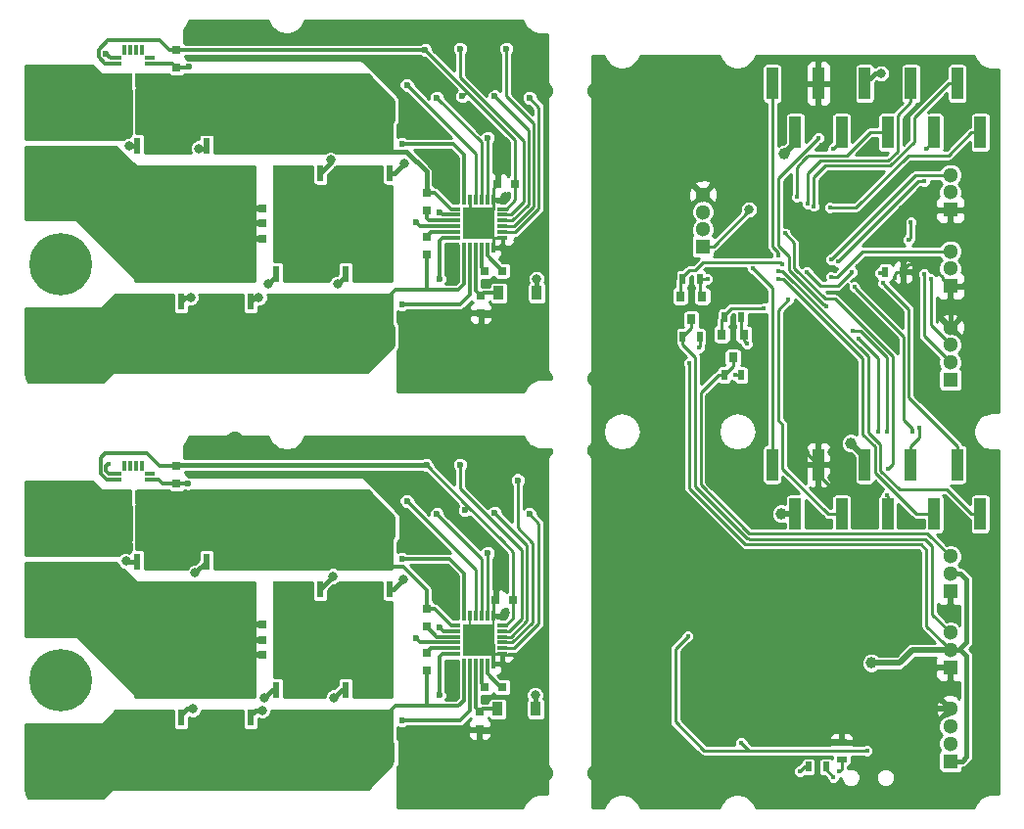
<source format=gbr>
G04 #@! TF.FileFunction,Copper,L1,Top,Signal*
%FSLAX46Y46*%
G04 Gerber Fmt 4.6, Leading zero omitted, Abs format (unit mm)*
G04 Created by KiCad (PCBNEW 4.0.6) date 04/07/17 01:03:08*
%MOMM*%
%LPD*%
G01*
G04 APERTURE LIST*
%ADD10C,0.100000*%
%ADD11R,0.300000X0.950000*%
%ADD12R,0.950000X0.300000*%
%ADD13R,1.350000X1.350000*%
%ADD14C,1.300000*%
%ADD15R,1.300000X1.300000*%
%ADD16R,1.000000X2.750000*%
%ADD17R,0.500000X0.900000*%
%ADD18R,0.900000X0.500000*%
%ADD19R,0.800000X0.750000*%
%ADD20R,0.750000X0.800000*%
%ADD21R,0.900000X1.200000*%
%ADD22R,4.200000X3.100000*%
%ADD23R,4.826000X1.780000*%
%ADD24R,0.600000X1.400000*%
%ADD25C,5.400000*%
%ADD26C,0.600000*%
%ADD27R,0.400000X1.270000*%
%ADD28R,0.850000X0.300000*%
%ADD29R,0.300000X0.850000*%
%ADD30R,0.800000X0.900000*%
%ADD31C,0.800000*%
%ADD32C,0.400000*%
%ADD33C,1.000000*%
%ADD34C,0.250000*%
%ADD35C,0.400000*%
%ADD36C,0.300000*%
%ADD37C,0.500000*%
%ADD38C,0.200000*%
%ADD39C,0.254000*%
G04 APERTURE END LIST*
D10*
D11*
X149350000Y-110050000D03*
X149850000Y-110050000D03*
X150350000Y-110050000D03*
X150850000Y-110050000D03*
X151350000Y-110050000D03*
X151850000Y-110050000D03*
D12*
X152650000Y-109250000D03*
X152650000Y-108750000D03*
X152650000Y-108250000D03*
X152650000Y-107750000D03*
X152650000Y-107250000D03*
X152650000Y-106750000D03*
D11*
X151850000Y-105950000D03*
X151350000Y-105950000D03*
X150850000Y-105950000D03*
X150350000Y-105950000D03*
X149850000Y-105950000D03*
X149350000Y-105950000D03*
D12*
X148550000Y-106750000D03*
X148550000Y-107250000D03*
X148550000Y-107750000D03*
X148550000Y-108250000D03*
X148550000Y-108750000D03*
X148550000Y-109250000D03*
D13*
X151275000Y-107325000D03*
X149925000Y-107325000D03*
X151275000Y-108675000D03*
X149925000Y-108675000D03*
D14*
X191400000Y-115500000D03*
X191400000Y-117000000D03*
D15*
X191400000Y-118500000D03*
D14*
X191400000Y-114000000D03*
D16*
X178000000Y-97125000D03*
X182000000Y-97125000D03*
X186000000Y-97125000D03*
X190000000Y-97125000D03*
X194000000Y-97125000D03*
X176000000Y-92875000D03*
X180000000Y-92875000D03*
X184000000Y-92875000D03*
X188000000Y-92875000D03*
X192000000Y-92875000D03*
D14*
X191400000Y-107400000D03*
X191400000Y-108900000D03*
D15*
X191400000Y-110400000D03*
D14*
X191400000Y-100800000D03*
X191400000Y-102300000D03*
D15*
X191400000Y-103800000D03*
D14*
X191400000Y-82500000D03*
X191400000Y-84000000D03*
D15*
X191400000Y-85500000D03*
D14*
X191400000Y-81000000D03*
X191400000Y-74400000D03*
X191400000Y-75900000D03*
D15*
X191400000Y-77400000D03*
D14*
X191400000Y-67800000D03*
X191400000Y-69300000D03*
D15*
X191400000Y-70800000D03*
D17*
X173350000Y-85100000D03*
X171850000Y-85100000D03*
X169750000Y-81800000D03*
X168250000Y-81800000D03*
X169750000Y-76800000D03*
X168250000Y-76800000D03*
X173350000Y-80100000D03*
X171850000Y-80100000D03*
X187300000Y-76200000D03*
X185800000Y-76200000D03*
X179150000Y-119000000D03*
X180650000Y-119000000D03*
D18*
X182000000Y-118350000D03*
X182000000Y-116850000D03*
D19*
X153750000Y-68600000D03*
X152250000Y-68600000D03*
D20*
X150800000Y-78250000D03*
X150800000Y-79750000D03*
D19*
X152650000Y-76100000D03*
X151150000Y-76100000D03*
D20*
X146100000Y-73150000D03*
X146100000Y-74650000D03*
X146100000Y-70850000D03*
X146100000Y-69350000D03*
X124500000Y-57000000D03*
X124500000Y-58500000D03*
D19*
X153600000Y-104600000D03*
X152100000Y-104600000D03*
D20*
X150700000Y-114250000D03*
X150700000Y-115750000D03*
D19*
X152650000Y-112100000D03*
X151150000Y-112100000D03*
D20*
X146100000Y-109150000D03*
X146100000Y-110650000D03*
X146100000Y-106850000D03*
X146100000Y-105350000D03*
X124500000Y-93000000D03*
X124500000Y-94500000D03*
D21*
X152350000Y-78000000D03*
X155650000Y-78000000D03*
X152250000Y-114000000D03*
X155550000Y-114000000D03*
D22*
X129000000Y-68500000D03*
D23*
X129000000Y-70660000D03*
D24*
X130905000Y-65250000D03*
X129635000Y-65250000D03*
X128365000Y-65250000D03*
X127095000Y-65250000D03*
D22*
X141000000Y-64400000D03*
D23*
X141000000Y-62240000D03*
D24*
X139095000Y-67650000D03*
X140365000Y-67650000D03*
X141635000Y-67650000D03*
X142905000Y-67650000D03*
D22*
X129000000Y-75500000D03*
D23*
X129000000Y-73340000D03*
D24*
X127095000Y-78750000D03*
X128365000Y-78750000D03*
X129635000Y-78750000D03*
X130905000Y-78750000D03*
D22*
X141000000Y-79600000D03*
D23*
X141000000Y-81760000D03*
D24*
X142905000Y-76350000D03*
X141635000Y-76350000D03*
X140365000Y-76350000D03*
X139095000Y-76350000D03*
D22*
X123000000Y-104500000D03*
D23*
X123000000Y-106660000D03*
D24*
X124905000Y-101250000D03*
X123635000Y-101250000D03*
X122365000Y-101250000D03*
X121095000Y-101250000D03*
D22*
X135000000Y-100400000D03*
D23*
X135000000Y-98240000D03*
D24*
X133095000Y-103650000D03*
X134365000Y-103650000D03*
X135635000Y-103650000D03*
X136905000Y-103650000D03*
D22*
X129000000Y-111500000D03*
D23*
X129000000Y-109340000D03*
D24*
X127095000Y-114750000D03*
X128365000Y-114750000D03*
X129635000Y-114750000D03*
X130905000Y-114750000D03*
D22*
X135000000Y-115600000D03*
D23*
X135000000Y-117760000D03*
D24*
X136905000Y-112350000D03*
X135635000Y-112350000D03*
X134365000Y-112350000D03*
X133095000Y-112350000D03*
D11*
X149350000Y-74050000D03*
X149850000Y-74050000D03*
X150350000Y-74050000D03*
X150850000Y-74050000D03*
X151350000Y-74050000D03*
X151850000Y-74050000D03*
D12*
X152650000Y-73250000D03*
X152650000Y-72750000D03*
X152650000Y-72250000D03*
X152650000Y-71750000D03*
X152650000Y-71250000D03*
X152650000Y-70750000D03*
D11*
X151850000Y-69950000D03*
X151350000Y-69950000D03*
X150850000Y-69950000D03*
X150350000Y-69950000D03*
X149850000Y-69950000D03*
X149350000Y-69950000D03*
D12*
X148550000Y-70750000D03*
X148550000Y-71250000D03*
X148550000Y-71750000D03*
X148550000Y-72250000D03*
X148550000Y-72750000D03*
X148550000Y-73250000D03*
D13*
X151275000Y-71325000D03*
X149925000Y-71325000D03*
X151275000Y-72675000D03*
X149925000Y-72675000D03*
D22*
X135000000Y-64350000D03*
D23*
X135000000Y-62240000D03*
D24*
X133095000Y-67650000D03*
X134365000Y-67650000D03*
X135635000Y-67650000D03*
X136905000Y-67650000D03*
D22*
X123000000Y-68500000D03*
D23*
X123000000Y-70660000D03*
D24*
X124905000Y-65250000D03*
X123635000Y-65250000D03*
X122365000Y-65250000D03*
X121095000Y-65250000D03*
D22*
X135000000Y-79600000D03*
D23*
X135000000Y-81760000D03*
D24*
X136905000Y-76350000D03*
X135635000Y-76350000D03*
X134365000Y-76350000D03*
X133095000Y-76350000D03*
D22*
X123000000Y-75500000D03*
D23*
X123000000Y-73340000D03*
D24*
X121095000Y-78750000D03*
X122365000Y-78750000D03*
X123635000Y-78750000D03*
X124905000Y-78750000D03*
D22*
X141000000Y-100400000D03*
D23*
X141000000Y-98240000D03*
D24*
X139095000Y-103650000D03*
X140365000Y-103650000D03*
X141635000Y-103650000D03*
X142905000Y-103650000D03*
D22*
X129000000Y-104500000D03*
D23*
X129000000Y-106660000D03*
D24*
X130905000Y-101250000D03*
X129635000Y-101250000D03*
X128365000Y-101250000D03*
X127095000Y-101250000D03*
D22*
X141000000Y-115600000D03*
D23*
X141000000Y-117760000D03*
D24*
X142905000Y-112350000D03*
X141635000Y-112350000D03*
X140365000Y-112350000D03*
X139095000Y-112350000D03*
D22*
X123000000Y-111500000D03*
D23*
X123000000Y-109340000D03*
D24*
X121095000Y-114750000D03*
X122365000Y-114750000D03*
X123635000Y-114750000D03*
X124905000Y-114750000D03*
D25*
X114500000Y-68500000D03*
D26*
X114500000Y-66475000D03*
X115931891Y-67068109D03*
X116525000Y-68500000D03*
X115931891Y-69931891D03*
X114500000Y-70525000D03*
X113068109Y-69931891D03*
X112475000Y-68500000D03*
X113068109Y-67068109D03*
D25*
X114500000Y-75500000D03*
D26*
X114500000Y-73475000D03*
X115931891Y-74068109D03*
X116525000Y-75500000D03*
X115931891Y-76931891D03*
X114500000Y-77525000D03*
X113068109Y-76931891D03*
X112475000Y-75500000D03*
X113068109Y-74068109D03*
D25*
X114500000Y-82500000D03*
D26*
X114500000Y-80475000D03*
X115931891Y-81068109D03*
X116525000Y-82500000D03*
X115931891Y-83931891D03*
X114500000Y-84525000D03*
X113068109Y-83931891D03*
X112475000Y-82500000D03*
X113068109Y-81068109D03*
D25*
X114500000Y-61500000D03*
D26*
X114500000Y-59475000D03*
X115931891Y-60068109D03*
X116525000Y-61500000D03*
X115931891Y-62931891D03*
X114500000Y-63525000D03*
X113068109Y-62931891D03*
X112475000Y-61500000D03*
X113068109Y-60068109D03*
D25*
X114500000Y-104500000D03*
D26*
X114500000Y-102475000D03*
X115931891Y-103068109D03*
X116525000Y-104500000D03*
X115931891Y-105931891D03*
X114500000Y-106525000D03*
X113068109Y-105931891D03*
X112475000Y-104500000D03*
X113068109Y-103068109D03*
D25*
X114500000Y-111500000D03*
D26*
X114500000Y-109475000D03*
X115931891Y-110068109D03*
X116525000Y-111500000D03*
X115931891Y-112931891D03*
X114500000Y-113525000D03*
X113068109Y-112931891D03*
X112475000Y-111500000D03*
X113068109Y-110068109D03*
D25*
X114500000Y-118500000D03*
D26*
X114500000Y-116475000D03*
X115931891Y-117068109D03*
X116525000Y-118500000D03*
X115931891Y-119931891D03*
X114500000Y-120525000D03*
X113068109Y-119931891D03*
X112475000Y-118500000D03*
X113068109Y-117068109D03*
D25*
X114500000Y-97500000D03*
D26*
X114500000Y-95475000D03*
X115931891Y-96068109D03*
X116525000Y-97500000D03*
X115931891Y-98931891D03*
X114500000Y-99525000D03*
X113068109Y-98931891D03*
X112475000Y-97500000D03*
X113068109Y-96068109D03*
D27*
X120050000Y-59650000D03*
X120450000Y-59650000D03*
X121050000Y-59650000D03*
X121450000Y-59650000D03*
D28*
X122200000Y-58150000D03*
X122200000Y-57650000D03*
D29*
X121500000Y-56950000D03*
X121000000Y-56950000D03*
X120500000Y-56950000D03*
X120000000Y-56950000D03*
D28*
X119300000Y-57650000D03*
X119300000Y-58150000D03*
D27*
X120050000Y-95650000D03*
X120450000Y-95650000D03*
X121050000Y-95650000D03*
X121450000Y-95650000D03*
D28*
X122200000Y-94150000D03*
X122200000Y-93650000D03*
D29*
X121500000Y-92950000D03*
X121000000Y-92950000D03*
X120500000Y-92950000D03*
X120000000Y-92950000D03*
D28*
X119300000Y-93650000D03*
X119300000Y-94150000D03*
D16*
X178000000Y-64125000D03*
X182000000Y-64125000D03*
X186000000Y-64125000D03*
X190000000Y-64125000D03*
X194000000Y-64125000D03*
X176000000Y-59875000D03*
X180000000Y-59875000D03*
X184000000Y-59875000D03*
X188000000Y-59875000D03*
X192000000Y-59875000D03*
D19*
X131950000Y-109300000D03*
X133450000Y-109300000D03*
X131950000Y-108000000D03*
X133450000Y-108000000D03*
X131950000Y-106700000D03*
X133450000Y-106700000D03*
X131950000Y-73300000D03*
X133450000Y-73300000D03*
X131950000Y-72000000D03*
X133450000Y-72000000D03*
X131950000Y-70700000D03*
X133450000Y-70700000D03*
D14*
X170000000Y-69500000D03*
X170000000Y-71000000D03*
X170000000Y-72500000D03*
D15*
X170000000Y-74000000D03*
D30*
X173550000Y-81600000D03*
X171650000Y-81600000D03*
X172600000Y-83600000D03*
X169950000Y-78300000D03*
X168050000Y-78300000D03*
X169000000Y-80300000D03*
D31*
X127000000Y-91000000D03*
X131000000Y-91000000D03*
X139000000Y-91000000D03*
X155000000Y-93000000D03*
X151000000Y-93000000D03*
X151000000Y-91000000D03*
X147000000Y-91000000D03*
X143000000Y-91000000D03*
X127000000Y-55000000D03*
X131000000Y-55000000D03*
X139000000Y-55000000D03*
X155000000Y-57000000D03*
X151000000Y-57000000D03*
X151000000Y-55000000D03*
X147000000Y-55000000D03*
X143000000Y-55000000D03*
X172500000Y-69900000D03*
X172400000Y-68500000D03*
X172400000Y-67000000D03*
X170400000Y-67000000D03*
X174400000Y-67000000D03*
X175200000Y-70100000D03*
X174100000Y-69700000D03*
X172000000Y-71600000D03*
X171400000Y-76300000D03*
X171400000Y-78600000D03*
X170500000Y-80300000D03*
X171400000Y-82900000D03*
X170300000Y-84200000D03*
X183300000Y-98000000D03*
X172700000Y-93000000D03*
X173700000Y-87300000D03*
X174700000Y-88400000D03*
X175100000Y-90000000D03*
X174700000Y-91800000D03*
X174700000Y-94100000D03*
X177300000Y-94900000D03*
X176000000Y-96100000D03*
X172600000Y-96100000D03*
X170700000Y-94100000D03*
X170700000Y-91800000D03*
X170700000Y-90000000D03*
X170700000Y-88400000D03*
X170700000Y-87000000D03*
X172600000Y-86100000D03*
X174900000Y-85200000D03*
X188500000Y-104300000D03*
X185700000Y-100700000D03*
X188400000Y-100700000D03*
X152000000Y-116000000D03*
X143000000Y-93900000D03*
X145500000Y-96000000D03*
X143000000Y-57900000D03*
X145700000Y-60000000D03*
D26*
X152000000Y-80000000D03*
X125600000Y-58400000D03*
D31*
X133750000Y-74250000D03*
X133750000Y-72750000D03*
X133750000Y-71250000D03*
X133750000Y-69750000D03*
X136250000Y-69750000D03*
X136250000Y-71250000D03*
X136250000Y-72750000D03*
X136250000Y-74250000D03*
X138750000Y-74250000D03*
X138750000Y-72750000D03*
X138750000Y-71250000D03*
X138750000Y-69750000D03*
X141250000Y-69750000D03*
X141250000Y-71250000D03*
X141250000Y-72750000D03*
X141250000Y-74250000D03*
X135000000Y-75000000D03*
X135000000Y-73500000D03*
X135000000Y-72000000D03*
X135000000Y-70500000D03*
X137500000Y-75000000D03*
X137500000Y-73500000D03*
X137500000Y-72000000D03*
X137500000Y-70500000D03*
X140000000Y-75000000D03*
X140000000Y-73500000D03*
X140000000Y-72000000D03*
X140000000Y-70500000D03*
X135000000Y-69000000D03*
X137500000Y-69000000D03*
X140000000Y-69000000D03*
X142500000Y-69000000D03*
X142500000Y-70500000D03*
X142500000Y-72000000D03*
X142500000Y-73500000D03*
X142500000Y-75000000D03*
D32*
X177971232Y-72978768D03*
D33*
X170800000Y-113400000D03*
D31*
X184100000Y-79900000D03*
X186000000Y-111000000D03*
X188500000Y-107800000D03*
X185600000Y-108900000D03*
X184400000Y-65500000D03*
X183200000Y-68100000D03*
X189000000Y-73500000D03*
X189000000Y-70000000D03*
X182000000Y-84000000D03*
X177600000Y-88800000D03*
X182900000Y-88700000D03*
X180300000Y-88700000D03*
X188000000Y-98000000D03*
X180000000Y-97700000D03*
X184500000Y-107800000D03*
X181900000Y-107700000D03*
X178900000Y-107700000D03*
X171500000Y-99000000D03*
X176000000Y-108000000D03*
X173000000Y-108000000D03*
X190000000Y-120000000D03*
X195000000Y-60000000D03*
X195000000Y-70000000D03*
X195000000Y-75000000D03*
X195000000Y-80000000D03*
X195000000Y-85000000D03*
X195000000Y-95000000D03*
X195000000Y-100000000D03*
X195000000Y-105000000D03*
X195000000Y-110000000D03*
X195000000Y-115000000D03*
X195000000Y-120000000D03*
X180000000Y-92875000D03*
X181200000Y-94000000D03*
X181200000Y-91800000D03*
X178800000Y-91800000D03*
X178800000Y-90800000D03*
X181200000Y-90800000D03*
X181200000Y-95000000D03*
X180000000Y-90800000D03*
X181200000Y-92900000D03*
X178800000Y-92900000D03*
X180000000Y-95000000D03*
X188700000Y-110000000D03*
D32*
X184200000Y-96000000D03*
D26*
X179200000Y-83300000D03*
X181400000Y-73600000D03*
D32*
X178800000Y-59900000D03*
D31*
X187300000Y-70800000D03*
D32*
X186600000Y-76700000D03*
D31*
X152900000Y-74300000D03*
X148300000Y-74300000D03*
X148300000Y-69700000D03*
X151500000Y-72900000D03*
X150600000Y-72900000D03*
X149700000Y-72900000D03*
X151500000Y-71100000D03*
X150600000Y-71100000D03*
X149700000Y-71100000D03*
X149700000Y-72000000D03*
X151500000Y-72000000D03*
X150600000Y-72000000D03*
X152900000Y-69700000D03*
D33*
X171000000Y-105900000D03*
D31*
X182400000Y-115200000D03*
D33*
X174600000Y-112950000D03*
X173200000Y-109700000D03*
X173100000Y-100800000D03*
D31*
X182300000Y-106300000D03*
D33*
X174500000Y-104050000D03*
D26*
X125500000Y-94500000D03*
D31*
X148300000Y-110300000D03*
X148300000Y-105700000D03*
X152900000Y-110300000D03*
X152875000Y-105700000D03*
X149700000Y-108899996D03*
X149700000Y-108000000D03*
X149700000Y-107100006D03*
X150600000Y-108899994D03*
X151500000Y-107100000D03*
X151500000Y-108900000D03*
X150600008Y-107100000D03*
X151500004Y-108000000D03*
X150600008Y-108000000D03*
X133750000Y-110250000D03*
X133750000Y-108750000D03*
X133750000Y-107250000D03*
X133750000Y-105750000D03*
X135000000Y-111000000D03*
X137500000Y-111000000D03*
X135000000Y-109500000D03*
X135000000Y-108000000D03*
X135000000Y-106500000D03*
X135000000Y-105000000D03*
X136250000Y-105750000D03*
X136250000Y-107250000D03*
X136250000Y-108750000D03*
X136250000Y-110250000D03*
X137500000Y-109500000D03*
X137500000Y-108000000D03*
X137500000Y-106500000D03*
X137500000Y-105000000D03*
X138750000Y-105750000D03*
X138750000Y-107250000D03*
X138750000Y-108750000D03*
X140000000Y-111000000D03*
X138750000Y-110250000D03*
X140000000Y-109500000D03*
X140000000Y-108000000D03*
X140000000Y-106500000D03*
X140000000Y-105000000D03*
X141250000Y-105750000D03*
X141250000Y-107250000D03*
X141250000Y-108750000D03*
X141250000Y-110250000D03*
X142500000Y-105000000D03*
X142500000Y-106500000D03*
X142500000Y-111000000D03*
X142500000Y-109500000D03*
X142500000Y-108000000D03*
D32*
X180000000Y-64585002D03*
X180714158Y-79185842D03*
D26*
X149400000Y-96800000D03*
X146100000Y-92900000D03*
X149200000Y-61000000D03*
X146000000Y-57000000D03*
D31*
X174000000Y-70800000D03*
D32*
X170400000Y-76800000D03*
X173800000Y-82400000D03*
D33*
X182800000Y-91000000D03*
D31*
X185400000Y-59000000D03*
X155500000Y-112800000D03*
X155600000Y-76800000D03*
D33*
X177000000Y-66000000D03*
X176800000Y-97100000D03*
D32*
X178400000Y-119400000D03*
X172800000Y-85100000D03*
X169700000Y-82700000D03*
X168824990Y-84100000D03*
D33*
X184600000Y-110000000D03*
D32*
X187800000Y-73400000D03*
X188000000Y-71900000D03*
X189113076Y-76386924D03*
X189700000Y-76800000D03*
X181100000Y-76600000D03*
X181075000Y-75100000D03*
X189139150Y-68360850D03*
X189300000Y-65500000D03*
X181700000Y-75300000D03*
X181000000Y-70600000D03*
X178100000Y-69700000D03*
X179045381Y-70271092D03*
X179600000Y-70500000D03*
X181300000Y-65500000D03*
X176500000Y-76800000D03*
X176500000Y-76100000D03*
X177100000Y-72850000D03*
X186000000Y-93200000D03*
X185900000Y-95500000D03*
X188700000Y-89700000D03*
X185600000Y-77175000D03*
X177400000Y-78600000D03*
X174300000Y-75900000D03*
X176500000Y-74800000D03*
X179000569Y-76199431D03*
X182900000Y-76200000D03*
X175300000Y-79300000D03*
X176900000Y-75550000D03*
X183100000Y-77500000D03*
X188100000Y-90000000D03*
X185200000Y-90000000D03*
X183449999Y-81921668D03*
X185900000Y-90000000D03*
X183000000Y-81300000D03*
X185300000Y-76300000D03*
X181300000Y-119900000D03*
X181800000Y-119400000D03*
X168700000Y-107700000D03*
X173300000Y-116900000D03*
X184200000Y-117600000D03*
D26*
X145200000Y-71900000D03*
D32*
X129600000Y-79700000D03*
X123800000Y-79900000D03*
X121800000Y-64100000D03*
X126200000Y-64400000D03*
D26*
X145200000Y-107900000D03*
D32*
X122500000Y-115900000D03*
X128200000Y-115900000D03*
X126100000Y-100400000D03*
X121100000Y-99500000D03*
D31*
X144200000Y-66800000D03*
X126400000Y-65500000D03*
X137800000Y-66500000D03*
X120400000Y-65300000D03*
X132400000Y-77200000D03*
X125700000Y-78400000D03*
X138400000Y-77200000D03*
X131600000Y-78400000D03*
D26*
X151400000Y-64600000D03*
D31*
X138000000Y-102500000D03*
X120100000Y-101200000D03*
X144100000Y-102800000D03*
X126100000Y-102200000D03*
X138100000Y-113000000D03*
X125900000Y-114000000D03*
X132100000Y-113000000D03*
X131900000Y-114100000D03*
D26*
X147200000Y-71000000D03*
X151400000Y-100500000D03*
X153000000Y-56875000D03*
X154000000Y-94200000D03*
X144000000Y-79000000D03*
X147200000Y-76800000D03*
X147200000Y-106900000D03*
X144000000Y-115000000D03*
X147200000Y-112800000D03*
X149000000Y-56875000D03*
X144400000Y-60000000D03*
X147000000Y-61125000D03*
X149000000Y-92875000D03*
X144400000Y-96000000D03*
X147000000Y-97125000D03*
X144000000Y-65100000D03*
X143990380Y-101009620D03*
X152000000Y-61000000D03*
X155000000Y-61125000D03*
X152000000Y-97000000D03*
X155000000Y-97125000D03*
X118400000Y-57300000D03*
D32*
X118600000Y-92800000D03*
D34*
X131000000Y-91000000D02*
X127000000Y-91000000D01*
X143000000Y-91000000D02*
X139000000Y-91000000D01*
X151000000Y-91000000D02*
X151000000Y-93000000D01*
X143000000Y-91000000D02*
X147000000Y-91000000D01*
X143000000Y-55000000D02*
X139000000Y-55000000D01*
X151000000Y-55000000D02*
X151000000Y-57000000D01*
X143000000Y-55000000D02*
X147000000Y-55000000D01*
X174400000Y-67000000D02*
X172400000Y-67000000D01*
X172400000Y-67000000D02*
X170400000Y-67000000D01*
X174100000Y-69700000D02*
X174800000Y-69700000D01*
X174800000Y-69700000D02*
X175200000Y-70100000D01*
X170000000Y-69500000D02*
X172000000Y-71500000D01*
X172000000Y-71500000D02*
X172000000Y-71600000D01*
X171400000Y-78600000D02*
X171400000Y-76300000D01*
X170500000Y-80300000D02*
X170500000Y-79500000D01*
X170500000Y-79500000D02*
X171400000Y-78600000D01*
X170300000Y-84200000D02*
X170300000Y-84000000D01*
X170300000Y-84000000D02*
X171400000Y-82900000D01*
X170700000Y-94100000D02*
X171600000Y-94100000D01*
X171600000Y-94100000D02*
X172700000Y-93000000D01*
X175100000Y-90000000D02*
X175100000Y-88800000D01*
X175100000Y-88800000D02*
X174700000Y-88400000D01*
X174700000Y-94100000D02*
X174700000Y-91800000D01*
X176000000Y-96100000D02*
X176100000Y-96100000D01*
X176100000Y-96100000D02*
X177300000Y-94900000D01*
X170700000Y-94100000D02*
X172600000Y-96000000D01*
X172600000Y-96000000D02*
X172600000Y-96100000D01*
X170700000Y-90000000D02*
X170700000Y-91800000D01*
X170700000Y-87000000D02*
X170700000Y-88400000D01*
X174900000Y-85200000D02*
X174000000Y-86100000D01*
X174000000Y-86100000D02*
X172600000Y-86100000D01*
X188500000Y-107800000D02*
X188500000Y-104300000D01*
X188500000Y-104300000D02*
X188500000Y-100800000D01*
X188500000Y-100800000D02*
X188400000Y-100700000D01*
X152000000Y-116000000D02*
X150950000Y-116000000D01*
X150950000Y-116000000D02*
X150700000Y-115750000D01*
D35*
X145500000Y-96000000D02*
X143400000Y-93900000D01*
X143400000Y-93900000D02*
X143000000Y-93900000D01*
X145700000Y-60000000D02*
X143600000Y-57900000D01*
X143600000Y-57900000D02*
X143000000Y-57900000D01*
D34*
X152000000Y-80000000D02*
X151050000Y-80000000D01*
X151050000Y-80000000D02*
X150800000Y-79750000D01*
X151850000Y-69950000D02*
X151850000Y-69000000D01*
X151850000Y-69000000D02*
X152250000Y-68600000D01*
D36*
X124500000Y-58500000D02*
X125500000Y-58500000D01*
X125500000Y-58500000D02*
X125600000Y-58400000D01*
X122200000Y-58150000D02*
X124150000Y-58150000D01*
X124150000Y-58150000D02*
X124500000Y-58500000D01*
D37*
X140000000Y-69000000D02*
X140000000Y-68015000D01*
X140000000Y-68015000D02*
X140365000Y-67650000D01*
X141635000Y-67650000D02*
X140365000Y-67650000D01*
X139095000Y-67650000D02*
X140365000Y-67650000D01*
X134365000Y-67650000D02*
X134365000Y-68365000D01*
X134365000Y-68365000D02*
X135000000Y-69000000D01*
X134365000Y-67650000D02*
X135635000Y-67650000D01*
X133095000Y-67650000D02*
X134365000Y-67650000D01*
X141635000Y-76350000D02*
X142905000Y-76350000D01*
X140365000Y-76350000D02*
X141635000Y-76350000D01*
X136905000Y-76350000D02*
X136905000Y-75595000D01*
X136905000Y-75595000D02*
X137500000Y-75000000D01*
X136905000Y-76350000D02*
X135635000Y-76350000D01*
X134365000Y-76350000D02*
X135635000Y-76350000D01*
X141635000Y-103650000D02*
X141635000Y-104135000D01*
X141635000Y-104135000D02*
X142500000Y-105000000D01*
X140365000Y-103650000D02*
X141635000Y-103650000D01*
X139095000Y-103650000D02*
X140365000Y-103650000D01*
X134365000Y-103650000D02*
X135635000Y-103650000D01*
X133095000Y-103650000D02*
X134365000Y-103650000D01*
X141635000Y-112350000D02*
X142905000Y-112350000D01*
X140365000Y-112350000D02*
X141635000Y-112350000D01*
X135635000Y-112350000D02*
X136905000Y-112350000D01*
X134365000Y-112350000D02*
X135635000Y-112350000D01*
X133450000Y-109300000D02*
X133450000Y-109050000D01*
X133450000Y-109050000D02*
X133750000Y-108750000D01*
X133450000Y-108000000D02*
X133450000Y-108450000D01*
X133450000Y-108450000D02*
X133750000Y-108750000D01*
X133450000Y-106700000D02*
X133450000Y-106950000D01*
X133450000Y-106950000D02*
X133750000Y-107250000D01*
X133450000Y-70700000D02*
X133450000Y-70950000D01*
X133450000Y-70950000D02*
X133750000Y-71250000D01*
X133450000Y-72000000D02*
X133450000Y-72450000D01*
X133450000Y-72450000D02*
X133750000Y-72750000D01*
X133450000Y-73300000D02*
X133450000Y-73050000D01*
X133450000Y-73050000D02*
X133750000Y-72750000D01*
X133750000Y-74250000D02*
X133750000Y-72750000D01*
X133750000Y-72750000D02*
X133750000Y-71250000D01*
X133750000Y-69750000D02*
X133750000Y-71250000D01*
X135000000Y-69000000D02*
X134500000Y-69000000D01*
X134500000Y-69000000D02*
X133750000Y-69750000D01*
X135000000Y-72000000D02*
X135000000Y-70500000D01*
X135000000Y-73500000D02*
X135000000Y-72000000D01*
X135000000Y-75000000D02*
X135000000Y-73500000D01*
X136250000Y-74250000D02*
X135750000Y-74250000D01*
X135750000Y-74250000D02*
X135000000Y-75000000D01*
X136250000Y-72750000D02*
X136250000Y-74250000D01*
X136250000Y-69750000D02*
X136250000Y-71250000D01*
X137500000Y-69000000D02*
X137000000Y-69000000D01*
X137000000Y-69000000D02*
X136250000Y-69750000D01*
X137500000Y-70500000D02*
X137500000Y-69000000D01*
X137500000Y-73500000D02*
X137500000Y-72000000D01*
X138750000Y-74250000D02*
X138250000Y-74250000D01*
X138250000Y-74250000D02*
X137500000Y-75000000D01*
X138750000Y-72750000D02*
X138750000Y-74250000D01*
X138750000Y-69750000D02*
X138750000Y-71250000D01*
X140000000Y-69000000D02*
X139500000Y-69000000D01*
X139500000Y-69000000D02*
X138750000Y-69750000D01*
X140000000Y-72000000D02*
X140000000Y-70500000D01*
X140000000Y-75000000D02*
X140000000Y-73500000D01*
X141250000Y-74250000D02*
X140750000Y-74250000D01*
X140750000Y-74250000D02*
X140000000Y-75000000D01*
X141250000Y-72750000D02*
X141250000Y-74250000D01*
X142500000Y-69000000D02*
X142000000Y-69000000D01*
X142000000Y-69000000D02*
X141250000Y-69750000D01*
X141250000Y-69750000D02*
X141250000Y-71250000D01*
X135000000Y-69750000D02*
X135000000Y-70500000D01*
X135000000Y-69000000D02*
X135000000Y-69750000D01*
X136250000Y-72750000D02*
X136250000Y-71250000D01*
X138750000Y-71250000D02*
X138750000Y-72750000D01*
X141250000Y-72750000D02*
X141250000Y-71250000D01*
X137500000Y-73500000D02*
X137500000Y-75000000D01*
X137500000Y-70500000D02*
X137500000Y-72000000D01*
X140000000Y-72000000D02*
X140000000Y-73500000D01*
X140000000Y-69000000D02*
X140000000Y-70500000D01*
X142500000Y-70500000D02*
X142500000Y-69000000D01*
X142500000Y-72000000D02*
X142500000Y-70500000D01*
X142500000Y-73500000D02*
X142500000Y-72000000D01*
X142500000Y-75000000D02*
X142500000Y-73500000D01*
X142905000Y-76350000D02*
X142905000Y-75405000D01*
X142905000Y-75405000D02*
X142500000Y-75000000D01*
D34*
X177971232Y-72978768D02*
X178692464Y-73700000D01*
X178692464Y-73700000D02*
X179400000Y-73700000D01*
D37*
X173200000Y-110842894D02*
X172239210Y-110842894D01*
X172239210Y-110842894D02*
X170800000Y-112282104D01*
X170800000Y-112282104D02*
X170800000Y-113400000D01*
D34*
X188700000Y-110000000D02*
X187700000Y-111000000D01*
X187700000Y-111000000D02*
X186000000Y-111000000D01*
X185600000Y-108900000D02*
X186700000Y-107800000D01*
X186700000Y-107800000D02*
X188500000Y-107800000D01*
X189000000Y-70000000D02*
X189000000Y-73500000D01*
D35*
X191400000Y-70800000D02*
X189800000Y-70800000D01*
X189800000Y-70800000D02*
X189000000Y-70000000D01*
D34*
X179200000Y-83300000D02*
X181300000Y-83300000D01*
X181300000Y-83300000D02*
X182000000Y-84000000D01*
X180300000Y-88700000D02*
X177700000Y-88700000D01*
X177700000Y-88700000D02*
X177600000Y-88800000D01*
X180000000Y-90800000D02*
X180000000Y-89000000D01*
X180000000Y-89000000D02*
X180300000Y-88700000D01*
X181900000Y-107700000D02*
X184400000Y-107700000D01*
X184400000Y-107700000D02*
X184500000Y-107800000D01*
X182300000Y-106300000D02*
X180300000Y-106300000D01*
X180300000Y-106300000D02*
X178900000Y-107700000D01*
X173000000Y-108000000D02*
X176000000Y-108000000D01*
X195000000Y-120000000D02*
X190000000Y-120000000D01*
X195000000Y-75000000D02*
X195000000Y-70000000D01*
X195000000Y-85000000D02*
X195000000Y-80000000D01*
X195000000Y-100000000D02*
X195000000Y-95000000D01*
X195000000Y-110000000D02*
X195000000Y-105000000D01*
X195000000Y-120000000D02*
X195000000Y-115000000D01*
X178800000Y-92900000D02*
X179975000Y-92900000D01*
X179975000Y-92900000D02*
X180000000Y-92875000D01*
X181200000Y-95000000D02*
X181200000Y-94000000D01*
X178800000Y-90800000D02*
X178800000Y-91800000D01*
X181200000Y-90800000D02*
X181200000Y-91800000D01*
X181200000Y-92900000D02*
X181200000Y-91800000D01*
X178800000Y-91800000D02*
X178925000Y-91800000D01*
X178925000Y-91800000D02*
X180000000Y-92875000D01*
X178800000Y-92900000D02*
X178800000Y-91800000D01*
X180000000Y-90800000D02*
X178800000Y-90800000D01*
X180000000Y-90800000D02*
X181200000Y-90800000D01*
X180000000Y-92875000D02*
X180000000Y-93750000D01*
X180000000Y-93750000D02*
X181200000Y-94950000D01*
X181200000Y-94950000D02*
X181200000Y-95000000D01*
X180000000Y-92875000D02*
X180000000Y-90800000D01*
X184200000Y-96000000D02*
X181200000Y-93000000D01*
X181200000Y-93000000D02*
X181200000Y-92900000D01*
X180000000Y-92875000D02*
X181175000Y-92875000D01*
X181175000Y-92875000D02*
X181200000Y-92900000D01*
X180000000Y-92875000D02*
X180000000Y-95000000D01*
D37*
X174500000Y-104050000D02*
X174500000Y-108400000D01*
X174500000Y-108400000D02*
X173200000Y-109700000D01*
X177000000Y-112950000D02*
X174600000Y-112950000D01*
X191400000Y-114000000D02*
X183600000Y-114000000D01*
X183600000Y-114000000D02*
X182400000Y-115200000D01*
D35*
X191400000Y-70800000D02*
X188300000Y-70800000D01*
X188300000Y-70800000D02*
X187300000Y-70800000D01*
X191400000Y-110400000D02*
X189100000Y-110400000D01*
X189100000Y-110400000D02*
X188700000Y-110000000D01*
D34*
X179200000Y-83300000D02*
X180000000Y-84100000D01*
X187300000Y-76200000D02*
X187300000Y-76000000D01*
X187300000Y-76000000D02*
X187800000Y-75500000D01*
X187800000Y-75500000D02*
X189600000Y-75500000D01*
X190725001Y-76825001D02*
X191300000Y-77400000D01*
X189600000Y-75500000D02*
X190725001Y-76625001D01*
X190725001Y-76625001D02*
X190725001Y-76825001D01*
X191300000Y-77400000D02*
X191400000Y-77400000D01*
X181400000Y-73600000D02*
X179500000Y-73600000D01*
X179500000Y-73600000D02*
X179400000Y-73700000D01*
X180000000Y-59875000D02*
X178825000Y-59875000D01*
X178825000Y-59875000D02*
X178800000Y-59900000D01*
X186584195Y-76415805D02*
X186584195Y-76684195D01*
X186584195Y-76684195D02*
X186600000Y-76700000D01*
X191400000Y-77400000D02*
X191272061Y-77400000D01*
X187300000Y-76200000D02*
X186800000Y-76200000D01*
X186800000Y-76200000D02*
X186584195Y-76415805D01*
X149850000Y-69950000D02*
X149850000Y-70950000D01*
X149850000Y-70950000D02*
X149700000Y-71100000D01*
X151850000Y-69950000D02*
X151850000Y-70750000D01*
X151850000Y-70750000D02*
X151500000Y-71100000D01*
X152650000Y-73250000D02*
X151850000Y-73250000D01*
X151850000Y-73250000D02*
X151500000Y-72900000D01*
X151850000Y-74050000D02*
X151850000Y-73250000D01*
X151850000Y-74050000D02*
X152650000Y-74050000D01*
X152650000Y-74050000D02*
X152900000Y-74300000D01*
X152650000Y-73250000D02*
X152650000Y-74050000D01*
X152650000Y-69950000D02*
X152900000Y-69700000D01*
X151850000Y-69950000D02*
X152650000Y-69950000D01*
D35*
X191400000Y-77400000D02*
X191400000Y-81000000D01*
D37*
X182000000Y-116850000D02*
X180900000Y-116850000D01*
X180900000Y-116850000D02*
X177000000Y-112950000D01*
D34*
X182000000Y-116850000D02*
X183150000Y-116850000D01*
X183150000Y-116850000D02*
X184800000Y-115200000D01*
D35*
X193000000Y-76850000D02*
X193000000Y-73450000D01*
X193000000Y-73450000D02*
X191400000Y-71850000D01*
X191400000Y-71850000D02*
X191400000Y-70800000D01*
X191400000Y-77400000D02*
X192450000Y-77400000D01*
X192450000Y-77400000D02*
X193000000Y-76850000D01*
D37*
X174500000Y-104050000D02*
X174500000Y-102200000D01*
X174500000Y-102200000D02*
X173100000Y-100800000D01*
X173200000Y-109700000D02*
X173200000Y-110842894D01*
X173200000Y-110842894D02*
X173757105Y-111399999D01*
X174600000Y-112950000D02*
X174600000Y-112242894D01*
X174600000Y-112242894D02*
X173757105Y-111399999D01*
X172887998Y-104050000D02*
X172850000Y-104050000D01*
X172850000Y-104050000D02*
X171000000Y-105900000D01*
X172887998Y-104050000D02*
X173792894Y-104050000D01*
X173792894Y-104050000D02*
X174500000Y-104050000D01*
D36*
X123275000Y-94500000D02*
X124500000Y-94500000D01*
X122200000Y-94150000D02*
X122925000Y-94150000D01*
X122925000Y-94150000D02*
X123275000Y-94500000D01*
X125500000Y-94500000D02*
X124500000Y-94500000D01*
X152650000Y-109250000D02*
X152650000Y-110050000D01*
X152650000Y-110050000D02*
X152900000Y-110300000D01*
X151850000Y-110050000D02*
X152650000Y-110050000D01*
X151850000Y-105950000D02*
X152625000Y-105950000D01*
X152625000Y-105950000D02*
X152875000Y-105700000D01*
D38*
X151850000Y-105950000D02*
X151850000Y-106750000D01*
X151850000Y-106750000D02*
X151500000Y-107100000D01*
X149850000Y-105950000D02*
X149850000Y-106950006D01*
X149850000Y-106950006D02*
X149700000Y-107100006D01*
D34*
X150265685Y-108899996D02*
X149700000Y-108899996D01*
X151585403Y-108899996D02*
X150265685Y-108899996D01*
X150950000Y-109250000D02*
X150099999Y-108399999D01*
X152650000Y-109250000D02*
X150950000Y-109250000D01*
X150099999Y-108399999D02*
X149700000Y-108000000D01*
X149700006Y-107100006D02*
X149700000Y-107100006D01*
X151500000Y-108900000D02*
X149700006Y-107100006D01*
X151925000Y-109250000D02*
X151500000Y-108825000D01*
X152650000Y-109250000D02*
X151925000Y-109250000D01*
X151500000Y-108825000D02*
X151500000Y-108900000D01*
X150950006Y-109250000D02*
X150600000Y-108899994D01*
X152650000Y-109250000D02*
X150950006Y-109250000D01*
X151500000Y-107665685D02*
X151500000Y-107100000D01*
X151500000Y-108825000D02*
X151500000Y-107665685D01*
X151850000Y-109250000D02*
X151500000Y-108900000D01*
X150600008Y-108000000D02*
X150600008Y-107665685D01*
X151850000Y-109249992D02*
X150600008Y-108000000D01*
X152650000Y-109250000D02*
X151850000Y-109250000D01*
X151850000Y-109250000D02*
X151850000Y-109249992D01*
X150600008Y-107665685D02*
X150600008Y-107100000D01*
X151800003Y-108299999D02*
X151500004Y-108000000D01*
X151850000Y-108349996D02*
X151800003Y-108299999D01*
X151850000Y-109249992D02*
X151850000Y-108349996D01*
X151850000Y-109249992D02*
X150900007Y-108299999D01*
X150900007Y-108299999D02*
X150600008Y-108000000D01*
X151850000Y-105950000D02*
X151850000Y-104850000D01*
X151850000Y-104850000D02*
X152100000Y-104600000D01*
D36*
X151850000Y-110050000D02*
X151850000Y-109250000D01*
X151850000Y-109250000D02*
X151275000Y-108675000D01*
D35*
X133750000Y-110250000D02*
X133750000Y-108750000D01*
X133750000Y-107250000D02*
X133750000Y-108750000D01*
X133750000Y-107250000D02*
X133750000Y-105750000D01*
X134500000Y-105000000D02*
X133750000Y-105750000D01*
X135000000Y-105000000D02*
X134500000Y-105000000D01*
X135635000Y-103650000D02*
X135635000Y-104365000D01*
X135635000Y-104365000D02*
X135000000Y-105000000D01*
X137500000Y-111000000D02*
X137500000Y-111755000D01*
X137500000Y-111755000D02*
X136905000Y-112350000D01*
X136250000Y-110250000D02*
X135750000Y-110250000D01*
X135750000Y-110250000D02*
X135000000Y-111000000D01*
X137500000Y-105000000D02*
X137000000Y-105000000D01*
X137000000Y-105000000D02*
X136250000Y-105750000D01*
X138750000Y-110250000D02*
X138250000Y-110250000D01*
X138250000Y-110250000D02*
X137500000Y-111000000D01*
X140000000Y-105000000D02*
X139500000Y-105000000D01*
X139500000Y-105000000D02*
X138750000Y-105750000D01*
X141250000Y-110250000D02*
X140750000Y-110250000D01*
X140750000Y-110250000D02*
X140000000Y-111000000D01*
X142500000Y-105000000D02*
X142000000Y-105000000D01*
X142000000Y-105000000D02*
X141250000Y-105750000D01*
X142905000Y-112350000D02*
X142905000Y-111405000D01*
X142905000Y-111405000D02*
X142500000Y-111000000D01*
X135000000Y-106500000D02*
X135000000Y-108000000D01*
X136250000Y-108750000D02*
X136250000Y-107250000D01*
X137500000Y-109500000D02*
X137500000Y-111000000D01*
X137500000Y-106500000D02*
X137500000Y-108000000D01*
X140000000Y-105000000D02*
X140000000Y-106500000D01*
X138750000Y-107250000D02*
X138750000Y-108750000D01*
X140000000Y-108000000D02*
X140000000Y-109500000D01*
X141250000Y-108750000D02*
X141250000Y-110250000D01*
X141250000Y-105750000D02*
X141250000Y-107250000D01*
X142500000Y-106500000D02*
X142500000Y-105000000D01*
X142500000Y-109500000D02*
X142500000Y-108000000D01*
X135000000Y-109500000D02*
X135000000Y-111000000D01*
X135000000Y-108000000D02*
X135000000Y-109500000D01*
X135000000Y-105000000D02*
X135000000Y-106500000D01*
X136250000Y-107250000D02*
X136250000Y-105750000D01*
X136250000Y-110250000D02*
X136250000Y-108750000D01*
X137500000Y-108000000D02*
X137500000Y-109500000D01*
X137500000Y-105000000D02*
X137500000Y-106500000D01*
X138750000Y-107250000D02*
X138750000Y-105750000D01*
X138750000Y-110250000D02*
X138750000Y-108750000D01*
X140000000Y-109500000D02*
X140000000Y-111000000D01*
X140000000Y-106500000D02*
X140000000Y-108000000D01*
X141250000Y-108750000D02*
X141250000Y-107250000D01*
X142500000Y-108000000D02*
X142500000Y-106500000D01*
X142500000Y-109500000D02*
X142500000Y-111000000D01*
D34*
X180714158Y-79185842D02*
X180514159Y-78985843D01*
X180514159Y-78985843D02*
X180408106Y-78985843D01*
X180408106Y-78985843D02*
X177449990Y-76027727D01*
X177449990Y-74830738D02*
X176500000Y-73880748D01*
X177449990Y-76027727D02*
X177449990Y-74830738D01*
X176500000Y-73880748D02*
X176500000Y-68085002D01*
X176500000Y-68085002D02*
X180000000Y-64585002D01*
X153600000Y-104600000D02*
X153600000Y-100400000D01*
X153600000Y-100400000D02*
X152725000Y-99525000D01*
X152725000Y-99525000D02*
X149600000Y-96400000D01*
X149400000Y-96800000D02*
X149699999Y-96499999D01*
X149699999Y-96499999D02*
X149600000Y-96400000D01*
X149600000Y-96400000D02*
X146100000Y-92900000D01*
X153750000Y-64750000D02*
X149600000Y-60600000D01*
X149600000Y-60600000D02*
X146000000Y-57000000D01*
X149200000Y-61000000D02*
X149600000Y-60600000D01*
X153750000Y-68600000D02*
X153750000Y-64750000D01*
X153750000Y-68600000D02*
X153750000Y-69975000D01*
X153750000Y-69975000D02*
X152975000Y-70750000D01*
X152975000Y-70750000D02*
X152650000Y-70750000D01*
D36*
X124500000Y-57000000D02*
X146000000Y-57000000D01*
X119300000Y-58150000D02*
X118287998Y-58150000D01*
X118287998Y-58150000D02*
X117749999Y-57612001D01*
X118562999Y-56174999D02*
X122999999Y-56174999D01*
X117749999Y-57612001D02*
X117749999Y-56987999D01*
X117749999Y-56987999D02*
X118562999Y-56174999D01*
X122999999Y-56174999D02*
X123825000Y-57000000D01*
X123825000Y-57000000D02*
X124500000Y-57000000D01*
D34*
X170000000Y-74000000D02*
X170900000Y-74000000D01*
X170900000Y-74000000D02*
X174000000Y-70900000D01*
X174000000Y-70900000D02*
X174000000Y-70800000D01*
X169750000Y-76800000D02*
X170400000Y-76800000D01*
X169750000Y-76800000D02*
X169750000Y-78100000D01*
X169750000Y-78100000D02*
X169950000Y-78300000D01*
X173550000Y-81600000D02*
X173550000Y-82150000D01*
X173550000Y-82150000D02*
X173800000Y-82400000D01*
X173350000Y-80100000D02*
X173350000Y-81400000D01*
X173350000Y-81400000D02*
X173550000Y-81600000D01*
D37*
X184000000Y-92875000D02*
X184000000Y-92200000D01*
X184000000Y-92200000D02*
X182800000Y-91000000D01*
D35*
X185400000Y-59000000D02*
X184875000Y-59000000D01*
X184875000Y-59000000D02*
X184000000Y-59875000D01*
X146100000Y-92900000D02*
X124600000Y-92900000D01*
X124600000Y-92900000D02*
X124500000Y-93000000D01*
D36*
X118300000Y-91900000D02*
X117900000Y-92300000D01*
X117900000Y-92300000D02*
X117900000Y-93607120D01*
X121950000Y-91900000D02*
X118300000Y-91900000D01*
X123050000Y-93000000D02*
X121950000Y-91900000D01*
X119300000Y-94150000D02*
X118442880Y-94150000D01*
X118442880Y-94150000D02*
X117900000Y-93607120D01*
X123050000Y-93000000D02*
X124500000Y-93000000D01*
D34*
X153600000Y-104600000D02*
X153600000Y-106125000D01*
X153600000Y-106125000D02*
X152975000Y-106750000D01*
X152975000Y-106750000D02*
X152650000Y-106750000D01*
D35*
X155500000Y-112800000D02*
X155500000Y-113950000D01*
X155500000Y-113950000D02*
X155550000Y-114000000D01*
X155600000Y-113950000D02*
X155550000Y-114000000D01*
X155600000Y-76800000D02*
X155600000Y-77950000D01*
X155600000Y-77950000D02*
X155650000Y-78000000D01*
D34*
X114500000Y-68500000D02*
X115125001Y-69125001D01*
X120337000Y-70660000D02*
X123000000Y-70660000D01*
X115125001Y-69125001D02*
X118802001Y-69125001D01*
X118802001Y-69125001D02*
X120337000Y-70660000D01*
D37*
X123000000Y-70660000D02*
X123000000Y-68500000D01*
X123000000Y-73340000D02*
X123000000Y-70660000D01*
X123000000Y-75500000D02*
X123000000Y-73340000D01*
X129000000Y-73340000D02*
X126087000Y-73340000D01*
X126087000Y-73340000D02*
X123000000Y-73340000D01*
X129000000Y-70660000D02*
X126087000Y-70660000D01*
X126087000Y-70660000D02*
X123000000Y-70660000D01*
X131950000Y-73300000D02*
X129040000Y-73300000D01*
X129040000Y-73300000D02*
X129000000Y-73340000D01*
X129000000Y-70660000D02*
X129000000Y-72000000D01*
X129000000Y-72000000D02*
X129000000Y-73340000D01*
X131950000Y-72000000D02*
X131050000Y-72000000D01*
X131050000Y-72000000D02*
X129000000Y-72000000D01*
X129000000Y-75500000D02*
X129000000Y-73340000D01*
X129000000Y-68500000D02*
X129000000Y-70660000D01*
X131950000Y-70700000D02*
X129040000Y-70700000D01*
X129040000Y-70700000D02*
X129000000Y-70660000D01*
X131950000Y-109300000D02*
X129040000Y-109300000D01*
X129040000Y-109300000D02*
X129000000Y-109340000D01*
X131950000Y-106700000D02*
X129040000Y-106700000D01*
X129040000Y-106700000D02*
X129000000Y-106660000D01*
D35*
X129000000Y-106660000D02*
X129000000Y-108000000D01*
X129000000Y-108000000D02*
X129000000Y-111500000D01*
D37*
X131950000Y-108000000D02*
X131050000Y-108000000D01*
X131050000Y-108000000D02*
X129000000Y-108000000D01*
X178000000Y-64125000D02*
X178000000Y-65000000D01*
X178000000Y-65000000D02*
X177000000Y-66000000D01*
X178000000Y-97125000D02*
X176825000Y-97125000D01*
X176825000Y-97125000D02*
X176800000Y-97100000D01*
D34*
X179150000Y-119000000D02*
X178800000Y-119000000D01*
X178800000Y-119000000D02*
X178400000Y-119400000D01*
D35*
X129000000Y-111500000D02*
X126500000Y-111500000D01*
X126500000Y-111500000D02*
X123000000Y-111500000D01*
X123000000Y-106660000D02*
X125813000Y-106660000D01*
X125813000Y-106660000D02*
X129000000Y-106660000D01*
X123000000Y-106660000D02*
X123000000Y-111500000D01*
X114500000Y-104500000D02*
X115200001Y-105200001D01*
X120187000Y-106660000D02*
X123000000Y-106660000D01*
X115200001Y-105200001D02*
X118727001Y-105200001D01*
X118727001Y-105200001D02*
X120187000Y-106660000D01*
D34*
X173350000Y-85100000D02*
X172800000Y-85100000D01*
X169750000Y-81800000D02*
X169750000Y-82650000D01*
X169750000Y-82650000D02*
X169700000Y-82700000D01*
X188850010Y-99750010D02*
X173677190Y-99750010D01*
X173677190Y-99750010D02*
X168824990Y-94897810D01*
X168824990Y-94897810D02*
X168824990Y-84100000D01*
X188850010Y-99750010D02*
X189349990Y-100249990D01*
X189349990Y-100249990D02*
X189349990Y-106849990D01*
X189349990Y-106849990D02*
X190750001Y-108250001D01*
X190750001Y-108250001D02*
X191400000Y-108900000D01*
D37*
X187000000Y-110000000D02*
X184600000Y-110000000D01*
X191400000Y-108900000D02*
X188100000Y-108900000D01*
X188100000Y-108900000D02*
X187000000Y-110000000D01*
D35*
X192319238Y-108900000D02*
X191400000Y-108900000D01*
X192800000Y-109380762D02*
X192319238Y-108900000D01*
X192800000Y-118150000D02*
X192800000Y-109380762D01*
X192450000Y-118500000D02*
X192800000Y-118150000D01*
X191400000Y-118500000D02*
X192450000Y-118500000D01*
X192100000Y-108900000D02*
X192800000Y-108200000D01*
X192800000Y-108200000D02*
X192800000Y-102780762D01*
X191400000Y-108900000D02*
X192100000Y-108900000D01*
X191400000Y-102300000D02*
X192319238Y-102300000D01*
X192319238Y-102300000D02*
X192800000Y-102780762D01*
D34*
X188000000Y-71900000D02*
X188000000Y-73200000D01*
X188000000Y-73200000D02*
X187800000Y-73400000D01*
X168250000Y-81800000D02*
X168250000Y-82500000D01*
X168250000Y-82500000D02*
X169349990Y-83599990D01*
X169349990Y-83599990D02*
X169349990Y-94786400D01*
X169000000Y-80300000D02*
X169000000Y-81050000D01*
X169000000Y-81050000D02*
X168250000Y-81800000D01*
X174000000Y-99300000D02*
X173975011Y-99275011D01*
X173975011Y-99275011D02*
X173838600Y-99275010D01*
X173838600Y-99275010D02*
X169349990Y-94786400D01*
X189200000Y-99300000D02*
X174000000Y-99300000D01*
X189800000Y-99900000D02*
X189200000Y-99300000D01*
X191400000Y-107400000D02*
X189800000Y-105800000D01*
X189800000Y-105800000D02*
X189800000Y-99900000D01*
X169800000Y-86650000D02*
X169800000Y-94600000D01*
X169800000Y-94600000D02*
X174025001Y-98825001D01*
X171850000Y-85100000D02*
X171350000Y-85100000D01*
X171350000Y-85100000D02*
X169800000Y-86650000D01*
X172600000Y-83600000D02*
X172600000Y-84350000D01*
X172600000Y-84350000D02*
X171850000Y-85100000D01*
X189600000Y-99000000D02*
X189425001Y-98825001D01*
X189425001Y-98825001D02*
X174025001Y-98825001D01*
X191400000Y-100800000D02*
X189600000Y-99000000D01*
X189113076Y-76386924D02*
X189113076Y-81713076D01*
X189113076Y-81713076D02*
X189700000Y-82300000D01*
X189700000Y-82300000D02*
X191400000Y-84000000D01*
X191400000Y-82500000D02*
X189700000Y-80800000D01*
X189700000Y-80800000D02*
X189700000Y-76800000D01*
X191400000Y-74400000D02*
X183841071Y-74400000D01*
X183841071Y-74400000D02*
X181641071Y-76600000D01*
X181641071Y-76600000D02*
X181100000Y-76600000D01*
X181075000Y-75100000D02*
X188264159Y-67910841D01*
X188264159Y-67910841D02*
X188312157Y-67910841D01*
X188312157Y-67910841D02*
X188422998Y-67800000D01*
X191400000Y-67800000D02*
X188422998Y-67800000D01*
X189139150Y-68360850D02*
X188639150Y-68360850D01*
X188639150Y-68360850D02*
X181700000Y-75300000D01*
X190000000Y-64800000D02*
X189300000Y-65500000D01*
X190000000Y-64125000D02*
X190000000Y-64800000D01*
X181000000Y-70600000D02*
X183257822Y-70600000D01*
X183257822Y-70600000D02*
X187757822Y-66100000D01*
X187757822Y-66100000D02*
X191275000Y-66100000D01*
X191275000Y-66100000D02*
X193250000Y-64125000D01*
X193250000Y-64125000D02*
X194000000Y-64125000D01*
X179121412Y-66100000D02*
X182485002Y-66100000D01*
X182485002Y-66100000D02*
X184460002Y-64125000D01*
X184460002Y-64125000D02*
X185250000Y-64125000D01*
X185250000Y-64125000D02*
X186000000Y-64125000D01*
X178600000Y-66621412D02*
X179021412Y-66200000D01*
X179021412Y-66200000D02*
X179121412Y-66100000D01*
X178100000Y-69700000D02*
X178100000Y-67121412D01*
X178100000Y-67121412D02*
X179021412Y-66200000D01*
X179045381Y-70271092D02*
X179045381Y-67654619D01*
X186034992Y-66550010D02*
X186825001Y-65760001D01*
X179045381Y-67654619D02*
X180149990Y-66550010D01*
X180149990Y-66550010D02*
X186034992Y-66550010D01*
X186825001Y-65760001D02*
X186825001Y-62674999D01*
X186825001Y-62674999D02*
X188000000Y-61500000D01*
X188000000Y-61500000D02*
X188000000Y-59875000D01*
X179600000Y-70500000D02*
X179600000Y-68000000D01*
X179600000Y-68000000D02*
X180599981Y-67000019D01*
X180599981Y-67000019D02*
X186221393Y-67000019D01*
X186221393Y-67000019D02*
X188300000Y-64921412D01*
X188300000Y-64921412D02*
X188300000Y-62825000D01*
X188300000Y-62825000D02*
X191250000Y-59875000D01*
X191250000Y-59875000D02*
X192000000Y-59875000D01*
X182000000Y-64125000D02*
X182000000Y-64800000D01*
X182000000Y-64800000D02*
X181300000Y-65500000D01*
X176500000Y-76800000D02*
X176949443Y-76800000D01*
X176949443Y-76800000D02*
X183823580Y-83674138D01*
X183823580Y-83674138D02*
X183823580Y-90223580D01*
X183823580Y-90223580D02*
X184900000Y-91300000D01*
X184900000Y-91300000D02*
X184900000Y-93564998D01*
X184900000Y-93564998D02*
X188460002Y-97125000D01*
X188460002Y-97125000D02*
X190000000Y-97125000D01*
X176500000Y-76100000D02*
X176885853Y-76100000D01*
X176885853Y-76100000D02*
X184306747Y-83520894D01*
X184306747Y-83520894D02*
X184306747Y-90070337D01*
X184306747Y-90070337D02*
X185373008Y-91136598D01*
X185373008Y-91136598D02*
X185373008Y-93350010D01*
X185373008Y-93350010D02*
X187022998Y-95000000D01*
X187022998Y-95000000D02*
X191125000Y-95000000D01*
X191125000Y-95000000D02*
X193250000Y-97125000D01*
X193250000Y-97125000D02*
X194000000Y-97125000D01*
X177100000Y-72850000D02*
X177900000Y-73650000D01*
X177900000Y-73650000D02*
X177900000Y-75841325D01*
X177900000Y-75841325D02*
X180558673Y-78500000D01*
X180558673Y-78500000D02*
X181441743Y-78500000D01*
X181441743Y-78500000D02*
X186425001Y-83483258D01*
X186425001Y-83483258D02*
X186425001Y-92774999D01*
X186425001Y-92774999D02*
X186000000Y-93200000D01*
X186000000Y-97125000D02*
X186000000Y-95600000D01*
X186000000Y-95600000D02*
X185900000Y-95500000D01*
X188000000Y-92875000D02*
X188000000Y-91250000D01*
X188000000Y-91250000D02*
X188700000Y-90550000D01*
X188700000Y-90550000D02*
X188700000Y-89982842D01*
X188700000Y-89982842D02*
X188700000Y-89700000D01*
X188000000Y-92875000D02*
X188000000Y-92400000D01*
X188000000Y-92875000D02*
X188035140Y-92839860D01*
X192000000Y-92875000D02*
X192000000Y-91250000D01*
X192000000Y-91250000D02*
X187825021Y-87075021D01*
X187825021Y-87075021D02*
X187825021Y-79400021D01*
X187825021Y-79400021D02*
X185799999Y-77374999D01*
X185799999Y-77374999D02*
X185600000Y-77175000D01*
X185600000Y-77175000D02*
X185600000Y-77200000D01*
X185600000Y-77200000D02*
X185649990Y-77249990D01*
X192000000Y-91800000D02*
X192000000Y-92875000D01*
X182000000Y-97125000D02*
X180825000Y-97125000D01*
X180825000Y-97125000D02*
X176900000Y-93200000D01*
X176900000Y-93200000D02*
X176900000Y-89400000D01*
X176900000Y-89400000D02*
X176500000Y-89000000D01*
X176500000Y-89000000D02*
X176500000Y-79500000D01*
X176500000Y-79500000D02*
X177400000Y-78600000D01*
X177374999Y-78625001D02*
X177400000Y-78600000D01*
X176000000Y-92875000D02*
X176000000Y-77600000D01*
X176000000Y-77600000D02*
X174300000Y-75900000D01*
X176500000Y-74800000D02*
X176500000Y-74517158D01*
X176500000Y-74517158D02*
X176000000Y-74017158D01*
X176000000Y-74017158D02*
X176000000Y-73200000D01*
X176000000Y-73200000D02*
X176000000Y-59875000D01*
X180201138Y-77400000D02*
X179000569Y-76199431D01*
X182900000Y-76200000D02*
X181700000Y-77400000D01*
X181700000Y-77400000D02*
X180400000Y-77400000D01*
X180400000Y-77400000D02*
X180201138Y-77400000D01*
X175300000Y-79300000D02*
X172450000Y-79300000D01*
X172450000Y-79300000D02*
X171850000Y-79900000D01*
X171850000Y-79900000D02*
X171850000Y-80100000D01*
X171650000Y-81600000D02*
X171650000Y-80300000D01*
X171650000Y-80300000D02*
X171850000Y-80100000D01*
X170025001Y-75374999D02*
X176724999Y-75374999D01*
X176724999Y-75374999D02*
X176900000Y-75550000D01*
X170025001Y-75374999D02*
X169375001Y-76024999D01*
X169375001Y-76024999D02*
X168825001Y-76024999D01*
X168825001Y-76024999D02*
X168250000Y-76600000D01*
X168250000Y-76600000D02*
X168250000Y-76800000D01*
X168050000Y-78300000D02*
X168050000Y-77000000D01*
X168050000Y-77000000D02*
X168250000Y-76800000D01*
X188100000Y-90000000D02*
X188100000Y-89717158D01*
X188100000Y-89717158D02*
X187375011Y-88992169D01*
X187375011Y-88992169D02*
X187375011Y-81775011D01*
X187375011Y-81775011D02*
X183299999Y-77699999D01*
X183299999Y-77699999D02*
X183100000Y-77500000D01*
X185200000Y-90000000D02*
X185200000Y-83671669D01*
X185200000Y-83671669D02*
X184900000Y-83371669D01*
X183449999Y-81921668D02*
X184900000Y-83371669D01*
X185900000Y-90000000D02*
X185900000Y-83594667D01*
X185900000Y-83594667D02*
X183605333Y-81300000D01*
X183605333Y-81300000D02*
X183282842Y-81300000D01*
X183282842Y-81300000D02*
X183000000Y-81300000D01*
X180650000Y-119000000D02*
X180650000Y-119250000D01*
X180650000Y-119250000D02*
X181300000Y-119900000D01*
X182000000Y-118350000D02*
X182000000Y-119200000D01*
X182000000Y-119200000D02*
X181800000Y-119400000D01*
X168700000Y-107700000D02*
X167600000Y-108800000D01*
X167600000Y-108800000D02*
X167600000Y-115100000D01*
X167600000Y-115100000D02*
X170100000Y-117600000D01*
X170100000Y-117600000D02*
X173200000Y-117600000D01*
X173200000Y-117600000D02*
X174100000Y-117600000D01*
X174100000Y-117600000D02*
X175700000Y-117600000D01*
X173300000Y-116900000D02*
X174000000Y-117600000D01*
X174000000Y-117600000D02*
X174100000Y-117600000D01*
X175700000Y-117600000D02*
X184200000Y-117600000D01*
D36*
X150350000Y-74050000D02*
X150350000Y-77800000D01*
X150350000Y-77800000D02*
X150800000Y-78250000D01*
X152350000Y-78000000D02*
X151050000Y-78000000D01*
X151050000Y-78000000D02*
X150800000Y-78250000D01*
X151350000Y-74050000D02*
X151350000Y-74800000D01*
X151350000Y-74800000D02*
X152650000Y-76100000D01*
D38*
X152625000Y-76100000D02*
X152650000Y-76100000D01*
D36*
X150850000Y-74050000D02*
X150850000Y-75800000D01*
X150850000Y-75800000D02*
X151150000Y-76100000D01*
X147050000Y-72250000D02*
X145550000Y-72250000D01*
X145550000Y-72250000D02*
X145200000Y-71900000D01*
X148550000Y-72250000D02*
X147050000Y-72250000D01*
X148550000Y-72750000D02*
X146500000Y-72750000D01*
X146500000Y-72750000D02*
X146100000Y-73150000D01*
X149350000Y-74050000D02*
X149350000Y-77250000D01*
X149350000Y-77250000D02*
X148850000Y-77750000D01*
X148850000Y-77750000D02*
X148550000Y-77750000D01*
X148550000Y-77750000D02*
X145900000Y-77750000D01*
X145900000Y-77750000D02*
X143400000Y-77750000D01*
X146100000Y-77750000D02*
X145900000Y-77750000D01*
X146100000Y-74650000D02*
X146100000Y-75350000D01*
X146100000Y-75350000D02*
X146100000Y-77750000D01*
X143400000Y-77750000D02*
X141550000Y-79600000D01*
X141550000Y-79600000D02*
X141000000Y-79600000D01*
X149350000Y-74050000D02*
X149350000Y-74375000D01*
X129600000Y-79700000D02*
X129600000Y-78785000D01*
X129600000Y-78785000D02*
X129635000Y-78750000D01*
X129635000Y-78750000D02*
X128365000Y-78750000D01*
X127095000Y-78750000D02*
X128365000Y-78750000D01*
X123635000Y-78750000D02*
X123635000Y-79735000D01*
X123635000Y-79735000D02*
X123800000Y-79900000D01*
X122365000Y-78750000D02*
X123635000Y-78750000D01*
X121095000Y-78750000D02*
X122365000Y-78750000D01*
X114500000Y-82500000D02*
X115150001Y-81849999D01*
X115150001Y-81849999D02*
X118395001Y-81849999D01*
X118395001Y-81849999D02*
X121095000Y-79150000D01*
X121095000Y-79150000D02*
X121095000Y-78750000D01*
X146100000Y-70850000D02*
X146100000Y-71550000D01*
X146100000Y-71550000D02*
X146300000Y-71750000D01*
X146300000Y-71750000D02*
X147775000Y-71750000D01*
X147775000Y-71750000D02*
X148550000Y-71750000D01*
X146825000Y-69350000D02*
X148225000Y-70750000D01*
X146100000Y-69350000D02*
X146825000Y-69350000D01*
D35*
X146100000Y-69350000D02*
X146100000Y-67515998D01*
X146100000Y-67515998D02*
X144384003Y-65800001D01*
X144384003Y-65800001D02*
X142400001Y-65800001D01*
X142400001Y-65800001D02*
X141000000Y-64400000D01*
D36*
X148225000Y-70750000D02*
X148550000Y-70750000D01*
X123635000Y-65250000D02*
X124905000Y-65250000D01*
X122365000Y-65250000D02*
X123635000Y-65250000D01*
X124905000Y-65250000D02*
X125350000Y-65250000D01*
X125350000Y-65250000D02*
X126200000Y-64400000D01*
X128365000Y-65250000D02*
X129635000Y-65250000D01*
X130905000Y-65250000D02*
X129635000Y-65250000D01*
X130905000Y-65250000D02*
X134100000Y-65250000D01*
X134100000Y-65250000D02*
X135000000Y-64350000D01*
X135000000Y-62240000D02*
X135000000Y-64350000D01*
X141000000Y-64400000D02*
X135050000Y-64400000D01*
X135050000Y-64400000D02*
X135000000Y-64350000D01*
X141000000Y-62240000D02*
X141000000Y-64400000D01*
D34*
X121050000Y-59650000D02*
X121050000Y-63350000D01*
X121050000Y-63350000D02*
X121800000Y-64100000D01*
X122365000Y-65250000D02*
X122365000Y-64665000D01*
X122365000Y-64665000D02*
X121800000Y-64100000D01*
X128365000Y-65250000D02*
X128365000Y-64850000D01*
X127739999Y-64224999D02*
X126375001Y-64224999D01*
X128365000Y-64850000D02*
X127739999Y-64224999D01*
X126375001Y-64224999D02*
X126200000Y-64400000D01*
D36*
X152250000Y-114000000D02*
X150950000Y-114000000D01*
X150950000Y-114000000D02*
X150700000Y-114250000D01*
X150350000Y-110050000D02*
X150350000Y-113900000D01*
X150350000Y-113900000D02*
X150700000Y-114250000D01*
X152489996Y-112100000D02*
X152650000Y-112100000D01*
X151350000Y-110960004D02*
X152489996Y-112100000D01*
X151350000Y-110050000D02*
X151350000Y-110960004D01*
X150850000Y-110050000D02*
X150850000Y-111800000D01*
X150850000Y-111800000D02*
X151150000Y-112100000D01*
X148550000Y-108250000D02*
X145550000Y-108250000D01*
X145550000Y-108250000D02*
X145200000Y-107900000D01*
X148550000Y-108750000D02*
X146500000Y-108750000D01*
X146500000Y-108750000D02*
X146100000Y-109150000D01*
X143400000Y-113750000D02*
X146100000Y-113750000D01*
X146100000Y-113750000D02*
X148850000Y-113750000D01*
X146100000Y-110650000D02*
X146100000Y-111350000D01*
X146100000Y-111350000D02*
X146100000Y-113750000D01*
X141000000Y-115600000D02*
X141550000Y-115600000D01*
X141550000Y-115600000D02*
X143400000Y-113750000D01*
X148850000Y-113750000D02*
X149350000Y-113250000D01*
X149350000Y-113250000D02*
X149350000Y-110825000D01*
X149350000Y-110825000D02*
X149350000Y-110050000D01*
X149350000Y-110050000D02*
X149350000Y-110375000D01*
D35*
X127095000Y-114750000D02*
X127095000Y-115850000D01*
X127095000Y-115850000D02*
X126645000Y-116300000D01*
X126645000Y-116300000D02*
X124085000Y-116300000D01*
X123635000Y-114750000D02*
X123635000Y-115850000D01*
X123635000Y-115850000D02*
X124085000Y-116300000D01*
D34*
X122365000Y-114750000D02*
X122365000Y-115765000D01*
X122365000Y-115765000D02*
X122500000Y-115900000D01*
X128365000Y-114750000D02*
X128365000Y-115735000D01*
X128365000Y-115735000D02*
X128200000Y-115900000D01*
D35*
X123635000Y-114750000D02*
X123635000Y-115165000D01*
D36*
X114500000Y-118500000D02*
X115462002Y-118500000D01*
X115462002Y-118500000D02*
X119212002Y-114750000D01*
X119212002Y-114750000D02*
X120495000Y-114750000D01*
X120495000Y-114750000D02*
X121095000Y-114750000D01*
X123600000Y-114785000D02*
X123635000Y-114750000D01*
X123635000Y-114750000D02*
X122365000Y-114750000D01*
X121095000Y-114750000D02*
X122365000Y-114750000D01*
X127095000Y-114750000D02*
X128365000Y-114750000D01*
X129635000Y-114750000D02*
X128365000Y-114750000D01*
X148550000Y-107750000D02*
X147000000Y-107750000D01*
X147000000Y-107750000D02*
X146100000Y-106850000D01*
X146100000Y-105350000D02*
X146100000Y-103689998D01*
X142259621Y-101659621D02*
X141000000Y-100400000D01*
X146100000Y-103689998D02*
X144069623Y-101659621D01*
X144069623Y-101659621D02*
X142259621Y-101659621D01*
X148550000Y-106750000D02*
X148225000Y-106750000D01*
X148225000Y-106750000D02*
X146825000Y-105350000D01*
X146825000Y-105350000D02*
X146775000Y-105350000D01*
X146775000Y-105350000D02*
X146100000Y-105350000D01*
X146100000Y-105375000D02*
X146100000Y-105350000D01*
D34*
X128365000Y-101250000D02*
X128365000Y-100850000D01*
X127715001Y-100200001D02*
X126299999Y-100200001D01*
X128365000Y-100850000D02*
X127715001Y-100200001D01*
X126299999Y-100200001D02*
X126100000Y-100400000D01*
X121100000Y-99500000D02*
X122505000Y-99500000D01*
X122505000Y-99500000D02*
X122605000Y-99400000D01*
X126100000Y-100400000D02*
X125755000Y-100400000D01*
X125755000Y-100400000D02*
X124905000Y-101250000D01*
D35*
X122605000Y-95775000D02*
X122605000Y-99400000D01*
X122605000Y-99400000D02*
X122605000Y-101010000D01*
X122605000Y-101010000D02*
X122365000Y-101250000D01*
X135000000Y-100400000D02*
X141000000Y-100400000D01*
X130905000Y-101250000D02*
X134150000Y-101250000D01*
X134150000Y-101250000D02*
X135000000Y-100400000D01*
X129635000Y-101250000D02*
X130905000Y-101250000D01*
X128365000Y-101250000D02*
X129635000Y-101250000D01*
X123635000Y-101250000D02*
X124905000Y-101250000D01*
X122365000Y-101250000D02*
X123635000Y-101250000D01*
X122605000Y-95775000D02*
X121335000Y-95775000D01*
D34*
X120450000Y-59650000D02*
X120000000Y-59650000D01*
X120000000Y-59650000D02*
X118956890Y-60693110D01*
X118956890Y-60693110D02*
X115306890Y-60693110D01*
X115306890Y-60693110D02*
X114500000Y-61500000D01*
D35*
X118795000Y-95775000D02*
X118141000Y-95775000D01*
X118141000Y-95775000D02*
X117116001Y-96799999D01*
X117116001Y-96799999D02*
X115200001Y-96799999D01*
X115200001Y-96799999D02*
X114500000Y-97500000D01*
X120065000Y-95775000D02*
X118795000Y-95775000D01*
X142905000Y-67650000D02*
X143350000Y-67650000D01*
X143350000Y-67650000D02*
X144200000Y-66800000D01*
X126400000Y-65500000D02*
X126845000Y-65500000D01*
X126845000Y-65500000D02*
X127095000Y-65250000D01*
X137800000Y-66500000D02*
X137800000Y-66755000D01*
X137800000Y-66755000D02*
X136905000Y-67650000D01*
X120400000Y-65300000D02*
X121045000Y-65300000D01*
X121045000Y-65300000D02*
X121095000Y-65250000D01*
X133095000Y-76350000D02*
X133095000Y-76505000D01*
X133095000Y-76505000D02*
X132400000Y-77200000D01*
X125700000Y-78400000D02*
X125255000Y-78400000D01*
X125255000Y-78400000D02*
X124905000Y-78750000D01*
X139095000Y-76350000D02*
X139095000Y-76505000D01*
X139095000Y-76505000D02*
X138400000Y-77200000D01*
X131600000Y-78400000D02*
X131255000Y-78400000D01*
X131255000Y-78400000D02*
X130905000Y-78750000D01*
D34*
X151350000Y-69950000D02*
X151350000Y-64650000D01*
X151350000Y-64650000D02*
X151400000Y-64600000D01*
D35*
X136905000Y-103650000D02*
X136905000Y-103595000D01*
X136905000Y-103595000D02*
X138000000Y-102500000D01*
X121095000Y-101250000D02*
X120150000Y-101250000D01*
X120150000Y-101250000D02*
X120100000Y-101200000D01*
X142905000Y-103650000D02*
X143250000Y-103650000D01*
X143250000Y-103650000D02*
X144100000Y-102800000D01*
X142905000Y-103650000D02*
X142905000Y-103595000D01*
X127095000Y-101250000D02*
X127050000Y-101250000D01*
X127050000Y-101250000D02*
X126100000Y-102200000D01*
X139095000Y-112350000D02*
X138750000Y-112350000D01*
X138750000Y-112350000D02*
X138100000Y-113000000D01*
X124905000Y-114750000D02*
X124905000Y-114495000D01*
X124905000Y-114495000D02*
X125400000Y-114000000D01*
X125900000Y-114000000D02*
X125400000Y-114000000D01*
X133095000Y-112350000D02*
X132750000Y-112350000D01*
X132750000Y-112350000D02*
X132100000Y-113000000D01*
X130905000Y-114750000D02*
X130905000Y-114495000D01*
X130905000Y-114495000D02*
X131300000Y-114100000D01*
X131900000Y-114100000D02*
X131300000Y-114100000D01*
D36*
X147450000Y-71250000D02*
X147200000Y-71000000D01*
X148550000Y-71250000D02*
X147450000Y-71250000D01*
D34*
X151350000Y-100850000D02*
X151350000Y-100550000D01*
X151350000Y-100550000D02*
X151400000Y-100500000D01*
X151350000Y-105950000D02*
X151350000Y-100850000D01*
X155375021Y-63375021D02*
X153000000Y-61000000D01*
X153000000Y-61000000D02*
X153000000Y-59725002D01*
X153000000Y-59725002D02*
X153000000Y-56875000D01*
X152650000Y-72250000D02*
X153647820Y-72250000D01*
X153647820Y-72250000D02*
X155375021Y-70522799D01*
X155375021Y-70522799D02*
X155375021Y-63375021D01*
X155300000Y-106490583D02*
X155299999Y-99625001D01*
X154000000Y-98325002D02*
X154000000Y-94200000D01*
X155299999Y-99625001D02*
X154000000Y-98325002D01*
X152650000Y-108250000D02*
X153540583Y-108250000D01*
X153540583Y-108250000D02*
X155300000Y-106490583D01*
D36*
X149850000Y-74050000D02*
X149850000Y-77900000D01*
X149850000Y-77900000D02*
X149850000Y-77950000D01*
X144000000Y-79000000D02*
X149000000Y-79000000D01*
X149000000Y-79000000D02*
X149849990Y-78150010D01*
X149849990Y-78150010D02*
X149849990Y-77900010D01*
X149849990Y-77900010D02*
X149850000Y-77900000D01*
X147200000Y-73500000D02*
X147200000Y-76800000D01*
X148550000Y-73250000D02*
X147450000Y-73250000D01*
X147450000Y-73250000D02*
X147200000Y-73500000D01*
X148550000Y-107250000D02*
X147550000Y-107250000D01*
X147550000Y-107250000D02*
X147200000Y-106900000D01*
X144000000Y-115000000D02*
X149000000Y-115000000D01*
X149000000Y-115000000D02*
X149850000Y-114150000D01*
X149850000Y-114150000D02*
X149850000Y-110050000D01*
X147200000Y-109500000D02*
X147200000Y-112800000D01*
X148550000Y-109250000D02*
X147450000Y-109250000D01*
X147450000Y-109250000D02*
X147200000Y-109500000D01*
D34*
X154475001Y-64838591D02*
X149000000Y-59363590D01*
X149000000Y-59363590D02*
X149000000Y-56875000D01*
X154475001Y-70149999D02*
X154475001Y-64838591D01*
X152650000Y-71250000D02*
X153375000Y-71250000D01*
X153375000Y-71250000D02*
X154475001Y-70149999D01*
X150350000Y-69950000D02*
X150350000Y-65950000D01*
X150350000Y-65950000D02*
X144400000Y-60000000D01*
X150850000Y-69950000D02*
X150850000Y-64975002D01*
X150850000Y-64975002D02*
X147000000Y-61125002D01*
X147000000Y-61125002D02*
X147000000Y-61125000D01*
X152650000Y-107250000D02*
X153267763Y-107250000D01*
X153267763Y-107250000D02*
X154325001Y-106192762D01*
X154325001Y-106192762D02*
X154325001Y-100250003D01*
X154325001Y-100250003D02*
X149000000Y-94925002D01*
X149000000Y-94925002D02*
X149000000Y-92875000D01*
X145600000Y-97200000D02*
X144400000Y-96000000D01*
X150350000Y-105950000D02*
X150350000Y-101950000D01*
X150350000Y-101950000D02*
X145600000Y-97200000D01*
X150850000Y-105950000D02*
X150850000Y-100975000D01*
X150850000Y-100975000D02*
X147000000Y-97125000D01*
D36*
X149350000Y-66050000D02*
X148400000Y-65100000D01*
X148400000Y-65100000D02*
X144000000Y-65100000D01*
X149350000Y-69950000D02*
X149350000Y-66050000D01*
X148100000Y-101000000D02*
X148090380Y-101009620D01*
X148090380Y-101009620D02*
X143990380Y-101009620D01*
X149350000Y-102250000D02*
X148100000Y-101000000D01*
X149350000Y-105950000D02*
X149350000Y-102250000D01*
D34*
X154925011Y-70336399D02*
X154925011Y-63925011D01*
X154925011Y-63925011D02*
X152000000Y-61000000D01*
X152650000Y-71750000D02*
X153511410Y-71750000D01*
X153511410Y-71750000D02*
X154925011Y-70336399D01*
X155825031Y-70709199D02*
X155825031Y-61950031D01*
X155825031Y-61950031D02*
X155000000Y-61125000D01*
X152650000Y-72750000D02*
X153784230Y-72750000D01*
X153784230Y-72750000D02*
X155825031Y-70709199D01*
X154800000Y-100008886D02*
X154800000Y-99800000D01*
X154800000Y-99800000D02*
X152000000Y-97000000D01*
X154800000Y-106354172D02*
X154800000Y-100008886D01*
X153404172Y-107750000D02*
X154800000Y-106354172D01*
X152650000Y-107750000D02*
X153404172Y-107750000D01*
X152650000Y-108750000D02*
X153676993Y-108750000D01*
X153676993Y-108750000D02*
X155800000Y-106626993D01*
X155800000Y-106626993D02*
X155800000Y-97925000D01*
X155800000Y-97925000D02*
X155000000Y-97125000D01*
D36*
X119300000Y-57650000D02*
X118750000Y-57650000D01*
X118750000Y-57650000D02*
X118400000Y-57300000D01*
X118400000Y-93400000D02*
X118400000Y-93000000D01*
X118400000Y-93000000D02*
X118600000Y-92800000D01*
X118650000Y-93650000D02*
X118400000Y-93400000D01*
X119300000Y-93650000D02*
X118650000Y-93650000D01*
D39*
G36*
X123846546Y-95170865D02*
X123973866Y-95257859D01*
X124125000Y-95288464D01*
X124875000Y-95288464D01*
X125016190Y-95261897D01*
X125145865Y-95178454D01*
X125181022Y-95127000D01*
X125234184Y-95127000D01*
X125363946Y-95180882D01*
X125634865Y-95181118D01*
X125765842Y-95127000D01*
X141047394Y-95127000D01*
X143273000Y-97352606D01*
X143273000Y-99047394D01*
X143110197Y-99210197D01*
X143082334Y-99252211D01*
X143073000Y-99300000D01*
X143073000Y-101873000D01*
X138477632Y-101873000D01*
X138442979Y-101838286D01*
X138156032Y-101719136D01*
X137845331Y-101718864D01*
X137558177Y-101837514D01*
X137522629Y-101873000D01*
X127783464Y-101873000D01*
X127783464Y-100550000D01*
X127756897Y-100408810D01*
X127673454Y-100279135D01*
X127546134Y-100192141D01*
X127395000Y-100161536D01*
X126795000Y-100161536D01*
X126653810Y-100188103D01*
X126524135Y-100271546D01*
X126437141Y-100398866D01*
X126406536Y-100550000D01*
X126406536Y-101071806D01*
X126059378Y-101418964D01*
X125945331Y-101418864D01*
X125658177Y-101537514D01*
X125438286Y-101757021D01*
X125390128Y-101873000D01*
X121783464Y-101873000D01*
X121783464Y-100550000D01*
X121756897Y-100408810D01*
X121673454Y-100279135D01*
X121546134Y-100192141D01*
X121395000Y-100161536D01*
X120977000Y-100161536D01*
X120977000Y-96481298D01*
X121007859Y-96436134D01*
X121038464Y-96285000D01*
X121038464Y-95127000D01*
X123818320Y-95127000D01*
X123846546Y-95170865D01*
X123846546Y-95170865D01*
G37*
X123846546Y-95170865D02*
X123973866Y-95257859D01*
X124125000Y-95288464D01*
X124875000Y-95288464D01*
X125016190Y-95261897D01*
X125145865Y-95178454D01*
X125181022Y-95127000D01*
X125234184Y-95127000D01*
X125363946Y-95180882D01*
X125634865Y-95181118D01*
X125765842Y-95127000D01*
X141047394Y-95127000D01*
X143273000Y-97352606D01*
X143273000Y-99047394D01*
X143110197Y-99210197D01*
X143082334Y-99252211D01*
X143073000Y-99300000D01*
X143073000Y-101873000D01*
X138477632Y-101873000D01*
X138442979Y-101838286D01*
X138156032Y-101719136D01*
X137845331Y-101718864D01*
X137558177Y-101837514D01*
X137522629Y-101873000D01*
X127783464Y-101873000D01*
X127783464Y-100550000D01*
X127756897Y-100408810D01*
X127673454Y-100279135D01*
X127546134Y-100192141D01*
X127395000Y-100161536D01*
X126795000Y-100161536D01*
X126653810Y-100188103D01*
X126524135Y-100271546D01*
X126437141Y-100398866D01*
X126406536Y-100550000D01*
X126406536Y-101071806D01*
X126059378Y-101418964D01*
X125945331Y-101418864D01*
X125658177Y-101537514D01*
X125438286Y-101757021D01*
X125390128Y-101873000D01*
X121783464Y-101873000D01*
X121783464Y-100550000D01*
X121756897Y-100408810D01*
X121673454Y-100279135D01*
X121546134Y-100192141D01*
X121395000Y-100161536D01*
X120977000Y-100161536D01*
X120977000Y-96481298D01*
X121007859Y-96436134D01*
X121038464Y-96285000D01*
X121038464Y-95127000D01*
X123818320Y-95127000D01*
X123846546Y-95170865D01*
G36*
X117910197Y-95089803D02*
X117952211Y-95117666D01*
X118000000Y-95127000D01*
X120461536Y-95127000D01*
X120461536Y-96285000D01*
X120488103Y-96426190D01*
X120523000Y-96480422D01*
X120523000Y-99374538D01*
X120519102Y-99383925D01*
X120518900Y-99615061D01*
X120523000Y-99624984D01*
X120523000Y-100273207D01*
X120437141Y-100398866D01*
X120419307Y-100486933D01*
X120256032Y-100419136D01*
X119945331Y-100418864D01*
X119658177Y-100537514D01*
X119522454Y-100673000D01*
X111456000Y-100673000D01*
X111456000Y-99659865D01*
X113818882Y-99659865D01*
X113922339Y-99910252D01*
X114113741Y-100101987D01*
X114363946Y-100205882D01*
X114634865Y-100206118D01*
X114885252Y-100102661D01*
X115076987Y-99911259D01*
X115180882Y-99661054D01*
X115181118Y-99390135D01*
X115077661Y-99139748D01*
X115004796Y-99066756D01*
X115250773Y-99066756D01*
X115354230Y-99317143D01*
X115545632Y-99508878D01*
X115795837Y-99612773D01*
X116066756Y-99613009D01*
X116317143Y-99509552D01*
X116508878Y-99318150D01*
X116612773Y-99067945D01*
X116613009Y-98797026D01*
X116509552Y-98546639D01*
X116318150Y-98354904D01*
X116067945Y-98251009D01*
X115797026Y-98250773D01*
X115546639Y-98354230D01*
X115354904Y-98545632D01*
X115251009Y-98795837D01*
X115250773Y-99066756D01*
X115004796Y-99066756D01*
X114886259Y-98948013D01*
X114636054Y-98844118D01*
X114365135Y-98843882D01*
X114114748Y-98947339D01*
X113923013Y-99138741D01*
X113819118Y-99388946D01*
X113818882Y-99659865D01*
X111456000Y-99659865D01*
X111456000Y-99066756D01*
X112386991Y-99066756D01*
X112490448Y-99317143D01*
X112681850Y-99508878D01*
X112932055Y-99612773D01*
X113202974Y-99613009D01*
X113453361Y-99509552D01*
X113645096Y-99318150D01*
X113748991Y-99067945D01*
X113749227Y-98797026D01*
X113645770Y-98546639D01*
X113454368Y-98354904D01*
X113204163Y-98251009D01*
X112933244Y-98250773D01*
X112682857Y-98354230D01*
X112491122Y-98545632D01*
X112387227Y-98795837D01*
X112386991Y-99066756D01*
X111456000Y-99066756D01*
X111456000Y-97634865D01*
X111793882Y-97634865D01*
X111897339Y-97885252D01*
X112088741Y-98076987D01*
X112338946Y-98180882D01*
X112609865Y-98181118D01*
X112860252Y-98077661D01*
X113051987Y-97886259D01*
X113155882Y-97636054D01*
X113155883Y-97634865D01*
X115843882Y-97634865D01*
X115947339Y-97885252D01*
X116138741Y-98076987D01*
X116388946Y-98180882D01*
X116659865Y-98181118D01*
X116910252Y-98077661D01*
X117101987Y-97886259D01*
X117205882Y-97636054D01*
X117206118Y-97365135D01*
X117102661Y-97114748D01*
X116911259Y-96923013D01*
X116661054Y-96819118D01*
X116390135Y-96818882D01*
X116139748Y-96922339D01*
X115948013Y-97113741D01*
X115844118Y-97363946D01*
X115843882Y-97634865D01*
X113155883Y-97634865D01*
X113156118Y-97365135D01*
X113052661Y-97114748D01*
X112861259Y-96923013D01*
X112611054Y-96819118D01*
X112340135Y-96818882D01*
X112089748Y-96922339D01*
X111898013Y-97113741D01*
X111794118Y-97363946D01*
X111793882Y-97634865D01*
X111456000Y-97634865D01*
X111456000Y-96202974D01*
X112386991Y-96202974D01*
X112490448Y-96453361D01*
X112681850Y-96645096D01*
X112932055Y-96748991D01*
X113202974Y-96749227D01*
X113453361Y-96645770D01*
X113645096Y-96454368D01*
X113748991Y-96204163D01*
X113748992Y-96202974D01*
X115250773Y-96202974D01*
X115354230Y-96453361D01*
X115545632Y-96645096D01*
X115795837Y-96748991D01*
X116066756Y-96749227D01*
X116317143Y-96645770D01*
X116508878Y-96454368D01*
X116612773Y-96204163D01*
X116613009Y-95933244D01*
X116509552Y-95682857D01*
X116318150Y-95491122D01*
X116067945Y-95387227D01*
X115797026Y-95386991D01*
X115546639Y-95490448D01*
X115354904Y-95681850D01*
X115251009Y-95932055D01*
X115250773Y-96202974D01*
X113748992Y-96202974D01*
X113749227Y-95933244D01*
X113645770Y-95682857D01*
X113572905Y-95609865D01*
X113818882Y-95609865D01*
X113922339Y-95860252D01*
X114113741Y-96051987D01*
X114363946Y-96155882D01*
X114634865Y-96156118D01*
X114885252Y-96052661D01*
X115076987Y-95861259D01*
X115180882Y-95611054D01*
X115181118Y-95340135D01*
X115077661Y-95089748D01*
X114886259Y-94898013D01*
X114636054Y-94794118D01*
X114365135Y-94793882D01*
X114114748Y-94897339D01*
X113923013Y-95088741D01*
X113819118Y-95338946D01*
X113818882Y-95609865D01*
X113572905Y-95609865D01*
X113454368Y-95491122D01*
X113204163Y-95387227D01*
X112933244Y-95386991D01*
X112682857Y-95490448D01*
X112491122Y-95681850D01*
X112387227Y-95932055D01*
X112386991Y-96202974D01*
X111456000Y-96202974D01*
X111456000Y-94327000D01*
X117147394Y-94327000D01*
X117910197Y-95089803D01*
X117910197Y-95089803D01*
G37*
X117910197Y-95089803D02*
X117952211Y-95117666D01*
X118000000Y-95127000D01*
X120461536Y-95127000D01*
X120461536Y-96285000D01*
X120488103Y-96426190D01*
X120523000Y-96480422D01*
X120523000Y-99374538D01*
X120519102Y-99383925D01*
X120518900Y-99615061D01*
X120523000Y-99624984D01*
X120523000Y-100273207D01*
X120437141Y-100398866D01*
X120419307Y-100486933D01*
X120256032Y-100419136D01*
X119945331Y-100418864D01*
X119658177Y-100537514D01*
X119522454Y-100673000D01*
X111456000Y-100673000D01*
X111456000Y-99659865D01*
X113818882Y-99659865D01*
X113922339Y-99910252D01*
X114113741Y-100101987D01*
X114363946Y-100205882D01*
X114634865Y-100206118D01*
X114885252Y-100102661D01*
X115076987Y-99911259D01*
X115180882Y-99661054D01*
X115181118Y-99390135D01*
X115077661Y-99139748D01*
X115004796Y-99066756D01*
X115250773Y-99066756D01*
X115354230Y-99317143D01*
X115545632Y-99508878D01*
X115795837Y-99612773D01*
X116066756Y-99613009D01*
X116317143Y-99509552D01*
X116508878Y-99318150D01*
X116612773Y-99067945D01*
X116613009Y-98797026D01*
X116509552Y-98546639D01*
X116318150Y-98354904D01*
X116067945Y-98251009D01*
X115797026Y-98250773D01*
X115546639Y-98354230D01*
X115354904Y-98545632D01*
X115251009Y-98795837D01*
X115250773Y-99066756D01*
X115004796Y-99066756D01*
X114886259Y-98948013D01*
X114636054Y-98844118D01*
X114365135Y-98843882D01*
X114114748Y-98947339D01*
X113923013Y-99138741D01*
X113819118Y-99388946D01*
X113818882Y-99659865D01*
X111456000Y-99659865D01*
X111456000Y-99066756D01*
X112386991Y-99066756D01*
X112490448Y-99317143D01*
X112681850Y-99508878D01*
X112932055Y-99612773D01*
X113202974Y-99613009D01*
X113453361Y-99509552D01*
X113645096Y-99318150D01*
X113748991Y-99067945D01*
X113749227Y-98797026D01*
X113645770Y-98546639D01*
X113454368Y-98354904D01*
X113204163Y-98251009D01*
X112933244Y-98250773D01*
X112682857Y-98354230D01*
X112491122Y-98545632D01*
X112387227Y-98795837D01*
X112386991Y-99066756D01*
X111456000Y-99066756D01*
X111456000Y-97634865D01*
X111793882Y-97634865D01*
X111897339Y-97885252D01*
X112088741Y-98076987D01*
X112338946Y-98180882D01*
X112609865Y-98181118D01*
X112860252Y-98077661D01*
X113051987Y-97886259D01*
X113155882Y-97636054D01*
X113155883Y-97634865D01*
X115843882Y-97634865D01*
X115947339Y-97885252D01*
X116138741Y-98076987D01*
X116388946Y-98180882D01*
X116659865Y-98181118D01*
X116910252Y-98077661D01*
X117101987Y-97886259D01*
X117205882Y-97636054D01*
X117206118Y-97365135D01*
X117102661Y-97114748D01*
X116911259Y-96923013D01*
X116661054Y-96819118D01*
X116390135Y-96818882D01*
X116139748Y-96922339D01*
X115948013Y-97113741D01*
X115844118Y-97363946D01*
X115843882Y-97634865D01*
X113155883Y-97634865D01*
X113156118Y-97365135D01*
X113052661Y-97114748D01*
X112861259Y-96923013D01*
X112611054Y-96819118D01*
X112340135Y-96818882D01*
X112089748Y-96922339D01*
X111898013Y-97113741D01*
X111794118Y-97363946D01*
X111793882Y-97634865D01*
X111456000Y-97634865D01*
X111456000Y-96202974D01*
X112386991Y-96202974D01*
X112490448Y-96453361D01*
X112681850Y-96645096D01*
X112932055Y-96748991D01*
X113202974Y-96749227D01*
X113453361Y-96645770D01*
X113645096Y-96454368D01*
X113748991Y-96204163D01*
X113748992Y-96202974D01*
X115250773Y-96202974D01*
X115354230Y-96453361D01*
X115545632Y-96645096D01*
X115795837Y-96748991D01*
X116066756Y-96749227D01*
X116317143Y-96645770D01*
X116508878Y-96454368D01*
X116612773Y-96204163D01*
X116613009Y-95933244D01*
X116509552Y-95682857D01*
X116318150Y-95491122D01*
X116067945Y-95387227D01*
X115797026Y-95386991D01*
X115546639Y-95490448D01*
X115354904Y-95681850D01*
X115251009Y-95932055D01*
X115250773Y-96202974D01*
X113748992Y-96202974D01*
X113749227Y-95933244D01*
X113645770Y-95682857D01*
X113572905Y-95609865D01*
X113818882Y-95609865D01*
X113922339Y-95860252D01*
X114113741Y-96051987D01*
X114363946Y-96155882D01*
X114634865Y-96156118D01*
X114885252Y-96052661D01*
X115076987Y-95861259D01*
X115180882Y-95611054D01*
X115181118Y-95340135D01*
X115077661Y-95089748D01*
X114886259Y-94898013D01*
X114636054Y-94794118D01*
X114365135Y-94793882D01*
X114114748Y-94897339D01*
X113923013Y-95088741D01*
X113819118Y-95338946D01*
X113818882Y-95609865D01*
X113572905Y-95609865D01*
X113454368Y-95491122D01*
X113204163Y-95387227D01*
X112933244Y-95386991D01*
X112682857Y-95490448D01*
X112491122Y-95681850D01*
X112387227Y-95932055D01*
X112386991Y-96202974D01*
X111456000Y-96202974D01*
X111456000Y-94327000D01*
X117147394Y-94327000D01*
X117910197Y-95089803D01*
G36*
X119349706Y-101429312D02*
X119437514Y-101641823D01*
X119657021Y-101861714D01*
X119870930Y-101950536D01*
X120910197Y-102989803D01*
X120952211Y-103017666D01*
X121000000Y-103027000D01*
X131273000Y-103027000D01*
X131273000Y-112973000D01*
X120927000Y-112973000D01*
X120927000Y-112800000D01*
X120916994Y-112750590D01*
X120889803Y-112710197D01*
X115889803Y-107710197D01*
X115847789Y-107682334D01*
X115800000Y-107673000D01*
X111456000Y-107673000D01*
X111456000Y-106659865D01*
X113818882Y-106659865D01*
X113922339Y-106910252D01*
X114113741Y-107101987D01*
X114363946Y-107205882D01*
X114634865Y-107206118D01*
X114885252Y-107102661D01*
X115076987Y-106911259D01*
X115180882Y-106661054D01*
X115181118Y-106390135D01*
X115077661Y-106139748D01*
X115004796Y-106066756D01*
X115250773Y-106066756D01*
X115354230Y-106317143D01*
X115545632Y-106508878D01*
X115795837Y-106612773D01*
X116066756Y-106613009D01*
X116317143Y-106509552D01*
X116508878Y-106318150D01*
X116612773Y-106067945D01*
X116613009Y-105797026D01*
X116509552Y-105546639D01*
X116318150Y-105354904D01*
X116067945Y-105251009D01*
X115797026Y-105250773D01*
X115546639Y-105354230D01*
X115354904Y-105545632D01*
X115251009Y-105795837D01*
X115250773Y-106066756D01*
X115004796Y-106066756D01*
X114886259Y-105948013D01*
X114636054Y-105844118D01*
X114365135Y-105843882D01*
X114114748Y-105947339D01*
X113923013Y-106138741D01*
X113819118Y-106388946D01*
X113818882Y-106659865D01*
X111456000Y-106659865D01*
X111456000Y-106066756D01*
X112386991Y-106066756D01*
X112490448Y-106317143D01*
X112681850Y-106508878D01*
X112932055Y-106612773D01*
X113202974Y-106613009D01*
X113453361Y-106509552D01*
X113645096Y-106318150D01*
X113748991Y-106067945D01*
X113749227Y-105797026D01*
X113645770Y-105546639D01*
X113454368Y-105354904D01*
X113204163Y-105251009D01*
X112933244Y-105250773D01*
X112682857Y-105354230D01*
X112491122Y-105545632D01*
X112387227Y-105795837D01*
X112386991Y-106066756D01*
X111456000Y-106066756D01*
X111456000Y-104634865D01*
X111793882Y-104634865D01*
X111897339Y-104885252D01*
X112088741Y-105076987D01*
X112338946Y-105180882D01*
X112609865Y-105181118D01*
X112860252Y-105077661D01*
X113051987Y-104886259D01*
X113155882Y-104636054D01*
X113155883Y-104634865D01*
X115843882Y-104634865D01*
X115947339Y-104885252D01*
X116138741Y-105076987D01*
X116388946Y-105180882D01*
X116659865Y-105181118D01*
X116910252Y-105077661D01*
X117101987Y-104886259D01*
X117205882Y-104636054D01*
X117206118Y-104365135D01*
X117102661Y-104114748D01*
X116911259Y-103923013D01*
X116661054Y-103819118D01*
X116390135Y-103818882D01*
X116139748Y-103922339D01*
X115948013Y-104113741D01*
X115844118Y-104363946D01*
X115843882Y-104634865D01*
X113155883Y-104634865D01*
X113156118Y-104365135D01*
X113052661Y-104114748D01*
X112861259Y-103923013D01*
X112611054Y-103819118D01*
X112340135Y-103818882D01*
X112089748Y-103922339D01*
X111898013Y-104113741D01*
X111794118Y-104363946D01*
X111793882Y-104634865D01*
X111456000Y-104634865D01*
X111456000Y-103202974D01*
X112386991Y-103202974D01*
X112490448Y-103453361D01*
X112681850Y-103645096D01*
X112932055Y-103748991D01*
X113202974Y-103749227D01*
X113453361Y-103645770D01*
X113645096Y-103454368D01*
X113748991Y-103204163D01*
X113748992Y-103202974D01*
X115250773Y-103202974D01*
X115354230Y-103453361D01*
X115545632Y-103645096D01*
X115795837Y-103748991D01*
X116066756Y-103749227D01*
X116317143Y-103645770D01*
X116508878Y-103454368D01*
X116612773Y-103204163D01*
X116613009Y-102933244D01*
X116509552Y-102682857D01*
X116318150Y-102491122D01*
X116067945Y-102387227D01*
X115797026Y-102386991D01*
X115546639Y-102490448D01*
X115354904Y-102681850D01*
X115251009Y-102932055D01*
X115250773Y-103202974D01*
X113748992Y-103202974D01*
X113749227Y-102933244D01*
X113645770Y-102682857D01*
X113572905Y-102609865D01*
X113818882Y-102609865D01*
X113922339Y-102860252D01*
X114113741Y-103051987D01*
X114363946Y-103155882D01*
X114634865Y-103156118D01*
X114885252Y-103052661D01*
X115076987Y-102861259D01*
X115180882Y-102611054D01*
X115181118Y-102340135D01*
X115077661Y-102089748D01*
X114886259Y-101898013D01*
X114636054Y-101794118D01*
X114365135Y-101793882D01*
X114114748Y-101897339D01*
X113923013Y-102088741D01*
X113819118Y-102338946D01*
X113818882Y-102609865D01*
X113572905Y-102609865D01*
X113454368Y-102491122D01*
X113204163Y-102387227D01*
X112933244Y-102386991D01*
X112682857Y-102490448D01*
X112491122Y-102681850D01*
X112387227Y-102932055D01*
X112386991Y-103202974D01*
X111456000Y-103202974D01*
X111456000Y-101327000D01*
X119247394Y-101327000D01*
X119349706Y-101429312D01*
X119349706Y-101429312D01*
G37*
X119349706Y-101429312D02*
X119437514Y-101641823D01*
X119657021Y-101861714D01*
X119870930Y-101950536D01*
X120910197Y-102989803D01*
X120952211Y-103017666D01*
X121000000Y-103027000D01*
X131273000Y-103027000D01*
X131273000Y-112973000D01*
X120927000Y-112973000D01*
X120927000Y-112800000D01*
X120916994Y-112750590D01*
X120889803Y-112710197D01*
X115889803Y-107710197D01*
X115847789Y-107682334D01*
X115800000Y-107673000D01*
X111456000Y-107673000D01*
X111456000Y-106659865D01*
X113818882Y-106659865D01*
X113922339Y-106910252D01*
X114113741Y-107101987D01*
X114363946Y-107205882D01*
X114634865Y-107206118D01*
X114885252Y-107102661D01*
X115076987Y-106911259D01*
X115180882Y-106661054D01*
X115181118Y-106390135D01*
X115077661Y-106139748D01*
X115004796Y-106066756D01*
X115250773Y-106066756D01*
X115354230Y-106317143D01*
X115545632Y-106508878D01*
X115795837Y-106612773D01*
X116066756Y-106613009D01*
X116317143Y-106509552D01*
X116508878Y-106318150D01*
X116612773Y-106067945D01*
X116613009Y-105797026D01*
X116509552Y-105546639D01*
X116318150Y-105354904D01*
X116067945Y-105251009D01*
X115797026Y-105250773D01*
X115546639Y-105354230D01*
X115354904Y-105545632D01*
X115251009Y-105795837D01*
X115250773Y-106066756D01*
X115004796Y-106066756D01*
X114886259Y-105948013D01*
X114636054Y-105844118D01*
X114365135Y-105843882D01*
X114114748Y-105947339D01*
X113923013Y-106138741D01*
X113819118Y-106388946D01*
X113818882Y-106659865D01*
X111456000Y-106659865D01*
X111456000Y-106066756D01*
X112386991Y-106066756D01*
X112490448Y-106317143D01*
X112681850Y-106508878D01*
X112932055Y-106612773D01*
X113202974Y-106613009D01*
X113453361Y-106509552D01*
X113645096Y-106318150D01*
X113748991Y-106067945D01*
X113749227Y-105797026D01*
X113645770Y-105546639D01*
X113454368Y-105354904D01*
X113204163Y-105251009D01*
X112933244Y-105250773D01*
X112682857Y-105354230D01*
X112491122Y-105545632D01*
X112387227Y-105795837D01*
X112386991Y-106066756D01*
X111456000Y-106066756D01*
X111456000Y-104634865D01*
X111793882Y-104634865D01*
X111897339Y-104885252D01*
X112088741Y-105076987D01*
X112338946Y-105180882D01*
X112609865Y-105181118D01*
X112860252Y-105077661D01*
X113051987Y-104886259D01*
X113155882Y-104636054D01*
X113155883Y-104634865D01*
X115843882Y-104634865D01*
X115947339Y-104885252D01*
X116138741Y-105076987D01*
X116388946Y-105180882D01*
X116659865Y-105181118D01*
X116910252Y-105077661D01*
X117101987Y-104886259D01*
X117205882Y-104636054D01*
X117206118Y-104365135D01*
X117102661Y-104114748D01*
X116911259Y-103923013D01*
X116661054Y-103819118D01*
X116390135Y-103818882D01*
X116139748Y-103922339D01*
X115948013Y-104113741D01*
X115844118Y-104363946D01*
X115843882Y-104634865D01*
X113155883Y-104634865D01*
X113156118Y-104365135D01*
X113052661Y-104114748D01*
X112861259Y-103923013D01*
X112611054Y-103819118D01*
X112340135Y-103818882D01*
X112089748Y-103922339D01*
X111898013Y-104113741D01*
X111794118Y-104363946D01*
X111793882Y-104634865D01*
X111456000Y-104634865D01*
X111456000Y-103202974D01*
X112386991Y-103202974D01*
X112490448Y-103453361D01*
X112681850Y-103645096D01*
X112932055Y-103748991D01*
X113202974Y-103749227D01*
X113453361Y-103645770D01*
X113645096Y-103454368D01*
X113748991Y-103204163D01*
X113748992Y-103202974D01*
X115250773Y-103202974D01*
X115354230Y-103453361D01*
X115545632Y-103645096D01*
X115795837Y-103748991D01*
X116066756Y-103749227D01*
X116317143Y-103645770D01*
X116508878Y-103454368D01*
X116612773Y-103204163D01*
X116613009Y-102933244D01*
X116509552Y-102682857D01*
X116318150Y-102491122D01*
X116067945Y-102387227D01*
X115797026Y-102386991D01*
X115546639Y-102490448D01*
X115354904Y-102681850D01*
X115251009Y-102932055D01*
X115250773Y-103202974D01*
X113748992Y-103202974D01*
X113749227Y-102933244D01*
X113645770Y-102682857D01*
X113572905Y-102609865D01*
X113818882Y-102609865D01*
X113922339Y-102860252D01*
X114113741Y-103051987D01*
X114363946Y-103155882D01*
X114634865Y-103156118D01*
X114885252Y-103052661D01*
X115076987Y-102861259D01*
X115180882Y-102611054D01*
X115181118Y-102340135D01*
X115077661Y-102089748D01*
X114886259Y-101898013D01*
X114636054Y-101794118D01*
X114365135Y-101793882D01*
X114114748Y-101897339D01*
X113923013Y-102088741D01*
X113819118Y-102338946D01*
X113818882Y-102609865D01*
X113572905Y-102609865D01*
X113454368Y-102491122D01*
X113204163Y-102387227D01*
X112933244Y-102386991D01*
X112682857Y-102490448D01*
X112491122Y-102681850D01*
X112387227Y-102932055D01*
X112386991Y-103202974D01*
X111456000Y-103202974D01*
X111456000Y-101327000D01*
X119247394Y-101327000D01*
X119349706Y-101429312D01*
G36*
X136216536Y-104350000D02*
X136243103Y-104491190D01*
X136326546Y-104620865D01*
X136453866Y-104707859D01*
X136605000Y-104738464D01*
X137205000Y-104738464D01*
X137346190Y-104711897D01*
X137475865Y-104628454D01*
X137562859Y-104501134D01*
X137593464Y-104350000D01*
X137593464Y-103728194D01*
X138040622Y-103281036D01*
X138154669Y-103281136D01*
X138441823Y-103162486D01*
X138577546Y-103027000D01*
X142216536Y-103027000D01*
X142216536Y-104350000D01*
X142243103Y-104491190D01*
X142326546Y-104620865D01*
X142453866Y-104707859D01*
X142605000Y-104738464D01*
X143073000Y-104738464D01*
X143073000Y-112973000D01*
X139783464Y-112973000D01*
X139783464Y-111650000D01*
X139756897Y-111508810D01*
X139673454Y-111379135D01*
X139546134Y-111292141D01*
X139395000Y-111261536D01*
X138795000Y-111261536D01*
X138653810Y-111288103D01*
X138524135Y-111371546D01*
X138437141Y-111498866D01*
X138406536Y-111650000D01*
X138406536Y-111894159D01*
X138339171Y-111939171D01*
X138059378Y-112218964D01*
X137945331Y-112218864D01*
X137658177Y-112337514D01*
X137438286Y-112557021D01*
X137319136Y-112843968D01*
X137319023Y-112973000D01*
X133783464Y-112973000D01*
X133783464Y-111650000D01*
X133756897Y-111508810D01*
X133673454Y-111379135D01*
X133546134Y-111292141D01*
X133395000Y-111261536D01*
X132927000Y-111261536D01*
X132927000Y-103027000D01*
X136216536Y-103027000D01*
X136216536Y-104350000D01*
X136216536Y-104350000D01*
G37*
X136216536Y-104350000D02*
X136243103Y-104491190D01*
X136326546Y-104620865D01*
X136453866Y-104707859D01*
X136605000Y-104738464D01*
X137205000Y-104738464D01*
X137346190Y-104711897D01*
X137475865Y-104628454D01*
X137562859Y-104501134D01*
X137593464Y-104350000D01*
X137593464Y-103728194D01*
X138040622Y-103281036D01*
X138154669Y-103281136D01*
X138441823Y-103162486D01*
X138577546Y-103027000D01*
X142216536Y-103027000D01*
X142216536Y-104350000D01*
X142243103Y-104491190D01*
X142326546Y-104620865D01*
X142453866Y-104707859D01*
X142605000Y-104738464D01*
X143073000Y-104738464D01*
X143073000Y-112973000D01*
X139783464Y-112973000D01*
X139783464Y-111650000D01*
X139756897Y-111508810D01*
X139673454Y-111379135D01*
X139546134Y-111292141D01*
X139395000Y-111261536D01*
X138795000Y-111261536D01*
X138653810Y-111288103D01*
X138524135Y-111371546D01*
X138437141Y-111498866D01*
X138406536Y-111650000D01*
X138406536Y-111894159D01*
X138339171Y-111939171D01*
X138059378Y-112218964D01*
X137945331Y-112218864D01*
X137658177Y-112337514D01*
X137438286Y-112557021D01*
X137319136Y-112843968D01*
X137319023Y-112973000D01*
X133783464Y-112973000D01*
X133783464Y-111650000D01*
X133756897Y-111508810D01*
X133673454Y-111379135D01*
X133546134Y-111292141D01*
X133395000Y-111261536D01*
X132927000Y-111261536D01*
X132927000Y-103027000D01*
X136216536Y-103027000D01*
X136216536Y-104350000D01*
G36*
X124216536Y-115450000D02*
X124243103Y-115591190D01*
X124326546Y-115720865D01*
X124453866Y-115807859D01*
X124605000Y-115838464D01*
X125205000Y-115838464D01*
X125346190Y-115811897D01*
X125475865Y-115728454D01*
X125562859Y-115601134D01*
X125593464Y-115450000D01*
X125593464Y-114718370D01*
X125743968Y-114780864D01*
X126054669Y-114781136D01*
X126341823Y-114662486D01*
X126561714Y-114442979D01*
X126680864Y-114156032D01*
X126680889Y-114127000D01*
X130216536Y-114127000D01*
X130216536Y-115450000D01*
X130243103Y-115591190D01*
X130326546Y-115720865D01*
X130453866Y-115807859D01*
X130605000Y-115838464D01*
X131205000Y-115838464D01*
X131346190Y-115811897D01*
X131475865Y-115728454D01*
X131562859Y-115601134D01*
X131593464Y-115450000D01*
X131593464Y-114818370D01*
X131743968Y-114880864D01*
X132054669Y-114881136D01*
X132341823Y-114762486D01*
X132561714Y-114542979D01*
X132680864Y-114256032D01*
X132680977Y-114127000D01*
X143073000Y-114127000D01*
X143073000Y-116700000D01*
X143083006Y-116749410D01*
X143110197Y-116789803D01*
X143119000Y-116798606D01*
X143119000Y-118801394D01*
X141047394Y-120873000D01*
X119000000Y-120873000D01*
X118950590Y-120883006D01*
X118910197Y-120910197D01*
X118147394Y-121673000D01*
X111638950Y-121673000D01*
X111581784Y-121587445D01*
X111456000Y-120955088D01*
X111456000Y-120659865D01*
X113818882Y-120659865D01*
X113922339Y-120910252D01*
X114113741Y-121101987D01*
X114363946Y-121205882D01*
X114634865Y-121206118D01*
X114885252Y-121102661D01*
X115076987Y-120911259D01*
X115180882Y-120661054D01*
X115181118Y-120390135D01*
X115077661Y-120139748D01*
X115004796Y-120066756D01*
X115250773Y-120066756D01*
X115354230Y-120317143D01*
X115545632Y-120508878D01*
X115795837Y-120612773D01*
X116066756Y-120613009D01*
X116317143Y-120509552D01*
X116508878Y-120318150D01*
X116612773Y-120067945D01*
X116613009Y-119797026D01*
X116509552Y-119546639D01*
X116318150Y-119354904D01*
X116067945Y-119251009D01*
X115797026Y-119250773D01*
X115546639Y-119354230D01*
X115354904Y-119545632D01*
X115251009Y-119795837D01*
X115250773Y-120066756D01*
X115004796Y-120066756D01*
X114886259Y-119948013D01*
X114636054Y-119844118D01*
X114365135Y-119843882D01*
X114114748Y-119947339D01*
X113923013Y-120138741D01*
X113819118Y-120388946D01*
X113818882Y-120659865D01*
X111456000Y-120659865D01*
X111456000Y-120066756D01*
X112386991Y-120066756D01*
X112490448Y-120317143D01*
X112681850Y-120508878D01*
X112932055Y-120612773D01*
X113202974Y-120613009D01*
X113453361Y-120509552D01*
X113645096Y-120318150D01*
X113748991Y-120067945D01*
X113749227Y-119797026D01*
X113645770Y-119546639D01*
X113454368Y-119354904D01*
X113204163Y-119251009D01*
X112933244Y-119250773D01*
X112682857Y-119354230D01*
X112491122Y-119545632D01*
X112387227Y-119795837D01*
X112386991Y-120066756D01*
X111456000Y-120066756D01*
X111456000Y-118634865D01*
X111793882Y-118634865D01*
X111897339Y-118885252D01*
X112088741Y-119076987D01*
X112338946Y-119180882D01*
X112609865Y-119181118D01*
X112860252Y-119077661D01*
X113051987Y-118886259D01*
X113155882Y-118636054D01*
X113155883Y-118634865D01*
X115843882Y-118634865D01*
X115947339Y-118885252D01*
X116138741Y-119076987D01*
X116388946Y-119180882D01*
X116659865Y-119181118D01*
X116910252Y-119077661D01*
X117101987Y-118886259D01*
X117205882Y-118636054D01*
X117206118Y-118365135D01*
X117102661Y-118114748D01*
X116911259Y-117923013D01*
X116661054Y-117819118D01*
X116390135Y-117818882D01*
X116139748Y-117922339D01*
X115948013Y-118113741D01*
X115844118Y-118363946D01*
X115843882Y-118634865D01*
X113155883Y-118634865D01*
X113156118Y-118365135D01*
X113052661Y-118114748D01*
X112861259Y-117923013D01*
X112611054Y-117819118D01*
X112340135Y-117818882D01*
X112089748Y-117922339D01*
X111898013Y-118113741D01*
X111794118Y-118363946D01*
X111793882Y-118634865D01*
X111456000Y-118634865D01*
X111456000Y-117202974D01*
X112386991Y-117202974D01*
X112490448Y-117453361D01*
X112681850Y-117645096D01*
X112932055Y-117748991D01*
X113202974Y-117749227D01*
X113453361Y-117645770D01*
X113645096Y-117454368D01*
X113748991Y-117204163D01*
X113748992Y-117202974D01*
X115250773Y-117202974D01*
X115354230Y-117453361D01*
X115545632Y-117645096D01*
X115795837Y-117748991D01*
X116066756Y-117749227D01*
X116317143Y-117645770D01*
X116508878Y-117454368D01*
X116612773Y-117204163D01*
X116613009Y-116933244D01*
X116509552Y-116682857D01*
X116318150Y-116491122D01*
X116067945Y-116387227D01*
X115797026Y-116386991D01*
X115546639Y-116490448D01*
X115354904Y-116681850D01*
X115251009Y-116932055D01*
X115250773Y-117202974D01*
X113748992Y-117202974D01*
X113749227Y-116933244D01*
X113645770Y-116682857D01*
X113572905Y-116609865D01*
X113818882Y-116609865D01*
X113922339Y-116860252D01*
X114113741Y-117051987D01*
X114363946Y-117155882D01*
X114634865Y-117156118D01*
X114885252Y-117052661D01*
X115076987Y-116861259D01*
X115180882Y-116611054D01*
X115181118Y-116340135D01*
X115077661Y-116089748D01*
X114886259Y-115898013D01*
X114636054Y-115794118D01*
X114365135Y-115793882D01*
X114114748Y-115897339D01*
X113923013Y-116088741D01*
X113819118Y-116338946D01*
X113818882Y-116609865D01*
X113572905Y-116609865D01*
X113454368Y-116491122D01*
X113204163Y-116387227D01*
X112933244Y-116386991D01*
X112682857Y-116490448D01*
X112491122Y-116681850D01*
X112387227Y-116932055D01*
X112386991Y-117202974D01*
X111456000Y-117202974D01*
X111456000Y-115327000D01*
X118000000Y-115327000D01*
X118049410Y-115316994D01*
X118089803Y-115289803D01*
X119252606Y-114127000D01*
X124216536Y-114127000D01*
X124216536Y-115450000D01*
X124216536Y-115450000D01*
G37*
X124216536Y-115450000D02*
X124243103Y-115591190D01*
X124326546Y-115720865D01*
X124453866Y-115807859D01*
X124605000Y-115838464D01*
X125205000Y-115838464D01*
X125346190Y-115811897D01*
X125475865Y-115728454D01*
X125562859Y-115601134D01*
X125593464Y-115450000D01*
X125593464Y-114718370D01*
X125743968Y-114780864D01*
X126054669Y-114781136D01*
X126341823Y-114662486D01*
X126561714Y-114442979D01*
X126680864Y-114156032D01*
X126680889Y-114127000D01*
X130216536Y-114127000D01*
X130216536Y-115450000D01*
X130243103Y-115591190D01*
X130326546Y-115720865D01*
X130453866Y-115807859D01*
X130605000Y-115838464D01*
X131205000Y-115838464D01*
X131346190Y-115811897D01*
X131475865Y-115728454D01*
X131562859Y-115601134D01*
X131593464Y-115450000D01*
X131593464Y-114818370D01*
X131743968Y-114880864D01*
X132054669Y-114881136D01*
X132341823Y-114762486D01*
X132561714Y-114542979D01*
X132680864Y-114256032D01*
X132680977Y-114127000D01*
X143073000Y-114127000D01*
X143073000Y-116700000D01*
X143083006Y-116749410D01*
X143110197Y-116789803D01*
X143119000Y-116798606D01*
X143119000Y-118801394D01*
X141047394Y-120873000D01*
X119000000Y-120873000D01*
X118950590Y-120883006D01*
X118910197Y-120910197D01*
X118147394Y-121673000D01*
X111638950Y-121673000D01*
X111581784Y-121587445D01*
X111456000Y-120955088D01*
X111456000Y-120659865D01*
X113818882Y-120659865D01*
X113922339Y-120910252D01*
X114113741Y-121101987D01*
X114363946Y-121205882D01*
X114634865Y-121206118D01*
X114885252Y-121102661D01*
X115076987Y-120911259D01*
X115180882Y-120661054D01*
X115181118Y-120390135D01*
X115077661Y-120139748D01*
X115004796Y-120066756D01*
X115250773Y-120066756D01*
X115354230Y-120317143D01*
X115545632Y-120508878D01*
X115795837Y-120612773D01*
X116066756Y-120613009D01*
X116317143Y-120509552D01*
X116508878Y-120318150D01*
X116612773Y-120067945D01*
X116613009Y-119797026D01*
X116509552Y-119546639D01*
X116318150Y-119354904D01*
X116067945Y-119251009D01*
X115797026Y-119250773D01*
X115546639Y-119354230D01*
X115354904Y-119545632D01*
X115251009Y-119795837D01*
X115250773Y-120066756D01*
X115004796Y-120066756D01*
X114886259Y-119948013D01*
X114636054Y-119844118D01*
X114365135Y-119843882D01*
X114114748Y-119947339D01*
X113923013Y-120138741D01*
X113819118Y-120388946D01*
X113818882Y-120659865D01*
X111456000Y-120659865D01*
X111456000Y-120066756D01*
X112386991Y-120066756D01*
X112490448Y-120317143D01*
X112681850Y-120508878D01*
X112932055Y-120612773D01*
X113202974Y-120613009D01*
X113453361Y-120509552D01*
X113645096Y-120318150D01*
X113748991Y-120067945D01*
X113749227Y-119797026D01*
X113645770Y-119546639D01*
X113454368Y-119354904D01*
X113204163Y-119251009D01*
X112933244Y-119250773D01*
X112682857Y-119354230D01*
X112491122Y-119545632D01*
X112387227Y-119795837D01*
X112386991Y-120066756D01*
X111456000Y-120066756D01*
X111456000Y-118634865D01*
X111793882Y-118634865D01*
X111897339Y-118885252D01*
X112088741Y-119076987D01*
X112338946Y-119180882D01*
X112609865Y-119181118D01*
X112860252Y-119077661D01*
X113051987Y-118886259D01*
X113155882Y-118636054D01*
X113155883Y-118634865D01*
X115843882Y-118634865D01*
X115947339Y-118885252D01*
X116138741Y-119076987D01*
X116388946Y-119180882D01*
X116659865Y-119181118D01*
X116910252Y-119077661D01*
X117101987Y-118886259D01*
X117205882Y-118636054D01*
X117206118Y-118365135D01*
X117102661Y-118114748D01*
X116911259Y-117923013D01*
X116661054Y-117819118D01*
X116390135Y-117818882D01*
X116139748Y-117922339D01*
X115948013Y-118113741D01*
X115844118Y-118363946D01*
X115843882Y-118634865D01*
X113155883Y-118634865D01*
X113156118Y-118365135D01*
X113052661Y-118114748D01*
X112861259Y-117923013D01*
X112611054Y-117819118D01*
X112340135Y-117818882D01*
X112089748Y-117922339D01*
X111898013Y-118113741D01*
X111794118Y-118363946D01*
X111793882Y-118634865D01*
X111456000Y-118634865D01*
X111456000Y-117202974D01*
X112386991Y-117202974D01*
X112490448Y-117453361D01*
X112681850Y-117645096D01*
X112932055Y-117748991D01*
X113202974Y-117749227D01*
X113453361Y-117645770D01*
X113645096Y-117454368D01*
X113748991Y-117204163D01*
X113748992Y-117202974D01*
X115250773Y-117202974D01*
X115354230Y-117453361D01*
X115545632Y-117645096D01*
X115795837Y-117748991D01*
X116066756Y-117749227D01*
X116317143Y-117645770D01*
X116508878Y-117454368D01*
X116612773Y-117204163D01*
X116613009Y-116933244D01*
X116509552Y-116682857D01*
X116318150Y-116491122D01*
X116067945Y-116387227D01*
X115797026Y-116386991D01*
X115546639Y-116490448D01*
X115354904Y-116681850D01*
X115251009Y-116932055D01*
X115250773Y-117202974D01*
X113748992Y-117202974D01*
X113749227Y-116933244D01*
X113645770Y-116682857D01*
X113572905Y-116609865D01*
X113818882Y-116609865D01*
X113922339Y-116860252D01*
X114113741Y-117051987D01*
X114363946Y-117155882D01*
X114634865Y-117156118D01*
X114885252Y-117052661D01*
X115076987Y-116861259D01*
X115180882Y-116611054D01*
X115181118Y-116340135D01*
X115077661Y-116089748D01*
X114886259Y-115898013D01*
X114636054Y-115794118D01*
X114365135Y-115793882D01*
X114114748Y-115897339D01*
X113923013Y-116088741D01*
X113819118Y-116338946D01*
X113818882Y-116609865D01*
X113572905Y-116609865D01*
X113454368Y-116491122D01*
X113204163Y-116387227D01*
X112933244Y-116386991D01*
X112682857Y-116490448D01*
X112491122Y-116681850D01*
X112387227Y-116932055D01*
X112386991Y-117202974D01*
X111456000Y-117202974D01*
X111456000Y-115327000D01*
X118000000Y-115327000D01*
X118049410Y-115316994D01*
X118089803Y-115289803D01*
X119252606Y-114127000D01*
X124216536Y-114127000D01*
X124216536Y-115450000D01*
G36*
X129738006Y-90136182D02*
X129738007Y-90136184D01*
X129800912Y-90199088D01*
X129863816Y-90261993D01*
X129863818Y-90261994D01*
X129993588Y-90348703D01*
X130157968Y-90416791D01*
X130157971Y-90416791D01*
X130311039Y-90447238D01*
X130355950Y-90447238D01*
X130400000Y-90456000D01*
X132425771Y-90456000D01*
X132444107Y-90548182D01*
X132512195Y-90712561D01*
X132512197Y-90712563D01*
X132772322Y-91101868D01*
X132898132Y-91227679D01*
X132898136Y-91227681D01*
X133287438Y-91487804D01*
X133287440Y-91487806D01*
X133287441Y-91487806D01*
X133451820Y-91555894D01*
X133451823Y-91555894D01*
X133911039Y-91647238D01*
X134088962Y-91647238D01*
X134548182Y-91555893D01*
X134712561Y-91487805D01*
X134712563Y-91487803D01*
X135101868Y-91227678D01*
X135227679Y-91101868D01*
X135227681Y-91101864D01*
X135487806Y-90712559D01*
X135555894Y-90548180D01*
X135555894Y-90548177D01*
X135574229Y-90456000D01*
X154525771Y-90456000D01*
X154536495Y-90509914D01*
X154604583Y-90674293D01*
X154604585Y-90674295D01*
X154843033Y-91031157D01*
X154968843Y-91156968D01*
X154968847Y-91156970D01*
X155325705Y-91395415D01*
X155325707Y-91395417D01*
X155490086Y-91463505D01*
X155911038Y-91547238D01*
X155955950Y-91547238D01*
X156000000Y-91556000D01*
X156873000Y-91556000D01*
X156873000Y-91831870D01*
X156863817Y-91838006D01*
X156863816Y-91838007D01*
X156800912Y-91900912D01*
X156738007Y-91963816D01*
X156738006Y-91963818D01*
X156651297Y-92093588D01*
X156636963Y-92128194D01*
X156583210Y-92257966D01*
X156552762Y-92411039D01*
X156552762Y-92455950D01*
X156544000Y-92500000D01*
X156544000Y-118600000D01*
X156552762Y-118644050D01*
X156552762Y-118688961D01*
X156583210Y-118842034D01*
X156599181Y-118880591D01*
X156651297Y-119006412D01*
X156738006Y-119136182D01*
X156738007Y-119136184D01*
X156800912Y-119199088D01*
X156863816Y-119261993D01*
X156863818Y-119261994D01*
X156873000Y-119268129D01*
X156873000Y-119731870D01*
X156863817Y-119738006D01*
X156863816Y-119738007D01*
X156800912Y-119800912D01*
X156738007Y-119863816D01*
X156738006Y-119863818D01*
X156651297Y-119993588D01*
X156636963Y-120028194D01*
X156583210Y-120157966D01*
X156552762Y-120311039D01*
X156552762Y-120355950D01*
X156544000Y-120400000D01*
X156544000Y-121344000D01*
X156000000Y-121344000D01*
X155955950Y-121352762D01*
X155911039Y-121352762D01*
X155451823Y-121444106D01*
X155451820Y-121444106D01*
X155287441Y-121512194D01*
X155287439Y-121512195D01*
X155287438Y-121512196D01*
X154898136Y-121772319D01*
X154898132Y-121772321D01*
X154772322Y-121898132D01*
X154512197Y-122287437D01*
X154512195Y-122287439D01*
X154444107Y-122451818D01*
X154425771Y-122544000D01*
X143627000Y-122544000D01*
X143627000Y-118965045D01*
X143683865Y-118928454D01*
X143770859Y-118801134D01*
X143801464Y-118650000D01*
X143801464Y-116870000D01*
X143774897Y-116728810D01*
X143691454Y-116599135D01*
X143627000Y-116555095D01*
X143627000Y-116035750D01*
X149690000Y-116035750D01*
X149690000Y-116276309D01*
X149786673Y-116509698D01*
X149965301Y-116688327D01*
X150198690Y-116785000D01*
X150414250Y-116785000D01*
X150573000Y-116626250D01*
X150573000Y-115877000D01*
X150827000Y-115877000D01*
X150827000Y-116626250D01*
X150985750Y-116785000D01*
X151201310Y-116785000D01*
X151434699Y-116688327D01*
X151613327Y-116509698D01*
X151710000Y-116276309D01*
X151710000Y-116035750D01*
X151551250Y-115877000D01*
X150827000Y-115877000D01*
X150573000Y-115877000D01*
X149848750Y-115877000D01*
X149690000Y-116035750D01*
X143627000Y-116035750D01*
X143627000Y-115582493D01*
X143863946Y-115680882D01*
X144134865Y-115681118D01*
X144385252Y-115577661D01*
X144431994Y-115531000D01*
X149000000Y-115531000D01*
X149203205Y-115490580D01*
X149375474Y-115375474D01*
X149962573Y-114788374D01*
X149963103Y-114791190D01*
X149973972Y-114808081D01*
X149965301Y-114811673D01*
X149786673Y-114990302D01*
X149690000Y-115223691D01*
X149690000Y-115464250D01*
X149848750Y-115623000D01*
X150573000Y-115623000D01*
X150573000Y-115603000D01*
X150827000Y-115603000D01*
X150827000Y-115623000D01*
X151551250Y-115623000D01*
X151710000Y-115464250D01*
X151710000Y-115223691D01*
X151613327Y-114990302D01*
X151434699Y-114811673D01*
X151427652Y-114808754D01*
X151432859Y-114801134D01*
X151443347Y-114749340D01*
X151521546Y-114870865D01*
X151648866Y-114957859D01*
X151800000Y-114988464D01*
X152700000Y-114988464D01*
X152841190Y-114961897D01*
X152970865Y-114878454D01*
X153057859Y-114751134D01*
X153088464Y-114600000D01*
X153088464Y-113400000D01*
X154711536Y-113400000D01*
X154711536Y-114600000D01*
X154738103Y-114741190D01*
X154821546Y-114870865D01*
X154948866Y-114957859D01*
X155100000Y-114988464D01*
X156000000Y-114988464D01*
X156141190Y-114961897D01*
X156270865Y-114878454D01*
X156357859Y-114751134D01*
X156388464Y-114600000D01*
X156388464Y-113400000D01*
X156361897Y-113258810D01*
X156278454Y-113129135D01*
X156224339Y-113092160D01*
X156280864Y-112956032D01*
X156281136Y-112645331D01*
X156162486Y-112358177D01*
X155942979Y-112138286D01*
X155656032Y-112019136D01*
X155345331Y-112018864D01*
X155058177Y-112137514D01*
X154838286Y-112357021D01*
X154719136Y-112643968D01*
X154718864Y-112954669D01*
X154803387Y-113159230D01*
X154742141Y-113248866D01*
X154711536Y-113400000D01*
X153088464Y-113400000D01*
X153061897Y-113258810D01*
X152978454Y-113129135D01*
X152851134Y-113042141D01*
X152700000Y-113011536D01*
X151800000Y-113011536D01*
X151658810Y-113038103D01*
X151529135Y-113121546D01*
X151442141Y-113248866D01*
X151411536Y-113400000D01*
X151411536Y-113469000D01*
X151111859Y-113469000D01*
X151075000Y-113461536D01*
X150881000Y-113461536D01*
X150881000Y-112863464D01*
X151550000Y-112863464D01*
X151691190Y-112836897D01*
X151820865Y-112753454D01*
X151900980Y-112636202D01*
X151971546Y-112745865D01*
X152098866Y-112832859D01*
X152250000Y-112863464D01*
X153050000Y-112863464D01*
X153191190Y-112836897D01*
X153320865Y-112753454D01*
X153407859Y-112626134D01*
X153438464Y-112475000D01*
X153438464Y-111725000D01*
X153411897Y-111583810D01*
X153328454Y-111454135D01*
X153201134Y-111367141D01*
X153050000Y-111336536D01*
X152477480Y-111336536D01*
X152249795Y-111108851D01*
X152359699Y-111063327D01*
X152538327Y-110884698D01*
X152635000Y-110651309D01*
X152635000Y-110335750D01*
X152476250Y-110177000D01*
X151925000Y-110177000D01*
X151925000Y-110197000D01*
X151888464Y-110197000D01*
X151888464Y-109985000D01*
X151927980Y-109985000D01*
X152048691Y-110035000D01*
X152364250Y-110035000D01*
X152635000Y-109764250D01*
X152635000Y-109448691D01*
X152585000Y-109327980D01*
X152585000Y-109325000D01*
X152777000Y-109325000D01*
X152777000Y-109876250D01*
X152935750Y-110035000D01*
X153251309Y-110035000D01*
X153484698Y-109938327D01*
X153663327Y-109759699D01*
X153760000Y-109526310D01*
X153760000Y-109483750D01*
X153601250Y-109325000D01*
X152777000Y-109325000D01*
X152585000Y-109325000D01*
X152585000Y-109288464D01*
X153125000Y-109288464D01*
X153266190Y-109261897D01*
X153275354Y-109256000D01*
X153676993Y-109256000D01*
X153870631Y-109217483D01*
X154034789Y-109107796D01*
X156157796Y-106984789D01*
X156267483Y-106820631D01*
X156306000Y-106626993D01*
X156306000Y-97925000D01*
X156267483Y-97731362D01*
X156157796Y-97567204D01*
X155681031Y-97090439D01*
X155681118Y-96990135D01*
X155577661Y-96739748D01*
X155386259Y-96548013D01*
X155136054Y-96444118D01*
X154865135Y-96443882D01*
X154614748Y-96547339D01*
X154506000Y-96655898D01*
X154506000Y-94657123D01*
X154576987Y-94586259D01*
X154680882Y-94336054D01*
X154681118Y-94065135D01*
X154577661Y-93814748D01*
X154386259Y-93623013D01*
X154136054Y-93519118D01*
X153865135Y-93518882D01*
X153614748Y-93622339D01*
X153423013Y-93813741D01*
X153319118Y-94063946D01*
X153318882Y-94334865D01*
X153422339Y-94585252D01*
X153494000Y-94657038D01*
X153494000Y-97778408D01*
X152681031Y-96965439D01*
X152681118Y-96865135D01*
X152577661Y-96614748D01*
X152386259Y-96423013D01*
X152136054Y-96319118D01*
X151865135Y-96318882D01*
X151614748Y-96422339D01*
X151423013Y-96613741D01*
X151417532Y-96626942D01*
X149506000Y-94715410D01*
X149506000Y-93332123D01*
X149576987Y-93261259D01*
X149680882Y-93011054D01*
X149681118Y-92740135D01*
X149577661Y-92489748D01*
X149386259Y-92298013D01*
X149136054Y-92194118D01*
X148865135Y-92193882D01*
X148614748Y-92297339D01*
X148423013Y-92488741D01*
X148319118Y-92738946D01*
X148318882Y-93009865D01*
X148422339Y-93260252D01*
X148494000Y-93332038D01*
X148494000Y-94578408D01*
X146781031Y-92865439D01*
X146781118Y-92765135D01*
X146677661Y-92514748D01*
X146486259Y-92323013D01*
X146236054Y-92219118D01*
X145965135Y-92218882D01*
X145722829Y-92319000D01*
X125138621Y-92319000D01*
X125127000Y-92311060D01*
X125127000Y-91202546D01*
X125227679Y-91101868D01*
X125227681Y-91101864D01*
X125487806Y-90712559D01*
X125555894Y-90548180D01*
X125555894Y-90548177D01*
X125574229Y-90456000D01*
X128600000Y-90456000D01*
X128644050Y-90447238D01*
X128688961Y-90447238D01*
X128842034Y-90416790D01*
X128954370Y-90370259D01*
X129006412Y-90348703D01*
X129136182Y-90261994D01*
X129136184Y-90261993D01*
X129199088Y-90199088D01*
X129261993Y-90136184D01*
X129261994Y-90136182D01*
X129268129Y-90127000D01*
X129731871Y-90127000D01*
X129738006Y-90136182D01*
X129738006Y-90136182D01*
G37*
X129738006Y-90136182D02*
X129738007Y-90136184D01*
X129800912Y-90199088D01*
X129863816Y-90261993D01*
X129863818Y-90261994D01*
X129993588Y-90348703D01*
X130157968Y-90416791D01*
X130157971Y-90416791D01*
X130311039Y-90447238D01*
X130355950Y-90447238D01*
X130400000Y-90456000D01*
X132425771Y-90456000D01*
X132444107Y-90548182D01*
X132512195Y-90712561D01*
X132512197Y-90712563D01*
X132772322Y-91101868D01*
X132898132Y-91227679D01*
X132898136Y-91227681D01*
X133287438Y-91487804D01*
X133287440Y-91487806D01*
X133287441Y-91487806D01*
X133451820Y-91555894D01*
X133451823Y-91555894D01*
X133911039Y-91647238D01*
X134088962Y-91647238D01*
X134548182Y-91555893D01*
X134712561Y-91487805D01*
X134712563Y-91487803D01*
X135101868Y-91227678D01*
X135227679Y-91101868D01*
X135227681Y-91101864D01*
X135487806Y-90712559D01*
X135555894Y-90548180D01*
X135555894Y-90548177D01*
X135574229Y-90456000D01*
X154525771Y-90456000D01*
X154536495Y-90509914D01*
X154604583Y-90674293D01*
X154604585Y-90674295D01*
X154843033Y-91031157D01*
X154968843Y-91156968D01*
X154968847Y-91156970D01*
X155325705Y-91395415D01*
X155325707Y-91395417D01*
X155490086Y-91463505D01*
X155911038Y-91547238D01*
X155955950Y-91547238D01*
X156000000Y-91556000D01*
X156873000Y-91556000D01*
X156873000Y-91831870D01*
X156863817Y-91838006D01*
X156863816Y-91838007D01*
X156800912Y-91900912D01*
X156738007Y-91963816D01*
X156738006Y-91963818D01*
X156651297Y-92093588D01*
X156636963Y-92128194D01*
X156583210Y-92257966D01*
X156552762Y-92411039D01*
X156552762Y-92455950D01*
X156544000Y-92500000D01*
X156544000Y-118600000D01*
X156552762Y-118644050D01*
X156552762Y-118688961D01*
X156583210Y-118842034D01*
X156599181Y-118880591D01*
X156651297Y-119006412D01*
X156738006Y-119136182D01*
X156738007Y-119136184D01*
X156800912Y-119199088D01*
X156863816Y-119261993D01*
X156863818Y-119261994D01*
X156873000Y-119268129D01*
X156873000Y-119731870D01*
X156863817Y-119738006D01*
X156863816Y-119738007D01*
X156800912Y-119800912D01*
X156738007Y-119863816D01*
X156738006Y-119863818D01*
X156651297Y-119993588D01*
X156636963Y-120028194D01*
X156583210Y-120157966D01*
X156552762Y-120311039D01*
X156552762Y-120355950D01*
X156544000Y-120400000D01*
X156544000Y-121344000D01*
X156000000Y-121344000D01*
X155955950Y-121352762D01*
X155911039Y-121352762D01*
X155451823Y-121444106D01*
X155451820Y-121444106D01*
X155287441Y-121512194D01*
X155287439Y-121512195D01*
X155287438Y-121512196D01*
X154898136Y-121772319D01*
X154898132Y-121772321D01*
X154772322Y-121898132D01*
X154512197Y-122287437D01*
X154512195Y-122287439D01*
X154444107Y-122451818D01*
X154425771Y-122544000D01*
X143627000Y-122544000D01*
X143627000Y-118965045D01*
X143683865Y-118928454D01*
X143770859Y-118801134D01*
X143801464Y-118650000D01*
X143801464Y-116870000D01*
X143774897Y-116728810D01*
X143691454Y-116599135D01*
X143627000Y-116555095D01*
X143627000Y-116035750D01*
X149690000Y-116035750D01*
X149690000Y-116276309D01*
X149786673Y-116509698D01*
X149965301Y-116688327D01*
X150198690Y-116785000D01*
X150414250Y-116785000D01*
X150573000Y-116626250D01*
X150573000Y-115877000D01*
X150827000Y-115877000D01*
X150827000Y-116626250D01*
X150985750Y-116785000D01*
X151201310Y-116785000D01*
X151434699Y-116688327D01*
X151613327Y-116509698D01*
X151710000Y-116276309D01*
X151710000Y-116035750D01*
X151551250Y-115877000D01*
X150827000Y-115877000D01*
X150573000Y-115877000D01*
X149848750Y-115877000D01*
X149690000Y-116035750D01*
X143627000Y-116035750D01*
X143627000Y-115582493D01*
X143863946Y-115680882D01*
X144134865Y-115681118D01*
X144385252Y-115577661D01*
X144431994Y-115531000D01*
X149000000Y-115531000D01*
X149203205Y-115490580D01*
X149375474Y-115375474D01*
X149962573Y-114788374D01*
X149963103Y-114791190D01*
X149973972Y-114808081D01*
X149965301Y-114811673D01*
X149786673Y-114990302D01*
X149690000Y-115223691D01*
X149690000Y-115464250D01*
X149848750Y-115623000D01*
X150573000Y-115623000D01*
X150573000Y-115603000D01*
X150827000Y-115603000D01*
X150827000Y-115623000D01*
X151551250Y-115623000D01*
X151710000Y-115464250D01*
X151710000Y-115223691D01*
X151613327Y-114990302D01*
X151434699Y-114811673D01*
X151427652Y-114808754D01*
X151432859Y-114801134D01*
X151443347Y-114749340D01*
X151521546Y-114870865D01*
X151648866Y-114957859D01*
X151800000Y-114988464D01*
X152700000Y-114988464D01*
X152841190Y-114961897D01*
X152970865Y-114878454D01*
X153057859Y-114751134D01*
X153088464Y-114600000D01*
X153088464Y-113400000D01*
X154711536Y-113400000D01*
X154711536Y-114600000D01*
X154738103Y-114741190D01*
X154821546Y-114870865D01*
X154948866Y-114957859D01*
X155100000Y-114988464D01*
X156000000Y-114988464D01*
X156141190Y-114961897D01*
X156270865Y-114878454D01*
X156357859Y-114751134D01*
X156388464Y-114600000D01*
X156388464Y-113400000D01*
X156361897Y-113258810D01*
X156278454Y-113129135D01*
X156224339Y-113092160D01*
X156280864Y-112956032D01*
X156281136Y-112645331D01*
X156162486Y-112358177D01*
X155942979Y-112138286D01*
X155656032Y-112019136D01*
X155345331Y-112018864D01*
X155058177Y-112137514D01*
X154838286Y-112357021D01*
X154719136Y-112643968D01*
X154718864Y-112954669D01*
X154803387Y-113159230D01*
X154742141Y-113248866D01*
X154711536Y-113400000D01*
X153088464Y-113400000D01*
X153061897Y-113258810D01*
X152978454Y-113129135D01*
X152851134Y-113042141D01*
X152700000Y-113011536D01*
X151800000Y-113011536D01*
X151658810Y-113038103D01*
X151529135Y-113121546D01*
X151442141Y-113248866D01*
X151411536Y-113400000D01*
X151411536Y-113469000D01*
X151111859Y-113469000D01*
X151075000Y-113461536D01*
X150881000Y-113461536D01*
X150881000Y-112863464D01*
X151550000Y-112863464D01*
X151691190Y-112836897D01*
X151820865Y-112753454D01*
X151900980Y-112636202D01*
X151971546Y-112745865D01*
X152098866Y-112832859D01*
X152250000Y-112863464D01*
X153050000Y-112863464D01*
X153191190Y-112836897D01*
X153320865Y-112753454D01*
X153407859Y-112626134D01*
X153438464Y-112475000D01*
X153438464Y-111725000D01*
X153411897Y-111583810D01*
X153328454Y-111454135D01*
X153201134Y-111367141D01*
X153050000Y-111336536D01*
X152477480Y-111336536D01*
X152249795Y-111108851D01*
X152359699Y-111063327D01*
X152538327Y-110884698D01*
X152635000Y-110651309D01*
X152635000Y-110335750D01*
X152476250Y-110177000D01*
X151925000Y-110177000D01*
X151925000Y-110197000D01*
X151888464Y-110197000D01*
X151888464Y-109985000D01*
X151927980Y-109985000D01*
X152048691Y-110035000D01*
X152364250Y-110035000D01*
X152635000Y-109764250D01*
X152635000Y-109448691D01*
X152585000Y-109327980D01*
X152585000Y-109325000D01*
X152777000Y-109325000D01*
X152777000Y-109876250D01*
X152935750Y-110035000D01*
X153251309Y-110035000D01*
X153484698Y-109938327D01*
X153663327Y-109759699D01*
X153760000Y-109526310D01*
X153760000Y-109483750D01*
X153601250Y-109325000D01*
X152777000Y-109325000D01*
X152585000Y-109325000D01*
X152585000Y-109288464D01*
X153125000Y-109288464D01*
X153266190Y-109261897D01*
X153275354Y-109256000D01*
X153676993Y-109256000D01*
X153870631Y-109217483D01*
X154034789Y-109107796D01*
X156157796Y-106984789D01*
X156267483Y-106820631D01*
X156306000Y-106626993D01*
X156306000Y-97925000D01*
X156267483Y-97731362D01*
X156157796Y-97567204D01*
X155681031Y-97090439D01*
X155681118Y-96990135D01*
X155577661Y-96739748D01*
X155386259Y-96548013D01*
X155136054Y-96444118D01*
X154865135Y-96443882D01*
X154614748Y-96547339D01*
X154506000Y-96655898D01*
X154506000Y-94657123D01*
X154576987Y-94586259D01*
X154680882Y-94336054D01*
X154681118Y-94065135D01*
X154577661Y-93814748D01*
X154386259Y-93623013D01*
X154136054Y-93519118D01*
X153865135Y-93518882D01*
X153614748Y-93622339D01*
X153423013Y-93813741D01*
X153319118Y-94063946D01*
X153318882Y-94334865D01*
X153422339Y-94585252D01*
X153494000Y-94657038D01*
X153494000Y-97778408D01*
X152681031Y-96965439D01*
X152681118Y-96865135D01*
X152577661Y-96614748D01*
X152386259Y-96423013D01*
X152136054Y-96319118D01*
X151865135Y-96318882D01*
X151614748Y-96422339D01*
X151423013Y-96613741D01*
X151417532Y-96626942D01*
X149506000Y-94715410D01*
X149506000Y-93332123D01*
X149576987Y-93261259D01*
X149680882Y-93011054D01*
X149681118Y-92740135D01*
X149577661Y-92489748D01*
X149386259Y-92298013D01*
X149136054Y-92194118D01*
X148865135Y-92193882D01*
X148614748Y-92297339D01*
X148423013Y-92488741D01*
X148319118Y-92738946D01*
X148318882Y-93009865D01*
X148422339Y-93260252D01*
X148494000Y-93332038D01*
X148494000Y-94578408D01*
X146781031Y-92865439D01*
X146781118Y-92765135D01*
X146677661Y-92514748D01*
X146486259Y-92323013D01*
X146236054Y-92219118D01*
X145965135Y-92218882D01*
X145722829Y-92319000D01*
X125138621Y-92319000D01*
X125127000Y-92311060D01*
X125127000Y-91202546D01*
X125227679Y-91101868D01*
X125227681Y-91101864D01*
X125487806Y-90712559D01*
X125555894Y-90548180D01*
X125555894Y-90548177D01*
X125574229Y-90456000D01*
X128600000Y-90456000D01*
X128644050Y-90447238D01*
X128688961Y-90447238D01*
X128842034Y-90416790D01*
X128954370Y-90370259D01*
X129006412Y-90348703D01*
X129136182Y-90261994D01*
X129136184Y-90261993D01*
X129199088Y-90199088D01*
X129261993Y-90136184D01*
X129261994Y-90136182D01*
X129268129Y-90127000D01*
X129731871Y-90127000D01*
X129738006Y-90136182D01*
G36*
X148075000Y-109788464D02*
X148790439Y-109788464D01*
X148811536Y-109809562D01*
X148811536Y-110525000D01*
X148819000Y-110564667D01*
X148819000Y-113030052D01*
X148630052Y-113219000D01*
X147744189Y-113219000D01*
X147776987Y-113186259D01*
X147880882Y-112936054D01*
X147881118Y-112665135D01*
X147777661Y-112414748D01*
X147731000Y-112368006D01*
X147731000Y-109781000D01*
X148038141Y-109781000D01*
X148075000Y-109788464D01*
X148075000Y-109788464D01*
G37*
X148075000Y-109788464D02*
X148790439Y-109788464D01*
X148811536Y-109809562D01*
X148811536Y-110525000D01*
X148819000Y-110564667D01*
X148819000Y-113030052D01*
X148630052Y-113219000D01*
X147744189Y-113219000D01*
X147776987Y-113186259D01*
X147880882Y-112936054D01*
X147881118Y-112665135D01*
X147777661Y-112414748D01*
X147731000Y-112368006D01*
X147731000Y-109781000D01*
X148038141Y-109781000D01*
X148075000Y-109788464D01*
G36*
X150052000Y-107198000D02*
X151148000Y-107198000D01*
X151148000Y-107178000D01*
X151402000Y-107178000D01*
X151402000Y-107198000D01*
X151422000Y-107198000D01*
X151422000Y-107452000D01*
X151402000Y-107452000D01*
X151402000Y-108548000D01*
X151422000Y-108548000D01*
X151422000Y-108802000D01*
X151402000Y-108802000D01*
X151402000Y-108822000D01*
X151148000Y-108822000D01*
X151148000Y-108802000D01*
X150052000Y-108802000D01*
X150052000Y-108822000D01*
X149798000Y-108822000D01*
X149798000Y-108802000D01*
X149778000Y-108802000D01*
X149778000Y-108548000D01*
X149798000Y-108548000D01*
X149798000Y-107610750D01*
X149965000Y-107610750D01*
X149965000Y-108389250D01*
X150052000Y-108476250D01*
X150052000Y-108548000D01*
X150123750Y-108548000D01*
X150210750Y-108635000D01*
X150989250Y-108635000D01*
X151076250Y-108548000D01*
X151148000Y-108548000D01*
X151148000Y-108476250D01*
X151235000Y-108389250D01*
X151235000Y-107610750D01*
X151148000Y-107523750D01*
X151148000Y-107452000D01*
X151076250Y-107452000D01*
X150989250Y-107365000D01*
X150210750Y-107365000D01*
X150123750Y-107452000D01*
X150052000Y-107452000D01*
X150052000Y-107523750D01*
X149965000Y-107610750D01*
X149798000Y-107610750D01*
X149798000Y-107452000D01*
X149778000Y-107452000D01*
X149778000Y-107198000D01*
X149798000Y-107198000D01*
X149798000Y-107178000D01*
X150052000Y-107178000D01*
X150052000Y-107198000D01*
X150052000Y-107198000D01*
G37*
X150052000Y-107198000D02*
X151148000Y-107198000D01*
X151148000Y-107178000D01*
X151402000Y-107178000D01*
X151402000Y-107198000D01*
X151422000Y-107198000D01*
X151422000Y-107452000D01*
X151402000Y-107452000D01*
X151402000Y-108548000D01*
X151422000Y-108548000D01*
X151422000Y-108802000D01*
X151402000Y-108802000D01*
X151402000Y-108822000D01*
X151148000Y-108822000D01*
X151148000Y-108802000D01*
X150052000Y-108802000D01*
X150052000Y-108822000D01*
X149798000Y-108822000D01*
X149798000Y-108802000D01*
X149778000Y-108802000D01*
X149778000Y-108548000D01*
X149798000Y-108548000D01*
X149798000Y-107610750D01*
X149965000Y-107610750D01*
X149965000Y-108389250D01*
X150052000Y-108476250D01*
X150052000Y-108548000D01*
X150123750Y-108548000D01*
X150210750Y-108635000D01*
X150989250Y-108635000D01*
X151076250Y-108548000D01*
X151148000Y-108548000D01*
X151148000Y-108476250D01*
X151235000Y-108389250D01*
X151235000Y-107610750D01*
X151148000Y-107523750D01*
X151148000Y-107452000D01*
X151076250Y-107452000D01*
X150989250Y-107365000D01*
X150210750Y-107365000D01*
X150123750Y-107452000D01*
X150052000Y-107452000D01*
X150052000Y-107523750D01*
X149965000Y-107610750D01*
X149798000Y-107610750D01*
X149798000Y-107452000D01*
X149778000Y-107452000D01*
X149778000Y-107198000D01*
X149798000Y-107198000D01*
X149798000Y-107178000D01*
X150052000Y-107178000D01*
X150052000Y-107198000D01*
G36*
X153048866Y-105332859D02*
X153094000Y-105341999D01*
X153094000Y-105915408D01*
X152797872Y-106211536D01*
X152610786Y-106211536D01*
X152476250Y-106077000D01*
X152225991Y-106077000D01*
X152076310Y-106015000D01*
X151888464Y-106015000D01*
X151888464Y-105803000D01*
X151925000Y-105803000D01*
X151925000Y-105823000D01*
X152476250Y-105823000D01*
X152635000Y-105664250D01*
X152635000Y-105606400D01*
X152859698Y-105513327D01*
X153038327Y-105334699D01*
X153041246Y-105327652D01*
X153048866Y-105332859D01*
X153048866Y-105332859D01*
G37*
X153048866Y-105332859D02*
X153094000Y-105341999D01*
X153094000Y-105915408D01*
X152797872Y-106211536D01*
X152610786Y-106211536D01*
X152476250Y-106077000D01*
X152225991Y-106077000D01*
X152076310Y-106015000D01*
X151888464Y-106015000D01*
X151888464Y-105803000D01*
X151925000Y-105803000D01*
X151925000Y-105823000D01*
X152476250Y-105823000D01*
X152635000Y-105664250D01*
X152635000Y-105606400D01*
X152859698Y-105513327D01*
X153038327Y-105334699D01*
X153041246Y-105327652D01*
X153048866Y-105332859D01*
G36*
X148819000Y-102469948D02*
X148819000Y-105438141D01*
X148811536Y-105475000D01*
X148811536Y-106190438D01*
X148790439Y-106211536D01*
X148437484Y-106211536D01*
X147200474Y-104974526D01*
X147028205Y-104859420D01*
X146839352Y-104821855D01*
X146836897Y-104808810D01*
X146753454Y-104679135D01*
X146631000Y-104595466D01*
X146631000Y-103690003D01*
X146631001Y-103689998D01*
X146590580Y-103486793D01*
X146551069Y-103427661D01*
X146475474Y-103314524D01*
X146475471Y-103314522D01*
X144701570Y-101540620D01*
X147889672Y-101540620D01*
X148819000Y-102469948D01*
X148819000Y-102469948D01*
G37*
X148819000Y-102469948D02*
X148819000Y-105438141D01*
X148811536Y-105475000D01*
X148811536Y-106190438D01*
X148790439Y-106211536D01*
X148437484Y-106211536D01*
X147200474Y-104974526D01*
X147028205Y-104859420D01*
X146839352Y-104821855D01*
X146836897Y-104808810D01*
X146753454Y-104679135D01*
X146631000Y-104595466D01*
X146631000Y-103690003D01*
X146631001Y-103689998D01*
X146590580Y-103486793D01*
X146551069Y-103427661D01*
X146475474Y-103314524D01*
X146475471Y-103314522D01*
X144701570Y-101540620D01*
X147889672Y-101540620D01*
X148819000Y-102469948D01*
G36*
X145963946Y-93580882D02*
X146065378Y-93580970D01*
X148860614Y-96376206D01*
X148823013Y-96413741D01*
X148719118Y-96663946D01*
X148718882Y-96934865D01*
X148822339Y-97185252D01*
X149013741Y-97376987D01*
X149263946Y-97480882D01*
X149534865Y-97481118D01*
X149785252Y-97377661D01*
X149823694Y-97339286D01*
X153094000Y-100609592D01*
X153094000Y-103856481D01*
X153058810Y-103863103D01*
X153041919Y-103873972D01*
X153038327Y-103865301D01*
X152859698Y-103686673D01*
X152626309Y-103590000D01*
X152385750Y-103590000D01*
X152227000Y-103748750D01*
X152227000Y-104473000D01*
X152247000Y-104473000D01*
X152247000Y-104727000D01*
X152227000Y-104727000D01*
X152227000Y-104747000D01*
X151973000Y-104747000D01*
X151973000Y-104727000D01*
X151953000Y-104727000D01*
X151953000Y-104473000D01*
X151973000Y-104473000D01*
X151973000Y-103748750D01*
X151856000Y-103631750D01*
X151856000Y-101007036D01*
X151976987Y-100886259D01*
X152080882Y-100636054D01*
X152081118Y-100365135D01*
X151977661Y-100114748D01*
X151786259Y-99923013D01*
X151536054Y-99819118D01*
X151265135Y-99818882D01*
X151014748Y-99922339D01*
X150823013Y-100113741D01*
X150788192Y-100197600D01*
X147681031Y-97090439D01*
X147681118Y-96990135D01*
X147577661Y-96739748D01*
X147386259Y-96548013D01*
X147136054Y-96444118D01*
X146865135Y-96443882D01*
X146614748Y-96547339D01*
X146423013Y-96738741D01*
X146319118Y-96988946D01*
X146318931Y-97203339D01*
X145081031Y-95965439D01*
X145081118Y-95865135D01*
X144977661Y-95614748D01*
X144786259Y-95423013D01*
X144536054Y-95319118D01*
X144265135Y-95318882D01*
X144014748Y-95422339D01*
X143823013Y-95613741D01*
X143719118Y-95863946D01*
X143718882Y-96134865D01*
X143822339Y-96385252D01*
X144013741Y-96576987D01*
X144263946Y-96680882D01*
X144365378Y-96680970D01*
X148166669Y-100482261D01*
X148100000Y-100468999D01*
X148051633Y-100478620D01*
X144422546Y-100478620D01*
X144376639Y-100432633D01*
X144126434Y-100328738D01*
X143855515Y-100328502D01*
X143627000Y-100422922D01*
X143627000Y-99552606D01*
X143789803Y-99389803D01*
X143817666Y-99347789D01*
X143827000Y-99300000D01*
X143827000Y-97200000D01*
X143816994Y-97150590D01*
X143789803Y-97110197D01*
X140589803Y-93910197D01*
X140547789Y-93882334D01*
X140500000Y-93873000D01*
X125468292Y-93873000D01*
X125413327Y-93740302D01*
X125234699Y-93561673D01*
X125227652Y-93558754D01*
X125232859Y-93551134D01*
X125247061Y-93481000D01*
X145723405Y-93481000D01*
X145963946Y-93580882D01*
X145963946Y-93580882D01*
G37*
X145963946Y-93580882D02*
X146065378Y-93580970D01*
X148860614Y-96376206D01*
X148823013Y-96413741D01*
X148719118Y-96663946D01*
X148718882Y-96934865D01*
X148822339Y-97185252D01*
X149013741Y-97376987D01*
X149263946Y-97480882D01*
X149534865Y-97481118D01*
X149785252Y-97377661D01*
X149823694Y-97339286D01*
X153094000Y-100609592D01*
X153094000Y-103856481D01*
X153058810Y-103863103D01*
X153041919Y-103873972D01*
X153038327Y-103865301D01*
X152859698Y-103686673D01*
X152626309Y-103590000D01*
X152385750Y-103590000D01*
X152227000Y-103748750D01*
X152227000Y-104473000D01*
X152247000Y-104473000D01*
X152247000Y-104727000D01*
X152227000Y-104727000D01*
X152227000Y-104747000D01*
X151973000Y-104747000D01*
X151973000Y-104727000D01*
X151953000Y-104727000D01*
X151953000Y-104473000D01*
X151973000Y-104473000D01*
X151973000Y-103748750D01*
X151856000Y-103631750D01*
X151856000Y-101007036D01*
X151976987Y-100886259D01*
X152080882Y-100636054D01*
X152081118Y-100365135D01*
X151977661Y-100114748D01*
X151786259Y-99923013D01*
X151536054Y-99819118D01*
X151265135Y-99818882D01*
X151014748Y-99922339D01*
X150823013Y-100113741D01*
X150788192Y-100197600D01*
X147681031Y-97090439D01*
X147681118Y-96990135D01*
X147577661Y-96739748D01*
X147386259Y-96548013D01*
X147136054Y-96444118D01*
X146865135Y-96443882D01*
X146614748Y-96547339D01*
X146423013Y-96738741D01*
X146319118Y-96988946D01*
X146318931Y-97203339D01*
X145081031Y-95965439D01*
X145081118Y-95865135D01*
X144977661Y-95614748D01*
X144786259Y-95423013D01*
X144536054Y-95319118D01*
X144265135Y-95318882D01*
X144014748Y-95422339D01*
X143823013Y-95613741D01*
X143719118Y-95863946D01*
X143718882Y-96134865D01*
X143822339Y-96385252D01*
X144013741Y-96576987D01*
X144263946Y-96680882D01*
X144365378Y-96680970D01*
X148166669Y-100482261D01*
X148100000Y-100468999D01*
X148051633Y-100478620D01*
X144422546Y-100478620D01*
X144376639Y-100432633D01*
X144126434Y-100328738D01*
X143855515Y-100328502D01*
X143627000Y-100422922D01*
X143627000Y-99552606D01*
X143789803Y-99389803D01*
X143817666Y-99347789D01*
X143827000Y-99300000D01*
X143827000Y-97200000D01*
X143816994Y-97150590D01*
X143789803Y-97110197D01*
X140589803Y-93910197D01*
X140547789Y-93882334D01*
X140500000Y-93873000D01*
X125468292Y-93873000D01*
X125413327Y-93740302D01*
X125234699Y-93561673D01*
X125227652Y-93558754D01*
X125232859Y-93551134D01*
X125247061Y-93481000D01*
X145723405Y-93481000D01*
X145963946Y-93580882D01*
G36*
X161444107Y-57548182D02*
X161512195Y-57712561D01*
X161512197Y-57712563D01*
X161772322Y-58101868D01*
X161898132Y-58227679D01*
X161898136Y-58227681D01*
X162287438Y-58487804D01*
X162287440Y-58487806D01*
X162287441Y-58487806D01*
X162451820Y-58555894D01*
X162451823Y-58555894D01*
X162911039Y-58647238D01*
X163088962Y-58647238D01*
X163548182Y-58555893D01*
X163712561Y-58487805D01*
X163712563Y-58487803D01*
X164101868Y-58227678D01*
X164227679Y-58101868D01*
X164227681Y-58101864D01*
X164487806Y-57712559D01*
X164555894Y-57548180D01*
X164555894Y-57548177D01*
X164574229Y-57456000D01*
X171425771Y-57456000D01*
X171444107Y-57548182D01*
X171512195Y-57712561D01*
X171512197Y-57712563D01*
X171772322Y-58101868D01*
X171898132Y-58227679D01*
X171898136Y-58227681D01*
X172287438Y-58487804D01*
X172287440Y-58487806D01*
X172287441Y-58487806D01*
X172451820Y-58555894D01*
X172451823Y-58555894D01*
X172911039Y-58647238D01*
X173088962Y-58647238D01*
X173548182Y-58555893D01*
X173712561Y-58487805D01*
X173712563Y-58487803D01*
X174101868Y-58227678D01*
X174227679Y-58101868D01*
X174227681Y-58101864D01*
X174487806Y-57712559D01*
X174555894Y-57548180D01*
X174555894Y-57548177D01*
X174574229Y-57456000D01*
X193425771Y-57456000D01*
X193444107Y-57548182D01*
X193512195Y-57712561D01*
X193512197Y-57712563D01*
X193772322Y-58101868D01*
X193898132Y-58227679D01*
X193898136Y-58227681D01*
X194287438Y-58487804D01*
X194287440Y-58487806D01*
X194287441Y-58487806D01*
X194451820Y-58555894D01*
X194451823Y-58555894D01*
X194911039Y-58647238D01*
X194955950Y-58647238D01*
X195000000Y-58656000D01*
X195544000Y-58656000D01*
X195544000Y-88344000D01*
X195000000Y-88344000D01*
X194955950Y-88352762D01*
X194911039Y-88352762D01*
X194451823Y-88444106D01*
X194451820Y-88444106D01*
X194287441Y-88512194D01*
X194287439Y-88512195D01*
X194287438Y-88512196D01*
X193898136Y-88772319D01*
X193898132Y-88772321D01*
X193772322Y-88898132D01*
X193512197Y-89287437D01*
X193512195Y-89287439D01*
X193444107Y-89451818D01*
X193352762Y-89911038D01*
X193352762Y-90088962D01*
X193444107Y-90548182D01*
X193512195Y-90712561D01*
X193512197Y-90712563D01*
X193772322Y-91101868D01*
X193898132Y-91227679D01*
X193898136Y-91227681D01*
X194287438Y-91487804D01*
X194287440Y-91487806D01*
X194287441Y-91487806D01*
X194451820Y-91555894D01*
X194451823Y-91555894D01*
X194911039Y-91647238D01*
X194955950Y-91647238D01*
X195000000Y-91656000D01*
X195544000Y-91656000D01*
X195544000Y-121344000D01*
X195000000Y-121344000D01*
X194955950Y-121352762D01*
X194911039Y-121352762D01*
X194451823Y-121444106D01*
X194451820Y-121444106D01*
X194287441Y-121512194D01*
X194287439Y-121512195D01*
X194287438Y-121512196D01*
X193898136Y-121772319D01*
X193898132Y-121772321D01*
X193772322Y-121898132D01*
X193512197Y-122287437D01*
X193512195Y-122287439D01*
X193444107Y-122451818D01*
X193425771Y-122544000D01*
X174574229Y-122544000D01*
X174555894Y-122451823D01*
X174555894Y-122451820D01*
X174487806Y-122287441D01*
X174227681Y-121898136D01*
X174227679Y-121898132D01*
X174101868Y-121772322D01*
X173712563Y-121512197D01*
X173712561Y-121512195D01*
X173548182Y-121444107D01*
X173088962Y-121352762D01*
X172911039Y-121352762D01*
X172451823Y-121444106D01*
X172451820Y-121444106D01*
X172287441Y-121512194D01*
X172287439Y-121512195D01*
X172287438Y-121512196D01*
X171898136Y-121772319D01*
X171898132Y-121772321D01*
X171772322Y-121898132D01*
X171512197Y-122287437D01*
X171512195Y-122287439D01*
X171444107Y-122451818D01*
X171425771Y-122544000D01*
X164574229Y-122544000D01*
X164555894Y-122451823D01*
X164555894Y-122451820D01*
X164487806Y-122287441D01*
X164227681Y-121898136D01*
X164227679Y-121898132D01*
X164101868Y-121772322D01*
X163712563Y-121512197D01*
X163712561Y-121512195D01*
X163548182Y-121444107D01*
X163088962Y-121352762D01*
X162911039Y-121352762D01*
X162451823Y-121444106D01*
X162451820Y-121444106D01*
X162287441Y-121512194D01*
X162287439Y-121512195D01*
X162287438Y-121512196D01*
X161898136Y-121772319D01*
X161898132Y-121772321D01*
X161772322Y-121898132D01*
X161512197Y-122287437D01*
X161512195Y-122287439D01*
X161444107Y-122451818D01*
X161425771Y-122544000D01*
X160456000Y-122544000D01*
X160456000Y-120400000D01*
X160447238Y-120355950D01*
X160447238Y-120311039D01*
X160416791Y-120157971D01*
X160416791Y-120157968D01*
X160348703Y-119993588D01*
X160261994Y-119863818D01*
X160261993Y-119863816D01*
X160199088Y-119800912D01*
X160136184Y-119738007D01*
X160136183Y-119738006D01*
X160127000Y-119731870D01*
X160127000Y-119515061D01*
X177818900Y-119515061D01*
X177907165Y-119728680D01*
X178070460Y-119892260D01*
X178283925Y-119980898D01*
X178515061Y-119981100D01*
X178728680Y-119892835D01*
X178802853Y-119818791D01*
X178900000Y-119838464D01*
X179400000Y-119838464D01*
X179541190Y-119811897D01*
X179670865Y-119728454D01*
X179757859Y-119601134D01*
X179788464Y-119450000D01*
X179788464Y-118550000D01*
X179761897Y-118408810D01*
X179678454Y-118279135D01*
X179551134Y-118192141D01*
X179400000Y-118161536D01*
X178900000Y-118161536D01*
X178758810Y-118188103D01*
X178629135Y-118271546D01*
X178542141Y-118398866D01*
X178511536Y-118550000D01*
X178511536Y-118595878D01*
X178442204Y-118642204D01*
X178251826Y-118832582D01*
X178071320Y-118907165D01*
X177907740Y-119070460D01*
X177819102Y-119283925D01*
X177818900Y-119515061D01*
X160127000Y-119515061D01*
X160127000Y-119268129D01*
X160136182Y-119261994D01*
X160136184Y-119261993D01*
X160199088Y-119199088D01*
X160261993Y-119136184D01*
X160261994Y-119136182D01*
X160348703Y-119006412D01*
X160416791Y-118842032D01*
X160416791Y-118842029D01*
X160447238Y-118688961D01*
X160447238Y-118644050D01*
X160456000Y-118600000D01*
X160456000Y-108800000D01*
X167094000Y-108800000D01*
X167094000Y-115100000D01*
X167132517Y-115293638D01*
X167242204Y-115457796D01*
X169742204Y-117957796D01*
X169906362Y-118067483D01*
X170100000Y-118106000D01*
X181161536Y-118106000D01*
X181161536Y-118267575D01*
X181051134Y-118192141D01*
X180900000Y-118161536D01*
X180400000Y-118161536D01*
X180258810Y-118188103D01*
X180129135Y-118271546D01*
X180042141Y-118398866D01*
X180011536Y-118550000D01*
X180011536Y-119450000D01*
X180038103Y-119591190D01*
X180121546Y-119720865D01*
X180248866Y-119807859D01*
X180400000Y-119838464D01*
X180522872Y-119838464D01*
X180732582Y-120048174D01*
X180807165Y-120228680D01*
X180970460Y-120392260D01*
X181183925Y-120480898D01*
X181415061Y-120481100D01*
X181628680Y-120392835D01*
X181792260Y-120229540D01*
X181880898Y-120016075D01*
X181880929Y-119981070D01*
X181915061Y-119981100D01*
X181968975Y-119958823D01*
X181968856Y-120094571D01*
X182095102Y-120400109D01*
X182328662Y-120634077D01*
X182633979Y-120760855D01*
X182964571Y-120761144D01*
X183270109Y-120634898D01*
X183504077Y-120401338D01*
X183630855Y-120096021D01*
X183630856Y-120094571D01*
X184968856Y-120094571D01*
X185095102Y-120400109D01*
X185328662Y-120634077D01*
X185633979Y-120760855D01*
X185964571Y-120761144D01*
X186270109Y-120634898D01*
X186504077Y-120401338D01*
X186630855Y-120096021D01*
X186631144Y-119765429D01*
X186504898Y-119459891D01*
X186271338Y-119225923D01*
X185966021Y-119099145D01*
X185635429Y-119098856D01*
X185329891Y-119225102D01*
X185095923Y-119458662D01*
X184969145Y-119763979D01*
X184968856Y-120094571D01*
X183630856Y-120094571D01*
X183631144Y-119765429D01*
X183504898Y-119459891D01*
X183271338Y-119225923D01*
X182966021Y-119099145D01*
X182635429Y-119098856D01*
X182506000Y-119152335D01*
X182506000Y-118977927D01*
X182591190Y-118961897D01*
X182720865Y-118878454D01*
X182807859Y-118751134D01*
X182838464Y-118600000D01*
X182838464Y-118106000D01*
X183903550Y-118106000D01*
X184083925Y-118180898D01*
X184315061Y-118181100D01*
X184528680Y-118092835D01*
X184692260Y-117929540D01*
X184780898Y-117716075D01*
X184781100Y-117484939D01*
X184692835Y-117271320D01*
X184529540Y-117107740D01*
X184316075Y-117019102D01*
X184084939Y-117018900D01*
X183903182Y-117094000D01*
X183045250Y-117094000D01*
X182926250Y-116975000D01*
X182127000Y-116975000D01*
X182127000Y-116997000D01*
X181873000Y-116997000D01*
X181873000Y-116975000D01*
X181073750Y-116975000D01*
X180954750Y-117094000D01*
X174209592Y-117094000D01*
X173867418Y-116751826D01*
X173792835Y-116571320D01*
X173695377Y-116473691D01*
X180915000Y-116473691D01*
X180915000Y-116566250D01*
X181073750Y-116725000D01*
X181873000Y-116725000D01*
X181873000Y-116123750D01*
X182127000Y-116123750D01*
X182127000Y-116725000D01*
X182926250Y-116725000D01*
X183085000Y-116566250D01*
X183085000Y-116473691D01*
X182988327Y-116240302D01*
X182809699Y-116061673D01*
X182576310Y-115965000D01*
X182285750Y-115965000D01*
X182127000Y-116123750D01*
X181873000Y-116123750D01*
X181714250Y-115965000D01*
X181423690Y-115965000D01*
X181190301Y-116061673D01*
X181011673Y-116240302D01*
X180915000Y-116473691D01*
X173695377Y-116473691D01*
X173629540Y-116407740D01*
X173416075Y-116319102D01*
X173184939Y-116318900D01*
X172971320Y-116407165D01*
X172807740Y-116570460D01*
X172719102Y-116783925D01*
X172718900Y-117015061D01*
X172751517Y-117094000D01*
X170309592Y-117094000D01*
X168106000Y-114890408D01*
X168106000Y-113819078D01*
X190102378Y-113819078D01*
X190131917Y-114329428D01*
X190270389Y-114663729D01*
X190500984Y-114719410D01*
X191220395Y-114000000D01*
X190500984Y-113280590D01*
X190270389Y-113336271D01*
X190102378Y-113819078D01*
X168106000Y-113819078D01*
X168106000Y-109009592D01*
X168848174Y-108267418D01*
X169028680Y-108192835D01*
X169192260Y-108029540D01*
X169280898Y-107816075D01*
X169281100Y-107584939D01*
X169192835Y-107371320D01*
X169029540Y-107207740D01*
X168816075Y-107119102D01*
X168584939Y-107118900D01*
X168371320Y-107207165D01*
X168207740Y-107370460D01*
X168132323Y-107552085D01*
X167242204Y-108442204D01*
X167132517Y-108606362D01*
X167094000Y-108800000D01*
X160456000Y-108800000D01*
X160456000Y-92500000D01*
X160447238Y-92455950D01*
X160447238Y-92411039D01*
X160416791Y-92257971D01*
X160416791Y-92257968D01*
X160348703Y-92093588D01*
X160261994Y-91963818D01*
X160261993Y-91963816D01*
X160199088Y-91900912D01*
X160136184Y-91838007D01*
X160136183Y-91838006D01*
X160127000Y-91831870D01*
X160127000Y-91368129D01*
X160136182Y-91361994D01*
X160136184Y-91361993D01*
X160199088Y-91299088D01*
X160261993Y-91236184D01*
X160261994Y-91236182D01*
X160348703Y-91106412D01*
X160416791Y-90942032D01*
X160416791Y-90942029D01*
X160447238Y-90788961D01*
X160447238Y-90744050D01*
X160456000Y-90700000D01*
X160456000Y-90000000D01*
X161344000Y-90000000D01*
X161470055Y-90633724D01*
X161829031Y-91170969D01*
X162366276Y-91529945D01*
X163000000Y-91656000D01*
X163633724Y-91529945D01*
X164170969Y-91170969D01*
X164529945Y-90633724D01*
X164656000Y-90000000D01*
X164529945Y-89366276D01*
X164170969Y-88829031D01*
X163633724Y-88470055D01*
X163000000Y-88344000D01*
X162366276Y-88470055D01*
X161829031Y-88829031D01*
X161470055Y-89366276D01*
X161344000Y-90000000D01*
X160456000Y-90000000D01*
X160456000Y-86300000D01*
X160447238Y-86255950D01*
X160447238Y-86211039D01*
X160416791Y-86057971D01*
X160416791Y-86057968D01*
X160348703Y-85893588D01*
X160261994Y-85763818D01*
X160261993Y-85763816D01*
X160199088Y-85700912D01*
X160136184Y-85638007D01*
X160136183Y-85638006D01*
X160127000Y-85631870D01*
X160127000Y-85168129D01*
X160136182Y-85161994D01*
X160136184Y-85161993D01*
X160199088Y-85099088D01*
X160261993Y-85036184D01*
X160261994Y-85036182D01*
X160348703Y-84906412D01*
X160416791Y-84742032D01*
X160416791Y-84742029D01*
X160447238Y-84588961D01*
X160447238Y-84544050D01*
X160456000Y-84500000D01*
X160456000Y-77850000D01*
X167261536Y-77850000D01*
X167261536Y-78750000D01*
X167288103Y-78891190D01*
X167371546Y-79020865D01*
X167498866Y-79107859D01*
X167650000Y-79138464D01*
X168450000Y-79138464D01*
X168591190Y-79111897D01*
X168720865Y-79028454D01*
X168807859Y-78901134D01*
X168838464Y-78750000D01*
X168838464Y-77850000D01*
X168811897Y-77708810D01*
X168728454Y-77579135D01*
X168710824Y-77567089D01*
X168770865Y-77528454D01*
X168857859Y-77401134D01*
X168888464Y-77250000D01*
X168888464Y-76677128D01*
X169034593Y-76530999D01*
X169111536Y-76530999D01*
X169111536Y-77250000D01*
X169138103Y-77391190D01*
X169221546Y-77520865D01*
X169244000Y-77536207D01*
X169244000Y-77622968D01*
X169192141Y-77698866D01*
X169161536Y-77850000D01*
X169161536Y-78750000D01*
X169188103Y-78891190D01*
X169271546Y-79020865D01*
X169398866Y-79107859D01*
X169550000Y-79138464D01*
X170350000Y-79138464D01*
X170491190Y-79111897D01*
X170620865Y-79028454D01*
X170707859Y-78901134D01*
X170738464Y-78750000D01*
X170738464Y-77850000D01*
X170711897Y-77708810D01*
X170628454Y-77579135D01*
X170501134Y-77492141D01*
X170350000Y-77461536D01*
X170316588Y-77461536D01*
X170357859Y-77401134D01*
X170361943Y-77380966D01*
X170515061Y-77381100D01*
X170728680Y-77292835D01*
X170892260Y-77129540D01*
X170980898Y-76916075D01*
X170981100Y-76684939D01*
X170892835Y-76471320D01*
X170729540Y-76307740D01*
X170516075Y-76219102D01*
X170363809Y-76218969D01*
X170361897Y-76208810D01*
X170278454Y-76079135D01*
X170151134Y-75992141D01*
X170128113Y-75987479D01*
X170234593Y-75880999D01*
X173719017Y-75880999D01*
X173718900Y-76015061D01*
X173807165Y-76228680D01*
X173970460Y-76392260D01*
X174152085Y-76467677D01*
X175494000Y-77809592D01*
X175494000Y-78751459D01*
X175416075Y-78719102D01*
X175184939Y-78718900D01*
X175003182Y-78794000D01*
X172450000Y-78794000D01*
X172256362Y-78832517D01*
X172092204Y-78942204D01*
X171772872Y-79261536D01*
X171600000Y-79261536D01*
X171458810Y-79288103D01*
X171329135Y-79371546D01*
X171242141Y-79498866D01*
X171211536Y-79650000D01*
X171211536Y-80062932D01*
X171182517Y-80106362D01*
X171144000Y-80300000D01*
X171144000Y-80781481D01*
X171108810Y-80788103D01*
X170979135Y-80871546D01*
X170892141Y-80998866D01*
X170861536Y-81150000D01*
X170861536Y-82050000D01*
X170888103Y-82191190D01*
X170971546Y-82320865D01*
X171098866Y-82407859D01*
X171250000Y-82438464D01*
X172050000Y-82438464D01*
X172191190Y-82411897D01*
X172320865Y-82328454D01*
X172407859Y-82201134D01*
X172438464Y-82050000D01*
X172438464Y-81150000D01*
X172411897Y-81008810D01*
X172328454Y-80879135D01*
X172310824Y-80867089D01*
X172370865Y-80828454D01*
X172457859Y-80701134D01*
X172488464Y-80550000D01*
X172488464Y-79977128D01*
X172659592Y-79806000D01*
X172711536Y-79806000D01*
X172711536Y-80550000D01*
X172738103Y-80691190D01*
X172821546Y-80820865D01*
X172844000Y-80836207D01*
X172844000Y-80922968D01*
X172792141Y-80998866D01*
X172761536Y-81150000D01*
X172761536Y-82050000D01*
X172788103Y-82191190D01*
X172871546Y-82320865D01*
X172998866Y-82407859D01*
X173145233Y-82437499D01*
X173192204Y-82507796D01*
X173232582Y-82548174D01*
X173307165Y-82728680D01*
X173470460Y-82892260D01*
X173683925Y-82980898D01*
X173915061Y-82981100D01*
X174128680Y-82892835D01*
X174292260Y-82729540D01*
X174380898Y-82516075D01*
X174381100Y-82284939D01*
X174320559Y-82138418D01*
X174338464Y-82050000D01*
X174338464Y-81150000D01*
X174311897Y-81008810D01*
X174228454Y-80879135D01*
X174101134Y-80792141D01*
X173950000Y-80761536D01*
X173916588Y-80761536D01*
X173957859Y-80701134D01*
X173988464Y-80550000D01*
X173988464Y-79806000D01*
X175003550Y-79806000D01*
X175183925Y-79880898D01*
X175415061Y-79881100D01*
X175494000Y-79848483D01*
X175494000Y-91112665D01*
X175358810Y-91138103D01*
X175229135Y-91221546D01*
X175142141Y-91348866D01*
X175111536Y-91500000D01*
X175111536Y-94250000D01*
X175138103Y-94391190D01*
X175221546Y-94520865D01*
X175348866Y-94607859D01*
X175500000Y-94638464D01*
X176500000Y-94638464D01*
X176641190Y-94611897D01*
X176770865Y-94528454D01*
X176857859Y-94401134D01*
X176888464Y-94250000D01*
X176888464Y-93904056D01*
X178345944Y-95361536D01*
X177500000Y-95361536D01*
X177358810Y-95388103D01*
X177229135Y-95471546D01*
X177142141Y-95598866D01*
X177111536Y-95750000D01*
X177111536Y-96275428D01*
X176976011Y-96219153D01*
X176625527Y-96218847D01*
X176301605Y-96352689D01*
X176053560Y-96600302D01*
X175919153Y-96923989D01*
X175918847Y-97274473D01*
X176052689Y-97598395D01*
X176300302Y-97846440D01*
X176623989Y-97980847D01*
X176974473Y-97981153D01*
X177111536Y-97924520D01*
X177111536Y-98319001D01*
X174234593Y-98319001D01*
X170306000Y-94390408D01*
X170306000Y-90000000D01*
X171344000Y-90000000D01*
X171470055Y-90633724D01*
X171829031Y-91170969D01*
X172366276Y-91529945D01*
X173000000Y-91656000D01*
X173633724Y-91529945D01*
X174170969Y-91170969D01*
X174529945Y-90633724D01*
X174656000Y-90000000D01*
X174529945Y-89366276D01*
X174170969Y-88829031D01*
X173633724Y-88470055D01*
X173000000Y-88344000D01*
X172366276Y-88470055D01*
X171829031Y-88829031D01*
X171470055Y-89366276D01*
X171344000Y-90000000D01*
X170306000Y-90000000D01*
X170306000Y-86859592D01*
X171335317Y-85830275D01*
X171448866Y-85907859D01*
X171600000Y-85938464D01*
X172100000Y-85938464D01*
X172241190Y-85911897D01*
X172370865Y-85828454D01*
X172457859Y-85701134D01*
X172479174Y-85595878D01*
X172683925Y-85680898D01*
X172736175Y-85680944D01*
X172738103Y-85691190D01*
X172821546Y-85820865D01*
X172948866Y-85907859D01*
X173100000Y-85938464D01*
X173600000Y-85938464D01*
X173741190Y-85911897D01*
X173870865Y-85828454D01*
X173957859Y-85701134D01*
X173988464Y-85550000D01*
X173988464Y-84650000D01*
X173961897Y-84508810D01*
X173878454Y-84379135D01*
X173751134Y-84292141D01*
X173600000Y-84261536D01*
X173316588Y-84261536D01*
X173357859Y-84201134D01*
X173388464Y-84050000D01*
X173388464Y-83150000D01*
X173361897Y-83008810D01*
X173278454Y-82879135D01*
X173151134Y-82792141D01*
X173000000Y-82761536D01*
X172200000Y-82761536D01*
X172058810Y-82788103D01*
X171929135Y-82871546D01*
X171842141Y-82998866D01*
X171811536Y-83150000D01*
X171811536Y-84050000D01*
X171838103Y-84191190D01*
X171883369Y-84261536D01*
X171600000Y-84261536D01*
X171458810Y-84288103D01*
X171329135Y-84371546D01*
X171242141Y-84498866D01*
X171217541Y-84620348D01*
X171156362Y-84632517D01*
X170992204Y-84742204D01*
X169855990Y-85878418D01*
X169855990Y-83599990D01*
X169817473Y-83406352D01*
X169733735Y-83281029D01*
X169815061Y-83281100D01*
X170028680Y-83192835D01*
X170192260Y-83029540D01*
X170280898Y-82816075D01*
X170281100Y-82584939D01*
X170260513Y-82535115D01*
X170270865Y-82528454D01*
X170357859Y-82401134D01*
X170388464Y-82250000D01*
X170388464Y-81350000D01*
X170361897Y-81208810D01*
X170278454Y-81079135D01*
X170151134Y-80992141D01*
X170000000Y-80961536D01*
X169716588Y-80961536D01*
X169757859Y-80901134D01*
X169788464Y-80750000D01*
X169788464Y-79850000D01*
X169761897Y-79708810D01*
X169678454Y-79579135D01*
X169551134Y-79492141D01*
X169400000Y-79461536D01*
X168600000Y-79461536D01*
X168458810Y-79488103D01*
X168329135Y-79571546D01*
X168242141Y-79698866D01*
X168211536Y-79850000D01*
X168211536Y-80750000D01*
X168238103Y-80891190D01*
X168283369Y-80961536D01*
X168000000Y-80961536D01*
X167858810Y-80988103D01*
X167729135Y-81071546D01*
X167642141Y-81198866D01*
X167611536Y-81350000D01*
X167611536Y-82250000D01*
X167638103Y-82391190D01*
X167721546Y-82520865D01*
X167752335Y-82541902D01*
X167782517Y-82693638D01*
X167892204Y-82857796D01*
X168599101Y-83564693D01*
X168496310Y-83607165D01*
X168332730Y-83770460D01*
X168244092Y-83983925D01*
X168243890Y-84215061D01*
X168318990Y-84396818D01*
X168318990Y-94897810D01*
X168357507Y-95091448D01*
X168467194Y-95255606D01*
X173319394Y-100107806D01*
X173483552Y-100217493D01*
X173677190Y-100256010D01*
X188640418Y-100256010D01*
X188843990Y-100459582D01*
X188843990Y-106849990D01*
X188882507Y-107043628D01*
X188992194Y-107207786D01*
X190053408Y-108269000D01*
X188100000Y-108269000D01*
X187858527Y-108317032D01*
X187653816Y-108453816D01*
X186738632Y-109369000D01*
X185214937Y-109369000D01*
X185099698Y-109253560D01*
X184776011Y-109119153D01*
X184425527Y-109118847D01*
X184101605Y-109252689D01*
X183853560Y-109500302D01*
X183719153Y-109823989D01*
X183718847Y-110174473D01*
X183852689Y-110498395D01*
X184100302Y-110746440D01*
X184423989Y-110880847D01*
X184774473Y-110881153D01*
X185098395Y-110747311D01*
X185160063Y-110685750D01*
X190115000Y-110685750D01*
X190115000Y-111176309D01*
X190211673Y-111409698D01*
X190390301Y-111588327D01*
X190623690Y-111685000D01*
X191114250Y-111685000D01*
X191273000Y-111526250D01*
X191273000Y-110527000D01*
X190273750Y-110527000D01*
X190115000Y-110685750D01*
X185160063Y-110685750D01*
X185214909Y-110631000D01*
X187000000Y-110631000D01*
X187241473Y-110582968D01*
X187446184Y-110446184D01*
X188361368Y-109531000D01*
X190153394Y-109531000D01*
X190115000Y-109623691D01*
X190115000Y-110114250D01*
X190273750Y-110273000D01*
X191273000Y-110273000D01*
X191273000Y-110253000D01*
X191527000Y-110253000D01*
X191527000Y-110273000D01*
X191547000Y-110273000D01*
X191547000Y-110527000D01*
X191527000Y-110527000D01*
X191527000Y-111526250D01*
X191685750Y-111685000D01*
X192176310Y-111685000D01*
X192219000Y-111667317D01*
X192219000Y-113001392D01*
X192119410Y-113100982D01*
X192063729Y-112870389D01*
X191580922Y-112702378D01*
X191070572Y-112731917D01*
X190736271Y-112870389D01*
X190680590Y-113100984D01*
X191400000Y-113820395D01*
X191414142Y-113806252D01*
X191593748Y-113985858D01*
X191579605Y-114000000D01*
X191593748Y-114014142D01*
X191414143Y-114193748D01*
X191400000Y-114179605D01*
X191050906Y-114528700D01*
X190816749Y-114625451D01*
X190526471Y-114915223D01*
X190369180Y-115294022D01*
X190368822Y-115704179D01*
X190525451Y-116083251D01*
X190691946Y-116250037D01*
X190526471Y-116415223D01*
X190369180Y-116794022D01*
X190368822Y-117204179D01*
X190511902Y-117550461D01*
X190479135Y-117571546D01*
X190392141Y-117698866D01*
X190361536Y-117850000D01*
X190361536Y-119150000D01*
X190388103Y-119291190D01*
X190471546Y-119420865D01*
X190598866Y-119507859D01*
X190750000Y-119538464D01*
X192050000Y-119538464D01*
X192191190Y-119511897D01*
X192320865Y-119428454D01*
X192407859Y-119301134D01*
X192438464Y-119150000D01*
X192438464Y-119081000D01*
X192450000Y-119081000D01*
X192672339Y-119036774D01*
X192860829Y-118910829D01*
X193210829Y-118560829D01*
X193336774Y-118372339D01*
X193381000Y-118150000D01*
X193381000Y-109380762D01*
X193336774Y-109158423D01*
X193210829Y-108969933D01*
X193031277Y-108790381D01*
X193210829Y-108610829D01*
X193336774Y-108422339D01*
X193381000Y-108200000D01*
X193381000Y-102780762D01*
X193336774Y-102558423D01*
X193210829Y-102369933D01*
X192730067Y-101889171D01*
X192541577Y-101763226D01*
X192319238Y-101719000D01*
X192275479Y-101719000D01*
X192274549Y-101716749D01*
X192108054Y-101549963D01*
X192273529Y-101384777D01*
X192430820Y-101005978D01*
X192431178Y-100595821D01*
X192274549Y-100216749D01*
X191984777Y-99926471D01*
X191605978Y-99769180D01*
X191195821Y-99768822D01*
X191116987Y-99801395D01*
X190204056Y-98888464D01*
X190500000Y-98888464D01*
X190641190Y-98861897D01*
X190770865Y-98778454D01*
X190857859Y-98651134D01*
X190888464Y-98500000D01*
X190888464Y-95750000D01*
X190861897Y-95608810D01*
X190795741Y-95506000D01*
X190915408Y-95506000D01*
X192892204Y-97482796D01*
X193056362Y-97592483D01*
X193111536Y-97603458D01*
X193111536Y-98500000D01*
X193138103Y-98641190D01*
X193221546Y-98770865D01*
X193348866Y-98857859D01*
X193500000Y-98888464D01*
X194500000Y-98888464D01*
X194641190Y-98861897D01*
X194770865Y-98778454D01*
X194857859Y-98651134D01*
X194888464Y-98500000D01*
X194888464Y-95750000D01*
X194861897Y-95608810D01*
X194778454Y-95479135D01*
X194651134Y-95392141D01*
X194500000Y-95361536D01*
X193500000Y-95361536D01*
X193358810Y-95388103D01*
X193229135Y-95471546D01*
X193142141Y-95598866D01*
X193111536Y-95750000D01*
X193111536Y-96270944D01*
X191482796Y-94642204D01*
X191467283Y-94631839D01*
X191500000Y-94638464D01*
X192500000Y-94638464D01*
X192641190Y-94611897D01*
X192770865Y-94528454D01*
X192857859Y-94401134D01*
X192888464Y-94250000D01*
X192888464Y-91500000D01*
X192861897Y-91358810D01*
X192778454Y-91229135D01*
X192651134Y-91142141D01*
X192500000Y-91111536D01*
X192478458Y-91111536D01*
X192467483Y-91056362D01*
X192357796Y-90892204D01*
X188331021Y-86865429D01*
X188331021Y-79400021D01*
X188292504Y-79206383D01*
X188182817Y-79042225D01*
X186167418Y-77026826D01*
X186163409Y-77017124D01*
X186191190Y-77011897D01*
X186320865Y-76928454D01*
X186407859Y-76801134D01*
X186415000Y-76765870D01*
X186415000Y-76776310D01*
X186511673Y-77009699D01*
X186690302Y-77188327D01*
X186923691Y-77285000D01*
X187016250Y-77285000D01*
X187175000Y-77126250D01*
X187175000Y-76327000D01*
X187425000Y-76327000D01*
X187425000Y-77126250D01*
X187583750Y-77285000D01*
X187676309Y-77285000D01*
X187909698Y-77188327D01*
X188088327Y-77009699D01*
X188185000Y-76776310D01*
X188185000Y-76485750D01*
X188026250Y-76327000D01*
X187425000Y-76327000D01*
X187175000Y-76327000D01*
X187153000Y-76327000D01*
X187153000Y-76073000D01*
X187175000Y-76073000D01*
X187175000Y-75273750D01*
X187425000Y-75273750D01*
X187425000Y-76073000D01*
X188026250Y-76073000D01*
X188185000Y-75914250D01*
X188185000Y-75623690D01*
X188088327Y-75390301D01*
X187909698Y-75211673D01*
X187676309Y-75115000D01*
X187583750Y-75115000D01*
X187425000Y-75273750D01*
X187175000Y-75273750D01*
X187016250Y-75115000D01*
X186923691Y-75115000D01*
X186690302Y-75211673D01*
X186511673Y-75390301D01*
X186415000Y-75623690D01*
X186415000Y-75625301D01*
X186411897Y-75608810D01*
X186328454Y-75479135D01*
X186201134Y-75392141D01*
X186050000Y-75361536D01*
X185550000Y-75361536D01*
X185408810Y-75388103D01*
X185279135Y-75471546D01*
X185192141Y-75598866D01*
X185166272Y-75726613D01*
X184971320Y-75807165D01*
X184807740Y-75970460D01*
X184719102Y-76183925D01*
X184718900Y-76415061D01*
X184807165Y-76628680D01*
X184970460Y-76792260D01*
X185106393Y-76848704D01*
X185019102Y-77058925D01*
X185018900Y-77290061D01*
X185107165Y-77503680D01*
X185270460Y-77667260D01*
X185452085Y-77742677D01*
X187319021Y-79609613D01*
X187319021Y-81003429D01*
X183667418Y-77351826D01*
X183592835Y-77171320D01*
X183429540Y-77007740D01*
X183216075Y-76919102D01*
X182984939Y-76918900D01*
X182834555Y-76981037D01*
X183048174Y-76767418D01*
X183228680Y-76692835D01*
X183392260Y-76529540D01*
X183480898Y-76316075D01*
X183481100Y-76084939D01*
X183392835Y-75871320D01*
X183239223Y-75717440D01*
X184050663Y-74906000D01*
X190493532Y-74906000D01*
X190525451Y-74983251D01*
X190691946Y-75150037D01*
X190526471Y-75315223D01*
X190369180Y-75694022D01*
X190368822Y-76104179D01*
X190409886Y-76203561D01*
X190390301Y-76211673D01*
X190211673Y-76390302D01*
X190182431Y-76460898D01*
X190029540Y-76307740D01*
X189816075Y-76219102D01*
X189672324Y-76218976D01*
X189605911Y-76058244D01*
X189442616Y-75894664D01*
X189229151Y-75806026D01*
X188998015Y-75805824D01*
X188784396Y-75894089D01*
X188620816Y-76057384D01*
X188532178Y-76270849D01*
X188531976Y-76501985D01*
X188607076Y-76683742D01*
X188607076Y-81713076D01*
X188645593Y-81906714D01*
X188755280Y-82070872D01*
X190401234Y-83716826D01*
X190369180Y-83794022D01*
X190368822Y-84204179D01*
X190511902Y-84550461D01*
X190479135Y-84571546D01*
X190392141Y-84698866D01*
X190361536Y-84850000D01*
X190361536Y-86150000D01*
X190388103Y-86291190D01*
X190471546Y-86420865D01*
X190598866Y-86507859D01*
X190750000Y-86538464D01*
X192050000Y-86538464D01*
X192191190Y-86511897D01*
X192320865Y-86428454D01*
X192407859Y-86301134D01*
X192438464Y-86150000D01*
X192438464Y-84850000D01*
X192411897Y-84708810D01*
X192328454Y-84579135D01*
X192287493Y-84551148D01*
X192430820Y-84205978D01*
X192431178Y-83795821D01*
X192274549Y-83416749D01*
X192108054Y-83249963D01*
X192273529Y-83084777D01*
X192430820Y-82705978D01*
X192431178Y-82295821D01*
X192274549Y-81916749D01*
X191984777Y-81626471D01*
X191748936Y-81528541D01*
X191400000Y-81179605D01*
X191385858Y-81193748D01*
X191206252Y-81014142D01*
X191220395Y-81000000D01*
X191579605Y-81000000D01*
X192299016Y-81719410D01*
X192529611Y-81663729D01*
X192697622Y-81180922D01*
X192668083Y-80670572D01*
X192529611Y-80336271D01*
X192299016Y-80280590D01*
X191579605Y-81000000D01*
X191220395Y-81000000D01*
X190500984Y-80280590D01*
X190270389Y-80336271D01*
X190206000Y-80521303D01*
X190206000Y-80100984D01*
X190680590Y-80100984D01*
X191400000Y-80820395D01*
X192119410Y-80100984D01*
X192063729Y-79870389D01*
X191580922Y-79702378D01*
X191070572Y-79731917D01*
X190736271Y-79870389D01*
X190680590Y-80100984D01*
X190206000Y-80100984D01*
X190206000Y-78396002D01*
X190211673Y-78409698D01*
X190390301Y-78588327D01*
X190623690Y-78685000D01*
X191114250Y-78685000D01*
X191273000Y-78526250D01*
X191273000Y-77527000D01*
X191527000Y-77527000D01*
X191527000Y-78526250D01*
X191685750Y-78685000D01*
X192176310Y-78685000D01*
X192409699Y-78588327D01*
X192588327Y-78409698D01*
X192685000Y-78176309D01*
X192685000Y-77685750D01*
X192526250Y-77527000D01*
X191527000Y-77527000D01*
X191273000Y-77527000D01*
X191253000Y-77527000D01*
X191253000Y-77273000D01*
X191273000Y-77273000D01*
X191273000Y-77253000D01*
X191527000Y-77253000D01*
X191527000Y-77273000D01*
X192526250Y-77273000D01*
X192685000Y-77114250D01*
X192685000Y-76623691D01*
X192588327Y-76390302D01*
X192409699Y-76211673D01*
X192390273Y-76203626D01*
X192430820Y-76105978D01*
X192431178Y-75695821D01*
X192274549Y-75316749D01*
X192108054Y-75149963D01*
X192273529Y-74984777D01*
X192430820Y-74605978D01*
X192431178Y-74195821D01*
X192274549Y-73816749D01*
X191984777Y-73526471D01*
X191605978Y-73369180D01*
X191195821Y-73368822D01*
X190816749Y-73525451D01*
X190526471Y-73815223D01*
X190493760Y-73894000D01*
X188125860Y-73894000D01*
X188128680Y-73892835D01*
X188292260Y-73729540D01*
X188373059Y-73534953D01*
X188374687Y-73532517D01*
X188467483Y-73393638D01*
X188506000Y-73200000D01*
X188506000Y-72196450D01*
X188580898Y-72016075D01*
X188581100Y-71784939D01*
X188492835Y-71571320D01*
X188329540Y-71407740D01*
X188116075Y-71319102D01*
X187884939Y-71318900D01*
X187671320Y-71407165D01*
X187507740Y-71570460D01*
X187419102Y-71783925D01*
X187418900Y-72015061D01*
X187494000Y-72196818D01*
X187494000Y-72897794D01*
X187471320Y-72907165D01*
X187307740Y-73070460D01*
X187219102Y-73283925D01*
X187218900Y-73515061D01*
X187307165Y-73728680D01*
X187470460Y-73892260D01*
X187474650Y-73894000D01*
X183841071Y-73894000D01*
X183816755Y-73898837D01*
X186629842Y-71085750D01*
X190115000Y-71085750D01*
X190115000Y-71576309D01*
X190211673Y-71809698D01*
X190390301Y-71988327D01*
X190623690Y-72085000D01*
X191114250Y-72085000D01*
X191273000Y-71926250D01*
X191273000Y-70927000D01*
X191527000Y-70927000D01*
X191527000Y-71926250D01*
X191685750Y-72085000D01*
X192176310Y-72085000D01*
X192409699Y-71988327D01*
X192588327Y-71809698D01*
X192685000Y-71576309D01*
X192685000Y-71085750D01*
X192526250Y-70927000D01*
X191527000Y-70927000D01*
X191273000Y-70927000D01*
X190273750Y-70927000D01*
X190115000Y-71085750D01*
X186629842Y-71085750D01*
X188846969Y-68868623D01*
X189023075Y-68941748D01*
X189254211Y-68941950D01*
X189467830Y-68853685D01*
X189631410Y-68690390D01*
X189720048Y-68476925D01*
X189720197Y-68306000D01*
X190493532Y-68306000D01*
X190525451Y-68383251D01*
X190691946Y-68550037D01*
X190526471Y-68715223D01*
X190369180Y-69094022D01*
X190368822Y-69504179D01*
X190409886Y-69603561D01*
X190390301Y-69611673D01*
X190211673Y-69790302D01*
X190115000Y-70023691D01*
X190115000Y-70514250D01*
X190273750Y-70673000D01*
X191273000Y-70673000D01*
X191273000Y-70653000D01*
X191527000Y-70653000D01*
X191527000Y-70673000D01*
X192526250Y-70673000D01*
X192685000Y-70514250D01*
X192685000Y-70023691D01*
X192588327Y-69790302D01*
X192409699Y-69611673D01*
X192390273Y-69603626D01*
X192430820Y-69505978D01*
X192431178Y-69095821D01*
X192274549Y-68716749D01*
X192108054Y-68549963D01*
X192273529Y-68384777D01*
X192430820Y-68005978D01*
X192431178Y-67595821D01*
X192274549Y-67216749D01*
X191984777Y-66926471D01*
X191605978Y-66769180D01*
X191195821Y-66768822D01*
X190816749Y-66925451D01*
X190526471Y-67215223D01*
X190493760Y-67294000D01*
X188422998Y-67294000D01*
X188229360Y-67332517D01*
X188065202Y-67442204D01*
X188051013Y-67456393D01*
X187906363Y-67553045D01*
X180926826Y-74532582D01*
X180746320Y-74607165D01*
X180582740Y-74770460D01*
X180494102Y-74983925D01*
X180493900Y-75215061D01*
X180582165Y-75428680D01*
X180745460Y-75592260D01*
X180958925Y-75680898D01*
X181190061Y-75681100D01*
X181239218Y-75660789D01*
X181370460Y-75792260D01*
X181583925Y-75880898D01*
X181644528Y-75880951D01*
X181431479Y-76094000D01*
X181396450Y-76094000D01*
X181216075Y-76019102D01*
X180984939Y-76018900D01*
X180771320Y-76107165D01*
X180607740Y-76270460D01*
X180519102Y-76483925D01*
X180518900Y-76715061D01*
X180592836Y-76894000D01*
X180410730Y-76894000D01*
X179567987Y-76051257D01*
X179493404Y-75870751D01*
X179330109Y-75707171D01*
X179116644Y-75618533D01*
X178885508Y-75618331D01*
X178671889Y-75706596D01*
X178576293Y-75802026D01*
X178406000Y-75631733D01*
X178406000Y-73650000D01*
X178367483Y-73456362D01*
X178257796Y-73292204D01*
X177667418Y-72701826D01*
X177592835Y-72521320D01*
X177429540Y-72357740D01*
X177216075Y-72269102D01*
X177006000Y-72268918D01*
X177006000Y-68294594D01*
X177594000Y-67706594D01*
X177594000Y-69403550D01*
X177519102Y-69583925D01*
X177518900Y-69815061D01*
X177607165Y-70028680D01*
X177770460Y-70192260D01*
X177983925Y-70280898D01*
X178215061Y-70281100D01*
X178428680Y-70192835D01*
X178464481Y-70157096D01*
X178464281Y-70386153D01*
X178552546Y-70599772D01*
X178715841Y-70763352D01*
X178929306Y-70851990D01*
X179130610Y-70852166D01*
X179270460Y-70992260D01*
X179483925Y-71080898D01*
X179715061Y-71081100D01*
X179928680Y-70992835D01*
X180092260Y-70829540D01*
X180180898Y-70616075D01*
X180181100Y-70384939D01*
X180106000Y-70203182D01*
X180106000Y-68209592D01*
X180809573Y-67506019D01*
X185636211Y-67506019D01*
X183048230Y-70094000D01*
X181296450Y-70094000D01*
X181116075Y-70019102D01*
X180884939Y-70018900D01*
X180671320Y-70107165D01*
X180507740Y-70270460D01*
X180419102Y-70483925D01*
X180418900Y-70715061D01*
X180507165Y-70928680D01*
X180670460Y-71092260D01*
X180883925Y-71180898D01*
X181115061Y-71181100D01*
X181296818Y-71106000D01*
X183257822Y-71106000D01*
X183451460Y-71067483D01*
X183615618Y-70957796D01*
X187967414Y-66606000D01*
X191275000Y-66606000D01*
X191468638Y-66567483D01*
X191632796Y-66457796D01*
X193111536Y-64979056D01*
X193111536Y-65500000D01*
X193138103Y-65641190D01*
X193221546Y-65770865D01*
X193348866Y-65857859D01*
X193500000Y-65888464D01*
X194500000Y-65888464D01*
X194641190Y-65861897D01*
X194770865Y-65778454D01*
X194857859Y-65651134D01*
X194888464Y-65500000D01*
X194888464Y-62750000D01*
X194861897Y-62608810D01*
X194778454Y-62479135D01*
X194651134Y-62392141D01*
X194500000Y-62361536D01*
X193500000Y-62361536D01*
X193358810Y-62388103D01*
X193229135Y-62471546D01*
X193142141Y-62598866D01*
X193111536Y-62750000D01*
X193111536Y-63646542D01*
X193056362Y-63657517D01*
X192892204Y-63767204D01*
X191065408Y-65594000D01*
X190869429Y-65594000D01*
X190888464Y-65500000D01*
X190888464Y-62750000D01*
X190861897Y-62608810D01*
X190778454Y-62479135D01*
X190651134Y-62392141D01*
X190500000Y-62361536D01*
X189500000Y-62361536D01*
X189474202Y-62366390D01*
X191111536Y-60729056D01*
X191111536Y-61250000D01*
X191138103Y-61391190D01*
X191221546Y-61520865D01*
X191348866Y-61607859D01*
X191500000Y-61638464D01*
X192500000Y-61638464D01*
X192641190Y-61611897D01*
X192770865Y-61528454D01*
X192857859Y-61401134D01*
X192888464Y-61250000D01*
X192888464Y-58500000D01*
X192861897Y-58358810D01*
X192778454Y-58229135D01*
X192651134Y-58142141D01*
X192500000Y-58111536D01*
X191500000Y-58111536D01*
X191358810Y-58138103D01*
X191229135Y-58221546D01*
X191142141Y-58348866D01*
X191111536Y-58500000D01*
X191111536Y-59396542D01*
X191056362Y-59407517D01*
X190892204Y-59517204D01*
X187942204Y-62467204D01*
X187832517Y-62631362D01*
X187794000Y-62825000D01*
X187794000Y-64711820D01*
X187331001Y-65174819D01*
X187331001Y-62884591D01*
X188357796Y-61857796D01*
X188364851Y-61847238D01*
X188467483Y-61693638D01*
X188478458Y-61638464D01*
X188500000Y-61638464D01*
X188641190Y-61611897D01*
X188770865Y-61528454D01*
X188857859Y-61401134D01*
X188888464Y-61250000D01*
X188888464Y-58500000D01*
X188861897Y-58358810D01*
X188778454Y-58229135D01*
X188651134Y-58142141D01*
X188500000Y-58111536D01*
X187500000Y-58111536D01*
X187358810Y-58138103D01*
X187229135Y-58221546D01*
X187142141Y-58348866D01*
X187111536Y-58500000D01*
X187111536Y-61250000D01*
X187138103Y-61391190D01*
X187221546Y-61520865D01*
X187246496Y-61537912D01*
X186467205Y-62317203D01*
X186437583Y-62361536D01*
X185500000Y-62361536D01*
X185358810Y-62388103D01*
X185229135Y-62471546D01*
X185142141Y-62598866D01*
X185111536Y-62750000D01*
X185111536Y-63619000D01*
X184460002Y-63619000D01*
X184266364Y-63657517D01*
X184102206Y-63767204D01*
X182888464Y-64980946D01*
X182888464Y-62750000D01*
X182861897Y-62608810D01*
X182778454Y-62479135D01*
X182651134Y-62392141D01*
X182500000Y-62361536D01*
X181500000Y-62361536D01*
X181358810Y-62388103D01*
X181229135Y-62471546D01*
X181142141Y-62598866D01*
X181111536Y-62750000D01*
X181111536Y-64949229D01*
X180971320Y-65007165D01*
X180807740Y-65170460D01*
X180719102Y-65383925D01*
X180718918Y-65594000D01*
X179706594Y-65594000D01*
X180148174Y-65152420D01*
X180328680Y-65077837D01*
X180492260Y-64914542D01*
X180580898Y-64701077D01*
X180581100Y-64469941D01*
X180492835Y-64256322D01*
X180329540Y-64092742D01*
X180116075Y-64004104D01*
X179884939Y-64003902D01*
X179671320Y-64092167D01*
X179507740Y-64255462D01*
X179432323Y-64437087D01*
X178888464Y-64980946D01*
X178888464Y-62750000D01*
X178861897Y-62608810D01*
X178778454Y-62479135D01*
X178651134Y-62392141D01*
X178500000Y-62361536D01*
X177500000Y-62361536D01*
X177358810Y-62388103D01*
X177229135Y-62471546D01*
X177142141Y-62598866D01*
X177111536Y-62750000D01*
X177111536Y-64996095D01*
X176988642Y-65118989D01*
X176825527Y-65118847D01*
X176506000Y-65250873D01*
X176506000Y-61637335D01*
X176641190Y-61611897D01*
X176770865Y-61528454D01*
X176857859Y-61401134D01*
X176888464Y-61250000D01*
X176888464Y-60160750D01*
X178865000Y-60160750D01*
X178865000Y-61376309D01*
X178961673Y-61609698D01*
X179140301Y-61788327D01*
X179373690Y-61885000D01*
X179714250Y-61885000D01*
X179873000Y-61726250D01*
X179873000Y-60002000D01*
X180127000Y-60002000D01*
X180127000Y-61726250D01*
X180285750Y-61885000D01*
X180626310Y-61885000D01*
X180859699Y-61788327D01*
X181038327Y-61609698D01*
X181135000Y-61376309D01*
X181135000Y-60160750D01*
X180976250Y-60002000D01*
X180127000Y-60002000D01*
X179873000Y-60002000D01*
X179023750Y-60002000D01*
X178865000Y-60160750D01*
X176888464Y-60160750D01*
X176888464Y-58500000D01*
X176864698Y-58373691D01*
X178865000Y-58373691D01*
X178865000Y-59589250D01*
X179023750Y-59748000D01*
X179873000Y-59748000D01*
X179873000Y-58023750D01*
X180127000Y-58023750D01*
X180127000Y-59748000D01*
X180976250Y-59748000D01*
X181135000Y-59589250D01*
X181135000Y-58500000D01*
X183111536Y-58500000D01*
X183111536Y-61250000D01*
X183138103Y-61391190D01*
X183221546Y-61520865D01*
X183348866Y-61607859D01*
X183500000Y-61638464D01*
X184500000Y-61638464D01*
X184641190Y-61611897D01*
X184770865Y-61528454D01*
X184857859Y-61401134D01*
X184888464Y-61250000D01*
X184888464Y-59808194D01*
X185012081Y-59684577D01*
X185243968Y-59780864D01*
X185554669Y-59781136D01*
X185841823Y-59662486D01*
X186061714Y-59442979D01*
X186180864Y-59156032D01*
X186181136Y-58845331D01*
X186062486Y-58558177D01*
X185842979Y-58338286D01*
X185556032Y-58219136D01*
X185245331Y-58218864D01*
X184958177Y-58337514D01*
X184876548Y-58419000D01*
X184875000Y-58419000D01*
X184873287Y-58419341D01*
X184861897Y-58358810D01*
X184778454Y-58229135D01*
X184651134Y-58142141D01*
X184500000Y-58111536D01*
X183500000Y-58111536D01*
X183358810Y-58138103D01*
X183229135Y-58221546D01*
X183142141Y-58348866D01*
X183111536Y-58500000D01*
X181135000Y-58500000D01*
X181135000Y-58373691D01*
X181038327Y-58140302D01*
X180859699Y-57961673D01*
X180626310Y-57865000D01*
X180285750Y-57865000D01*
X180127000Y-58023750D01*
X179873000Y-58023750D01*
X179714250Y-57865000D01*
X179373690Y-57865000D01*
X179140301Y-57961673D01*
X178961673Y-58140302D01*
X178865000Y-58373691D01*
X176864698Y-58373691D01*
X176861897Y-58358810D01*
X176778454Y-58229135D01*
X176651134Y-58142141D01*
X176500000Y-58111536D01*
X175500000Y-58111536D01*
X175358810Y-58138103D01*
X175229135Y-58221546D01*
X175142141Y-58348866D01*
X175111536Y-58500000D01*
X175111536Y-61250000D01*
X175138103Y-61391190D01*
X175221546Y-61520865D01*
X175348866Y-61607859D01*
X175494000Y-61637249D01*
X175494000Y-74017158D01*
X175532517Y-74210796D01*
X175642204Y-74374954D01*
X175928512Y-74661262D01*
X175919102Y-74683925D01*
X175918940Y-74868999D01*
X170961489Y-74868999D01*
X171007859Y-74801134D01*
X171038464Y-74650000D01*
X171038464Y-74478458D01*
X171093638Y-74467483D01*
X171257796Y-74357796D01*
X174034561Y-71581031D01*
X174154669Y-71581136D01*
X174441823Y-71462486D01*
X174661714Y-71242979D01*
X174780864Y-70956032D01*
X174781136Y-70645331D01*
X174662486Y-70358177D01*
X174442979Y-70138286D01*
X174156032Y-70019136D01*
X173845331Y-70018864D01*
X173558177Y-70137514D01*
X173338286Y-70357021D01*
X173219136Y-70643968D01*
X173218864Y-70954669D01*
X173222044Y-70962364D01*
X170997685Y-73186723D01*
X170928454Y-73079135D01*
X170887493Y-73051148D01*
X171030820Y-72705978D01*
X171031178Y-72295821D01*
X170874549Y-71916749D01*
X170708054Y-71749963D01*
X170873529Y-71584777D01*
X171030820Y-71205978D01*
X171031178Y-70795821D01*
X170874549Y-70416749D01*
X170584777Y-70126471D01*
X170348936Y-70028541D01*
X170000000Y-69679605D01*
X169650906Y-70028700D01*
X169416749Y-70125451D01*
X169126471Y-70415223D01*
X168969180Y-70794022D01*
X168968822Y-71204179D01*
X169125451Y-71583251D01*
X169291946Y-71750037D01*
X169126471Y-71915223D01*
X168969180Y-72294022D01*
X168968822Y-72704179D01*
X169111902Y-73050461D01*
X169079135Y-73071546D01*
X168992141Y-73198866D01*
X168961536Y-73350000D01*
X168961536Y-74650000D01*
X168988103Y-74791190D01*
X169071546Y-74920865D01*
X169198866Y-75007859D01*
X169350000Y-75038464D01*
X169645944Y-75038464D01*
X169165409Y-75518999D01*
X168825001Y-75518999D01*
X168631363Y-75557516D01*
X168467205Y-75667203D01*
X168172872Y-75961536D01*
X168000000Y-75961536D01*
X167858810Y-75988103D01*
X167729135Y-76071546D01*
X167642141Y-76198866D01*
X167611536Y-76350000D01*
X167611536Y-76762932D01*
X167582517Y-76806362D01*
X167544000Y-77000000D01*
X167544000Y-77481481D01*
X167508810Y-77488103D01*
X167379135Y-77571546D01*
X167292141Y-77698866D01*
X167261536Y-77850000D01*
X160456000Y-77850000D01*
X160456000Y-69319078D01*
X168702378Y-69319078D01*
X168731917Y-69829428D01*
X168870389Y-70163729D01*
X169100984Y-70219410D01*
X169820395Y-69500000D01*
X170179605Y-69500000D01*
X170899016Y-70219410D01*
X171129611Y-70163729D01*
X171297622Y-69680922D01*
X171268083Y-69170572D01*
X171129611Y-68836271D01*
X170899016Y-68780590D01*
X170179605Y-69500000D01*
X169820395Y-69500000D01*
X169100984Y-68780590D01*
X168870389Y-68836271D01*
X168702378Y-69319078D01*
X160456000Y-69319078D01*
X160456000Y-68600984D01*
X169280590Y-68600984D01*
X170000000Y-69320395D01*
X170719410Y-68600984D01*
X170663729Y-68370389D01*
X170180922Y-68202378D01*
X169670572Y-68231917D01*
X169336271Y-68370389D01*
X169280590Y-68600984D01*
X160456000Y-68600984D01*
X160456000Y-61400000D01*
X160447238Y-61355950D01*
X160447238Y-61311039D01*
X160416791Y-61157971D01*
X160416791Y-61157968D01*
X160348703Y-60993588D01*
X160261994Y-60863818D01*
X160261993Y-60863816D01*
X160199088Y-60800912D01*
X160136184Y-60738007D01*
X160136183Y-60738006D01*
X160127000Y-60731870D01*
X160127000Y-60268129D01*
X160136182Y-60261994D01*
X160136184Y-60261993D01*
X160199088Y-60199088D01*
X160261993Y-60136184D01*
X160261994Y-60136182D01*
X160348703Y-60006412D01*
X160416791Y-59842032D01*
X160416791Y-59842029D01*
X160447238Y-59688961D01*
X160447238Y-59644050D01*
X160456000Y-59600000D01*
X160456000Y-57456000D01*
X161425771Y-57456000D01*
X161444107Y-57548182D01*
X161444107Y-57548182D01*
G37*
X161444107Y-57548182D02*
X161512195Y-57712561D01*
X161512197Y-57712563D01*
X161772322Y-58101868D01*
X161898132Y-58227679D01*
X161898136Y-58227681D01*
X162287438Y-58487804D01*
X162287440Y-58487806D01*
X162287441Y-58487806D01*
X162451820Y-58555894D01*
X162451823Y-58555894D01*
X162911039Y-58647238D01*
X163088962Y-58647238D01*
X163548182Y-58555893D01*
X163712561Y-58487805D01*
X163712563Y-58487803D01*
X164101868Y-58227678D01*
X164227679Y-58101868D01*
X164227681Y-58101864D01*
X164487806Y-57712559D01*
X164555894Y-57548180D01*
X164555894Y-57548177D01*
X164574229Y-57456000D01*
X171425771Y-57456000D01*
X171444107Y-57548182D01*
X171512195Y-57712561D01*
X171512197Y-57712563D01*
X171772322Y-58101868D01*
X171898132Y-58227679D01*
X171898136Y-58227681D01*
X172287438Y-58487804D01*
X172287440Y-58487806D01*
X172287441Y-58487806D01*
X172451820Y-58555894D01*
X172451823Y-58555894D01*
X172911039Y-58647238D01*
X173088962Y-58647238D01*
X173548182Y-58555893D01*
X173712561Y-58487805D01*
X173712563Y-58487803D01*
X174101868Y-58227678D01*
X174227679Y-58101868D01*
X174227681Y-58101864D01*
X174487806Y-57712559D01*
X174555894Y-57548180D01*
X174555894Y-57548177D01*
X174574229Y-57456000D01*
X193425771Y-57456000D01*
X193444107Y-57548182D01*
X193512195Y-57712561D01*
X193512197Y-57712563D01*
X193772322Y-58101868D01*
X193898132Y-58227679D01*
X193898136Y-58227681D01*
X194287438Y-58487804D01*
X194287440Y-58487806D01*
X194287441Y-58487806D01*
X194451820Y-58555894D01*
X194451823Y-58555894D01*
X194911039Y-58647238D01*
X194955950Y-58647238D01*
X195000000Y-58656000D01*
X195544000Y-58656000D01*
X195544000Y-88344000D01*
X195000000Y-88344000D01*
X194955950Y-88352762D01*
X194911039Y-88352762D01*
X194451823Y-88444106D01*
X194451820Y-88444106D01*
X194287441Y-88512194D01*
X194287439Y-88512195D01*
X194287438Y-88512196D01*
X193898136Y-88772319D01*
X193898132Y-88772321D01*
X193772322Y-88898132D01*
X193512197Y-89287437D01*
X193512195Y-89287439D01*
X193444107Y-89451818D01*
X193352762Y-89911038D01*
X193352762Y-90088962D01*
X193444107Y-90548182D01*
X193512195Y-90712561D01*
X193512197Y-90712563D01*
X193772322Y-91101868D01*
X193898132Y-91227679D01*
X193898136Y-91227681D01*
X194287438Y-91487804D01*
X194287440Y-91487806D01*
X194287441Y-91487806D01*
X194451820Y-91555894D01*
X194451823Y-91555894D01*
X194911039Y-91647238D01*
X194955950Y-91647238D01*
X195000000Y-91656000D01*
X195544000Y-91656000D01*
X195544000Y-121344000D01*
X195000000Y-121344000D01*
X194955950Y-121352762D01*
X194911039Y-121352762D01*
X194451823Y-121444106D01*
X194451820Y-121444106D01*
X194287441Y-121512194D01*
X194287439Y-121512195D01*
X194287438Y-121512196D01*
X193898136Y-121772319D01*
X193898132Y-121772321D01*
X193772322Y-121898132D01*
X193512197Y-122287437D01*
X193512195Y-122287439D01*
X193444107Y-122451818D01*
X193425771Y-122544000D01*
X174574229Y-122544000D01*
X174555894Y-122451823D01*
X174555894Y-122451820D01*
X174487806Y-122287441D01*
X174227681Y-121898136D01*
X174227679Y-121898132D01*
X174101868Y-121772322D01*
X173712563Y-121512197D01*
X173712561Y-121512195D01*
X173548182Y-121444107D01*
X173088962Y-121352762D01*
X172911039Y-121352762D01*
X172451823Y-121444106D01*
X172451820Y-121444106D01*
X172287441Y-121512194D01*
X172287439Y-121512195D01*
X172287438Y-121512196D01*
X171898136Y-121772319D01*
X171898132Y-121772321D01*
X171772322Y-121898132D01*
X171512197Y-122287437D01*
X171512195Y-122287439D01*
X171444107Y-122451818D01*
X171425771Y-122544000D01*
X164574229Y-122544000D01*
X164555894Y-122451823D01*
X164555894Y-122451820D01*
X164487806Y-122287441D01*
X164227681Y-121898136D01*
X164227679Y-121898132D01*
X164101868Y-121772322D01*
X163712563Y-121512197D01*
X163712561Y-121512195D01*
X163548182Y-121444107D01*
X163088962Y-121352762D01*
X162911039Y-121352762D01*
X162451823Y-121444106D01*
X162451820Y-121444106D01*
X162287441Y-121512194D01*
X162287439Y-121512195D01*
X162287438Y-121512196D01*
X161898136Y-121772319D01*
X161898132Y-121772321D01*
X161772322Y-121898132D01*
X161512197Y-122287437D01*
X161512195Y-122287439D01*
X161444107Y-122451818D01*
X161425771Y-122544000D01*
X160456000Y-122544000D01*
X160456000Y-120400000D01*
X160447238Y-120355950D01*
X160447238Y-120311039D01*
X160416791Y-120157971D01*
X160416791Y-120157968D01*
X160348703Y-119993588D01*
X160261994Y-119863818D01*
X160261993Y-119863816D01*
X160199088Y-119800912D01*
X160136184Y-119738007D01*
X160136183Y-119738006D01*
X160127000Y-119731870D01*
X160127000Y-119515061D01*
X177818900Y-119515061D01*
X177907165Y-119728680D01*
X178070460Y-119892260D01*
X178283925Y-119980898D01*
X178515061Y-119981100D01*
X178728680Y-119892835D01*
X178802853Y-119818791D01*
X178900000Y-119838464D01*
X179400000Y-119838464D01*
X179541190Y-119811897D01*
X179670865Y-119728454D01*
X179757859Y-119601134D01*
X179788464Y-119450000D01*
X179788464Y-118550000D01*
X179761897Y-118408810D01*
X179678454Y-118279135D01*
X179551134Y-118192141D01*
X179400000Y-118161536D01*
X178900000Y-118161536D01*
X178758810Y-118188103D01*
X178629135Y-118271546D01*
X178542141Y-118398866D01*
X178511536Y-118550000D01*
X178511536Y-118595878D01*
X178442204Y-118642204D01*
X178251826Y-118832582D01*
X178071320Y-118907165D01*
X177907740Y-119070460D01*
X177819102Y-119283925D01*
X177818900Y-119515061D01*
X160127000Y-119515061D01*
X160127000Y-119268129D01*
X160136182Y-119261994D01*
X160136184Y-119261993D01*
X160199088Y-119199088D01*
X160261993Y-119136184D01*
X160261994Y-119136182D01*
X160348703Y-119006412D01*
X160416791Y-118842032D01*
X160416791Y-118842029D01*
X160447238Y-118688961D01*
X160447238Y-118644050D01*
X160456000Y-118600000D01*
X160456000Y-108800000D01*
X167094000Y-108800000D01*
X167094000Y-115100000D01*
X167132517Y-115293638D01*
X167242204Y-115457796D01*
X169742204Y-117957796D01*
X169906362Y-118067483D01*
X170100000Y-118106000D01*
X181161536Y-118106000D01*
X181161536Y-118267575D01*
X181051134Y-118192141D01*
X180900000Y-118161536D01*
X180400000Y-118161536D01*
X180258810Y-118188103D01*
X180129135Y-118271546D01*
X180042141Y-118398866D01*
X180011536Y-118550000D01*
X180011536Y-119450000D01*
X180038103Y-119591190D01*
X180121546Y-119720865D01*
X180248866Y-119807859D01*
X180400000Y-119838464D01*
X180522872Y-119838464D01*
X180732582Y-120048174D01*
X180807165Y-120228680D01*
X180970460Y-120392260D01*
X181183925Y-120480898D01*
X181415061Y-120481100D01*
X181628680Y-120392835D01*
X181792260Y-120229540D01*
X181880898Y-120016075D01*
X181880929Y-119981070D01*
X181915061Y-119981100D01*
X181968975Y-119958823D01*
X181968856Y-120094571D01*
X182095102Y-120400109D01*
X182328662Y-120634077D01*
X182633979Y-120760855D01*
X182964571Y-120761144D01*
X183270109Y-120634898D01*
X183504077Y-120401338D01*
X183630855Y-120096021D01*
X183630856Y-120094571D01*
X184968856Y-120094571D01*
X185095102Y-120400109D01*
X185328662Y-120634077D01*
X185633979Y-120760855D01*
X185964571Y-120761144D01*
X186270109Y-120634898D01*
X186504077Y-120401338D01*
X186630855Y-120096021D01*
X186631144Y-119765429D01*
X186504898Y-119459891D01*
X186271338Y-119225923D01*
X185966021Y-119099145D01*
X185635429Y-119098856D01*
X185329891Y-119225102D01*
X185095923Y-119458662D01*
X184969145Y-119763979D01*
X184968856Y-120094571D01*
X183630856Y-120094571D01*
X183631144Y-119765429D01*
X183504898Y-119459891D01*
X183271338Y-119225923D01*
X182966021Y-119099145D01*
X182635429Y-119098856D01*
X182506000Y-119152335D01*
X182506000Y-118977927D01*
X182591190Y-118961897D01*
X182720865Y-118878454D01*
X182807859Y-118751134D01*
X182838464Y-118600000D01*
X182838464Y-118106000D01*
X183903550Y-118106000D01*
X184083925Y-118180898D01*
X184315061Y-118181100D01*
X184528680Y-118092835D01*
X184692260Y-117929540D01*
X184780898Y-117716075D01*
X184781100Y-117484939D01*
X184692835Y-117271320D01*
X184529540Y-117107740D01*
X184316075Y-117019102D01*
X184084939Y-117018900D01*
X183903182Y-117094000D01*
X183045250Y-117094000D01*
X182926250Y-116975000D01*
X182127000Y-116975000D01*
X182127000Y-116997000D01*
X181873000Y-116997000D01*
X181873000Y-116975000D01*
X181073750Y-116975000D01*
X180954750Y-117094000D01*
X174209592Y-117094000D01*
X173867418Y-116751826D01*
X173792835Y-116571320D01*
X173695377Y-116473691D01*
X180915000Y-116473691D01*
X180915000Y-116566250D01*
X181073750Y-116725000D01*
X181873000Y-116725000D01*
X181873000Y-116123750D01*
X182127000Y-116123750D01*
X182127000Y-116725000D01*
X182926250Y-116725000D01*
X183085000Y-116566250D01*
X183085000Y-116473691D01*
X182988327Y-116240302D01*
X182809699Y-116061673D01*
X182576310Y-115965000D01*
X182285750Y-115965000D01*
X182127000Y-116123750D01*
X181873000Y-116123750D01*
X181714250Y-115965000D01*
X181423690Y-115965000D01*
X181190301Y-116061673D01*
X181011673Y-116240302D01*
X180915000Y-116473691D01*
X173695377Y-116473691D01*
X173629540Y-116407740D01*
X173416075Y-116319102D01*
X173184939Y-116318900D01*
X172971320Y-116407165D01*
X172807740Y-116570460D01*
X172719102Y-116783925D01*
X172718900Y-117015061D01*
X172751517Y-117094000D01*
X170309592Y-117094000D01*
X168106000Y-114890408D01*
X168106000Y-113819078D01*
X190102378Y-113819078D01*
X190131917Y-114329428D01*
X190270389Y-114663729D01*
X190500984Y-114719410D01*
X191220395Y-114000000D01*
X190500984Y-113280590D01*
X190270389Y-113336271D01*
X190102378Y-113819078D01*
X168106000Y-113819078D01*
X168106000Y-109009592D01*
X168848174Y-108267418D01*
X169028680Y-108192835D01*
X169192260Y-108029540D01*
X169280898Y-107816075D01*
X169281100Y-107584939D01*
X169192835Y-107371320D01*
X169029540Y-107207740D01*
X168816075Y-107119102D01*
X168584939Y-107118900D01*
X168371320Y-107207165D01*
X168207740Y-107370460D01*
X168132323Y-107552085D01*
X167242204Y-108442204D01*
X167132517Y-108606362D01*
X167094000Y-108800000D01*
X160456000Y-108800000D01*
X160456000Y-92500000D01*
X160447238Y-92455950D01*
X160447238Y-92411039D01*
X160416791Y-92257971D01*
X160416791Y-92257968D01*
X160348703Y-92093588D01*
X160261994Y-91963818D01*
X160261993Y-91963816D01*
X160199088Y-91900912D01*
X160136184Y-91838007D01*
X160136183Y-91838006D01*
X160127000Y-91831870D01*
X160127000Y-91368129D01*
X160136182Y-91361994D01*
X160136184Y-91361993D01*
X160199088Y-91299088D01*
X160261993Y-91236184D01*
X160261994Y-91236182D01*
X160348703Y-91106412D01*
X160416791Y-90942032D01*
X160416791Y-90942029D01*
X160447238Y-90788961D01*
X160447238Y-90744050D01*
X160456000Y-90700000D01*
X160456000Y-90000000D01*
X161344000Y-90000000D01*
X161470055Y-90633724D01*
X161829031Y-91170969D01*
X162366276Y-91529945D01*
X163000000Y-91656000D01*
X163633724Y-91529945D01*
X164170969Y-91170969D01*
X164529945Y-90633724D01*
X164656000Y-90000000D01*
X164529945Y-89366276D01*
X164170969Y-88829031D01*
X163633724Y-88470055D01*
X163000000Y-88344000D01*
X162366276Y-88470055D01*
X161829031Y-88829031D01*
X161470055Y-89366276D01*
X161344000Y-90000000D01*
X160456000Y-90000000D01*
X160456000Y-86300000D01*
X160447238Y-86255950D01*
X160447238Y-86211039D01*
X160416791Y-86057971D01*
X160416791Y-86057968D01*
X160348703Y-85893588D01*
X160261994Y-85763818D01*
X160261993Y-85763816D01*
X160199088Y-85700912D01*
X160136184Y-85638007D01*
X160136183Y-85638006D01*
X160127000Y-85631870D01*
X160127000Y-85168129D01*
X160136182Y-85161994D01*
X160136184Y-85161993D01*
X160199088Y-85099088D01*
X160261993Y-85036184D01*
X160261994Y-85036182D01*
X160348703Y-84906412D01*
X160416791Y-84742032D01*
X160416791Y-84742029D01*
X160447238Y-84588961D01*
X160447238Y-84544050D01*
X160456000Y-84500000D01*
X160456000Y-77850000D01*
X167261536Y-77850000D01*
X167261536Y-78750000D01*
X167288103Y-78891190D01*
X167371546Y-79020865D01*
X167498866Y-79107859D01*
X167650000Y-79138464D01*
X168450000Y-79138464D01*
X168591190Y-79111897D01*
X168720865Y-79028454D01*
X168807859Y-78901134D01*
X168838464Y-78750000D01*
X168838464Y-77850000D01*
X168811897Y-77708810D01*
X168728454Y-77579135D01*
X168710824Y-77567089D01*
X168770865Y-77528454D01*
X168857859Y-77401134D01*
X168888464Y-77250000D01*
X168888464Y-76677128D01*
X169034593Y-76530999D01*
X169111536Y-76530999D01*
X169111536Y-77250000D01*
X169138103Y-77391190D01*
X169221546Y-77520865D01*
X169244000Y-77536207D01*
X169244000Y-77622968D01*
X169192141Y-77698866D01*
X169161536Y-77850000D01*
X169161536Y-78750000D01*
X169188103Y-78891190D01*
X169271546Y-79020865D01*
X169398866Y-79107859D01*
X169550000Y-79138464D01*
X170350000Y-79138464D01*
X170491190Y-79111897D01*
X170620865Y-79028454D01*
X170707859Y-78901134D01*
X170738464Y-78750000D01*
X170738464Y-77850000D01*
X170711897Y-77708810D01*
X170628454Y-77579135D01*
X170501134Y-77492141D01*
X170350000Y-77461536D01*
X170316588Y-77461536D01*
X170357859Y-77401134D01*
X170361943Y-77380966D01*
X170515061Y-77381100D01*
X170728680Y-77292835D01*
X170892260Y-77129540D01*
X170980898Y-76916075D01*
X170981100Y-76684939D01*
X170892835Y-76471320D01*
X170729540Y-76307740D01*
X170516075Y-76219102D01*
X170363809Y-76218969D01*
X170361897Y-76208810D01*
X170278454Y-76079135D01*
X170151134Y-75992141D01*
X170128113Y-75987479D01*
X170234593Y-75880999D01*
X173719017Y-75880999D01*
X173718900Y-76015061D01*
X173807165Y-76228680D01*
X173970460Y-76392260D01*
X174152085Y-76467677D01*
X175494000Y-77809592D01*
X175494000Y-78751459D01*
X175416075Y-78719102D01*
X175184939Y-78718900D01*
X175003182Y-78794000D01*
X172450000Y-78794000D01*
X172256362Y-78832517D01*
X172092204Y-78942204D01*
X171772872Y-79261536D01*
X171600000Y-79261536D01*
X171458810Y-79288103D01*
X171329135Y-79371546D01*
X171242141Y-79498866D01*
X171211536Y-79650000D01*
X171211536Y-80062932D01*
X171182517Y-80106362D01*
X171144000Y-80300000D01*
X171144000Y-80781481D01*
X171108810Y-80788103D01*
X170979135Y-80871546D01*
X170892141Y-80998866D01*
X170861536Y-81150000D01*
X170861536Y-82050000D01*
X170888103Y-82191190D01*
X170971546Y-82320865D01*
X171098866Y-82407859D01*
X171250000Y-82438464D01*
X172050000Y-82438464D01*
X172191190Y-82411897D01*
X172320865Y-82328454D01*
X172407859Y-82201134D01*
X172438464Y-82050000D01*
X172438464Y-81150000D01*
X172411897Y-81008810D01*
X172328454Y-80879135D01*
X172310824Y-80867089D01*
X172370865Y-80828454D01*
X172457859Y-80701134D01*
X172488464Y-80550000D01*
X172488464Y-79977128D01*
X172659592Y-79806000D01*
X172711536Y-79806000D01*
X172711536Y-80550000D01*
X172738103Y-80691190D01*
X172821546Y-80820865D01*
X172844000Y-80836207D01*
X172844000Y-80922968D01*
X172792141Y-80998866D01*
X172761536Y-81150000D01*
X172761536Y-82050000D01*
X172788103Y-82191190D01*
X172871546Y-82320865D01*
X172998866Y-82407859D01*
X173145233Y-82437499D01*
X173192204Y-82507796D01*
X173232582Y-82548174D01*
X173307165Y-82728680D01*
X173470460Y-82892260D01*
X173683925Y-82980898D01*
X173915061Y-82981100D01*
X174128680Y-82892835D01*
X174292260Y-82729540D01*
X174380898Y-82516075D01*
X174381100Y-82284939D01*
X174320559Y-82138418D01*
X174338464Y-82050000D01*
X174338464Y-81150000D01*
X174311897Y-81008810D01*
X174228454Y-80879135D01*
X174101134Y-80792141D01*
X173950000Y-80761536D01*
X173916588Y-80761536D01*
X173957859Y-80701134D01*
X173988464Y-80550000D01*
X173988464Y-79806000D01*
X175003550Y-79806000D01*
X175183925Y-79880898D01*
X175415061Y-79881100D01*
X175494000Y-79848483D01*
X175494000Y-91112665D01*
X175358810Y-91138103D01*
X175229135Y-91221546D01*
X175142141Y-91348866D01*
X175111536Y-91500000D01*
X175111536Y-94250000D01*
X175138103Y-94391190D01*
X175221546Y-94520865D01*
X175348866Y-94607859D01*
X175500000Y-94638464D01*
X176500000Y-94638464D01*
X176641190Y-94611897D01*
X176770865Y-94528454D01*
X176857859Y-94401134D01*
X176888464Y-94250000D01*
X176888464Y-93904056D01*
X178345944Y-95361536D01*
X177500000Y-95361536D01*
X177358810Y-95388103D01*
X177229135Y-95471546D01*
X177142141Y-95598866D01*
X177111536Y-95750000D01*
X177111536Y-96275428D01*
X176976011Y-96219153D01*
X176625527Y-96218847D01*
X176301605Y-96352689D01*
X176053560Y-96600302D01*
X175919153Y-96923989D01*
X175918847Y-97274473D01*
X176052689Y-97598395D01*
X176300302Y-97846440D01*
X176623989Y-97980847D01*
X176974473Y-97981153D01*
X177111536Y-97924520D01*
X177111536Y-98319001D01*
X174234593Y-98319001D01*
X170306000Y-94390408D01*
X170306000Y-90000000D01*
X171344000Y-90000000D01*
X171470055Y-90633724D01*
X171829031Y-91170969D01*
X172366276Y-91529945D01*
X173000000Y-91656000D01*
X173633724Y-91529945D01*
X174170969Y-91170969D01*
X174529945Y-90633724D01*
X174656000Y-90000000D01*
X174529945Y-89366276D01*
X174170969Y-88829031D01*
X173633724Y-88470055D01*
X173000000Y-88344000D01*
X172366276Y-88470055D01*
X171829031Y-88829031D01*
X171470055Y-89366276D01*
X171344000Y-90000000D01*
X170306000Y-90000000D01*
X170306000Y-86859592D01*
X171335317Y-85830275D01*
X171448866Y-85907859D01*
X171600000Y-85938464D01*
X172100000Y-85938464D01*
X172241190Y-85911897D01*
X172370865Y-85828454D01*
X172457859Y-85701134D01*
X172479174Y-85595878D01*
X172683925Y-85680898D01*
X172736175Y-85680944D01*
X172738103Y-85691190D01*
X172821546Y-85820865D01*
X172948866Y-85907859D01*
X173100000Y-85938464D01*
X173600000Y-85938464D01*
X173741190Y-85911897D01*
X173870865Y-85828454D01*
X173957859Y-85701134D01*
X173988464Y-85550000D01*
X173988464Y-84650000D01*
X173961897Y-84508810D01*
X173878454Y-84379135D01*
X173751134Y-84292141D01*
X173600000Y-84261536D01*
X173316588Y-84261536D01*
X173357859Y-84201134D01*
X173388464Y-84050000D01*
X173388464Y-83150000D01*
X173361897Y-83008810D01*
X173278454Y-82879135D01*
X173151134Y-82792141D01*
X173000000Y-82761536D01*
X172200000Y-82761536D01*
X172058810Y-82788103D01*
X171929135Y-82871546D01*
X171842141Y-82998866D01*
X171811536Y-83150000D01*
X171811536Y-84050000D01*
X171838103Y-84191190D01*
X171883369Y-84261536D01*
X171600000Y-84261536D01*
X171458810Y-84288103D01*
X171329135Y-84371546D01*
X171242141Y-84498866D01*
X171217541Y-84620348D01*
X171156362Y-84632517D01*
X170992204Y-84742204D01*
X169855990Y-85878418D01*
X169855990Y-83599990D01*
X169817473Y-83406352D01*
X169733735Y-83281029D01*
X169815061Y-83281100D01*
X170028680Y-83192835D01*
X170192260Y-83029540D01*
X170280898Y-82816075D01*
X170281100Y-82584939D01*
X170260513Y-82535115D01*
X170270865Y-82528454D01*
X170357859Y-82401134D01*
X170388464Y-82250000D01*
X170388464Y-81350000D01*
X170361897Y-81208810D01*
X170278454Y-81079135D01*
X170151134Y-80992141D01*
X170000000Y-80961536D01*
X169716588Y-80961536D01*
X169757859Y-80901134D01*
X169788464Y-80750000D01*
X169788464Y-79850000D01*
X169761897Y-79708810D01*
X169678454Y-79579135D01*
X169551134Y-79492141D01*
X169400000Y-79461536D01*
X168600000Y-79461536D01*
X168458810Y-79488103D01*
X168329135Y-79571546D01*
X168242141Y-79698866D01*
X168211536Y-79850000D01*
X168211536Y-80750000D01*
X168238103Y-80891190D01*
X168283369Y-80961536D01*
X168000000Y-80961536D01*
X167858810Y-80988103D01*
X167729135Y-81071546D01*
X167642141Y-81198866D01*
X167611536Y-81350000D01*
X167611536Y-82250000D01*
X167638103Y-82391190D01*
X167721546Y-82520865D01*
X167752335Y-82541902D01*
X167782517Y-82693638D01*
X167892204Y-82857796D01*
X168599101Y-83564693D01*
X168496310Y-83607165D01*
X168332730Y-83770460D01*
X168244092Y-83983925D01*
X168243890Y-84215061D01*
X168318990Y-84396818D01*
X168318990Y-94897810D01*
X168357507Y-95091448D01*
X168467194Y-95255606D01*
X173319394Y-100107806D01*
X173483552Y-100217493D01*
X173677190Y-100256010D01*
X188640418Y-100256010D01*
X188843990Y-100459582D01*
X188843990Y-106849990D01*
X188882507Y-107043628D01*
X188992194Y-107207786D01*
X190053408Y-108269000D01*
X188100000Y-108269000D01*
X187858527Y-108317032D01*
X187653816Y-108453816D01*
X186738632Y-109369000D01*
X185214937Y-109369000D01*
X185099698Y-109253560D01*
X184776011Y-109119153D01*
X184425527Y-109118847D01*
X184101605Y-109252689D01*
X183853560Y-109500302D01*
X183719153Y-109823989D01*
X183718847Y-110174473D01*
X183852689Y-110498395D01*
X184100302Y-110746440D01*
X184423989Y-110880847D01*
X184774473Y-110881153D01*
X185098395Y-110747311D01*
X185160063Y-110685750D01*
X190115000Y-110685750D01*
X190115000Y-111176309D01*
X190211673Y-111409698D01*
X190390301Y-111588327D01*
X190623690Y-111685000D01*
X191114250Y-111685000D01*
X191273000Y-111526250D01*
X191273000Y-110527000D01*
X190273750Y-110527000D01*
X190115000Y-110685750D01*
X185160063Y-110685750D01*
X185214909Y-110631000D01*
X187000000Y-110631000D01*
X187241473Y-110582968D01*
X187446184Y-110446184D01*
X188361368Y-109531000D01*
X190153394Y-109531000D01*
X190115000Y-109623691D01*
X190115000Y-110114250D01*
X190273750Y-110273000D01*
X191273000Y-110273000D01*
X191273000Y-110253000D01*
X191527000Y-110253000D01*
X191527000Y-110273000D01*
X191547000Y-110273000D01*
X191547000Y-110527000D01*
X191527000Y-110527000D01*
X191527000Y-111526250D01*
X191685750Y-111685000D01*
X192176310Y-111685000D01*
X192219000Y-111667317D01*
X192219000Y-113001392D01*
X192119410Y-113100982D01*
X192063729Y-112870389D01*
X191580922Y-112702378D01*
X191070572Y-112731917D01*
X190736271Y-112870389D01*
X190680590Y-113100984D01*
X191400000Y-113820395D01*
X191414142Y-113806252D01*
X191593748Y-113985858D01*
X191579605Y-114000000D01*
X191593748Y-114014142D01*
X191414143Y-114193748D01*
X191400000Y-114179605D01*
X191050906Y-114528700D01*
X190816749Y-114625451D01*
X190526471Y-114915223D01*
X190369180Y-115294022D01*
X190368822Y-115704179D01*
X190525451Y-116083251D01*
X190691946Y-116250037D01*
X190526471Y-116415223D01*
X190369180Y-116794022D01*
X190368822Y-117204179D01*
X190511902Y-117550461D01*
X190479135Y-117571546D01*
X190392141Y-117698866D01*
X190361536Y-117850000D01*
X190361536Y-119150000D01*
X190388103Y-119291190D01*
X190471546Y-119420865D01*
X190598866Y-119507859D01*
X190750000Y-119538464D01*
X192050000Y-119538464D01*
X192191190Y-119511897D01*
X192320865Y-119428454D01*
X192407859Y-119301134D01*
X192438464Y-119150000D01*
X192438464Y-119081000D01*
X192450000Y-119081000D01*
X192672339Y-119036774D01*
X192860829Y-118910829D01*
X193210829Y-118560829D01*
X193336774Y-118372339D01*
X193381000Y-118150000D01*
X193381000Y-109380762D01*
X193336774Y-109158423D01*
X193210829Y-108969933D01*
X193031277Y-108790381D01*
X193210829Y-108610829D01*
X193336774Y-108422339D01*
X193381000Y-108200000D01*
X193381000Y-102780762D01*
X193336774Y-102558423D01*
X193210829Y-102369933D01*
X192730067Y-101889171D01*
X192541577Y-101763226D01*
X192319238Y-101719000D01*
X192275479Y-101719000D01*
X192274549Y-101716749D01*
X192108054Y-101549963D01*
X192273529Y-101384777D01*
X192430820Y-101005978D01*
X192431178Y-100595821D01*
X192274549Y-100216749D01*
X191984777Y-99926471D01*
X191605978Y-99769180D01*
X191195821Y-99768822D01*
X191116987Y-99801395D01*
X190204056Y-98888464D01*
X190500000Y-98888464D01*
X190641190Y-98861897D01*
X190770865Y-98778454D01*
X190857859Y-98651134D01*
X190888464Y-98500000D01*
X190888464Y-95750000D01*
X190861897Y-95608810D01*
X190795741Y-95506000D01*
X190915408Y-95506000D01*
X192892204Y-97482796D01*
X193056362Y-97592483D01*
X193111536Y-97603458D01*
X193111536Y-98500000D01*
X193138103Y-98641190D01*
X193221546Y-98770865D01*
X193348866Y-98857859D01*
X193500000Y-98888464D01*
X194500000Y-98888464D01*
X194641190Y-98861897D01*
X194770865Y-98778454D01*
X194857859Y-98651134D01*
X194888464Y-98500000D01*
X194888464Y-95750000D01*
X194861897Y-95608810D01*
X194778454Y-95479135D01*
X194651134Y-95392141D01*
X194500000Y-95361536D01*
X193500000Y-95361536D01*
X193358810Y-95388103D01*
X193229135Y-95471546D01*
X193142141Y-95598866D01*
X193111536Y-95750000D01*
X193111536Y-96270944D01*
X191482796Y-94642204D01*
X191467283Y-94631839D01*
X191500000Y-94638464D01*
X192500000Y-94638464D01*
X192641190Y-94611897D01*
X192770865Y-94528454D01*
X192857859Y-94401134D01*
X192888464Y-94250000D01*
X192888464Y-91500000D01*
X192861897Y-91358810D01*
X192778454Y-91229135D01*
X192651134Y-91142141D01*
X192500000Y-91111536D01*
X192478458Y-91111536D01*
X192467483Y-91056362D01*
X192357796Y-90892204D01*
X188331021Y-86865429D01*
X188331021Y-79400021D01*
X188292504Y-79206383D01*
X188182817Y-79042225D01*
X186167418Y-77026826D01*
X186163409Y-77017124D01*
X186191190Y-77011897D01*
X186320865Y-76928454D01*
X186407859Y-76801134D01*
X186415000Y-76765870D01*
X186415000Y-76776310D01*
X186511673Y-77009699D01*
X186690302Y-77188327D01*
X186923691Y-77285000D01*
X187016250Y-77285000D01*
X187175000Y-77126250D01*
X187175000Y-76327000D01*
X187425000Y-76327000D01*
X187425000Y-77126250D01*
X187583750Y-77285000D01*
X187676309Y-77285000D01*
X187909698Y-77188327D01*
X188088327Y-77009699D01*
X188185000Y-76776310D01*
X188185000Y-76485750D01*
X188026250Y-76327000D01*
X187425000Y-76327000D01*
X187175000Y-76327000D01*
X187153000Y-76327000D01*
X187153000Y-76073000D01*
X187175000Y-76073000D01*
X187175000Y-75273750D01*
X187425000Y-75273750D01*
X187425000Y-76073000D01*
X188026250Y-76073000D01*
X188185000Y-75914250D01*
X188185000Y-75623690D01*
X188088327Y-75390301D01*
X187909698Y-75211673D01*
X187676309Y-75115000D01*
X187583750Y-75115000D01*
X187425000Y-75273750D01*
X187175000Y-75273750D01*
X187016250Y-75115000D01*
X186923691Y-75115000D01*
X186690302Y-75211673D01*
X186511673Y-75390301D01*
X186415000Y-75623690D01*
X186415000Y-75625301D01*
X186411897Y-75608810D01*
X186328454Y-75479135D01*
X186201134Y-75392141D01*
X186050000Y-75361536D01*
X185550000Y-75361536D01*
X185408810Y-75388103D01*
X185279135Y-75471546D01*
X185192141Y-75598866D01*
X185166272Y-75726613D01*
X184971320Y-75807165D01*
X184807740Y-75970460D01*
X184719102Y-76183925D01*
X184718900Y-76415061D01*
X184807165Y-76628680D01*
X184970460Y-76792260D01*
X185106393Y-76848704D01*
X185019102Y-77058925D01*
X185018900Y-77290061D01*
X185107165Y-77503680D01*
X185270460Y-77667260D01*
X185452085Y-77742677D01*
X187319021Y-79609613D01*
X187319021Y-81003429D01*
X183667418Y-77351826D01*
X183592835Y-77171320D01*
X183429540Y-77007740D01*
X183216075Y-76919102D01*
X182984939Y-76918900D01*
X182834555Y-76981037D01*
X183048174Y-76767418D01*
X183228680Y-76692835D01*
X183392260Y-76529540D01*
X183480898Y-76316075D01*
X183481100Y-76084939D01*
X183392835Y-75871320D01*
X183239223Y-75717440D01*
X184050663Y-74906000D01*
X190493532Y-74906000D01*
X190525451Y-74983251D01*
X190691946Y-75150037D01*
X190526471Y-75315223D01*
X190369180Y-75694022D01*
X190368822Y-76104179D01*
X190409886Y-76203561D01*
X190390301Y-76211673D01*
X190211673Y-76390302D01*
X190182431Y-76460898D01*
X190029540Y-76307740D01*
X189816075Y-76219102D01*
X189672324Y-76218976D01*
X189605911Y-76058244D01*
X189442616Y-75894664D01*
X189229151Y-75806026D01*
X188998015Y-75805824D01*
X188784396Y-75894089D01*
X188620816Y-76057384D01*
X188532178Y-76270849D01*
X188531976Y-76501985D01*
X188607076Y-76683742D01*
X188607076Y-81713076D01*
X188645593Y-81906714D01*
X188755280Y-82070872D01*
X190401234Y-83716826D01*
X190369180Y-83794022D01*
X190368822Y-84204179D01*
X190511902Y-84550461D01*
X190479135Y-84571546D01*
X190392141Y-84698866D01*
X190361536Y-84850000D01*
X190361536Y-86150000D01*
X190388103Y-86291190D01*
X190471546Y-86420865D01*
X190598866Y-86507859D01*
X190750000Y-86538464D01*
X192050000Y-86538464D01*
X192191190Y-86511897D01*
X192320865Y-86428454D01*
X192407859Y-86301134D01*
X192438464Y-86150000D01*
X192438464Y-84850000D01*
X192411897Y-84708810D01*
X192328454Y-84579135D01*
X192287493Y-84551148D01*
X192430820Y-84205978D01*
X192431178Y-83795821D01*
X192274549Y-83416749D01*
X192108054Y-83249963D01*
X192273529Y-83084777D01*
X192430820Y-82705978D01*
X192431178Y-82295821D01*
X192274549Y-81916749D01*
X191984777Y-81626471D01*
X191748936Y-81528541D01*
X191400000Y-81179605D01*
X191385858Y-81193748D01*
X191206252Y-81014142D01*
X191220395Y-81000000D01*
X191579605Y-81000000D01*
X192299016Y-81719410D01*
X192529611Y-81663729D01*
X192697622Y-81180922D01*
X192668083Y-80670572D01*
X192529611Y-80336271D01*
X192299016Y-80280590D01*
X191579605Y-81000000D01*
X191220395Y-81000000D01*
X190500984Y-80280590D01*
X190270389Y-80336271D01*
X190206000Y-80521303D01*
X190206000Y-80100984D01*
X190680590Y-80100984D01*
X191400000Y-80820395D01*
X192119410Y-80100984D01*
X192063729Y-79870389D01*
X191580922Y-79702378D01*
X191070572Y-79731917D01*
X190736271Y-79870389D01*
X190680590Y-80100984D01*
X190206000Y-80100984D01*
X190206000Y-78396002D01*
X190211673Y-78409698D01*
X190390301Y-78588327D01*
X190623690Y-78685000D01*
X191114250Y-78685000D01*
X191273000Y-78526250D01*
X191273000Y-77527000D01*
X191527000Y-77527000D01*
X191527000Y-78526250D01*
X191685750Y-78685000D01*
X192176310Y-78685000D01*
X192409699Y-78588327D01*
X192588327Y-78409698D01*
X192685000Y-78176309D01*
X192685000Y-77685750D01*
X192526250Y-77527000D01*
X191527000Y-77527000D01*
X191273000Y-77527000D01*
X191253000Y-77527000D01*
X191253000Y-77273000D01*
X191273000Y-77273000D01*
X191273000Y-77253000D01*
X191527000Y-77253000D01*
X191527000Y-77273000D01*
X192526250Y-77273000D01*
X192685000Y-77114250D01*
X192685000Y-76623691D01*
X192588327Y-76390302D01*
X192409699Y-76211673D01*
X192390273Y-76203626D01*
X192430820Y-76105978D01*
X192431178Y-75695821D01*
X192274549Y-75316749D01*
X192108054Y-75149963D01*
X192273529Y-74984777D01*
X192430820Y-74605978D01*
X192431178Y-74195821D01*
X192274549Y-73816749D01*
X191984777Y-73526471D01*
X191605978Y-73369180D01*
X191195821Y-73368822D01*
X190816749Y-73525451D01*
X190526471Y-73815223D01*
X190493760Y-73894000D01*
X188125860Y-73894000D01*
X188128680Y-73892835D01*
X188292260Y-73729540D01*
X188373059Y-73534953D01*
X188374687Y-73532517D01*
X188467483Y-73393638D01*
X188506000Y-73200000D01*
X188506000Y-72196450D01*
X188580898Y-72016075D01*
X188581100Y-71784939D01*
X188492835Y-71571320D01*
X188329540Y-71407740D01*
X188116075Y-71319102D01*
X187884939Y-71318900D01*
X187671320Y-71407165D01*
X187507740Y-71570460D01*
X187419102Y-71783925D01*
X187418900Y-72015061D01*
X187494000Y-72196818D01*
X187494000Y-72897794D01*
X187471320Y-72907165D01*
X187307740Y-73070460D01*
X187219102Y-73283925D01*
X187218900Y-73515061D01*
X187307165Y-73728680D01*
X187470460Y-73892260D01*
X187474650Y-73894000D01*
X183841071Y-73894000D01*
X183816755Y-73898837D01*
X186629842Y-71085750D01*
X190115000Y-71085750D01*
X190115000Y-71576309D01*
X190211673Y-71809698D01*
X190390301Y-71988327D01*
X190623690Y-72085000D01*
X191114250Y-72085000D01*
X191273000Y-71926250D01*
X191273000Y-70927000D01*
X191527000Y-70927000D01*
X191527000Y-71926250D01*
X191685750Y-72085000D01*
X192176310Y-72085000D01*
X192409699Y-71988327D01*
X192588327Y-71809698D01*
X192685000Y-71576309D01*
X192685000Y-71085750D01*
X192526250Y-70927000D01*
X191527000Y-70927000D01*
X191273000Y-70927000D01*
X190273750Y-70927000D01*
X190115000Y-71085750D01*
X186629842Y-71085750D01*
X188846969Y-68868623D01*
X189023075Y-68941748D01*
X189254211Y-68941950D01*
X189467830Y-68853685D01*
X189631410Y-68690390D01*
X189720048Y-68476925D01*
X189720197Y-68306000D01*
X190493532Y-68306000D01*
X190525451Y-68383251D01*
X190691946Y-68550037D01*
X190526471Y-68715223D01*
X190369180Y-69094022D01*
X190368822Y-69504179D01*
X190409886Y-69603561D01*
X190390301Y-69611673D01*
X190211673Y-69790302D01*
X190115000Y-70023691D01*
X190115000Y-70514250D01*
X190273750Y-70673000D01*
X191273000Y-70673000
... [80808 chars truncated]
</source>
